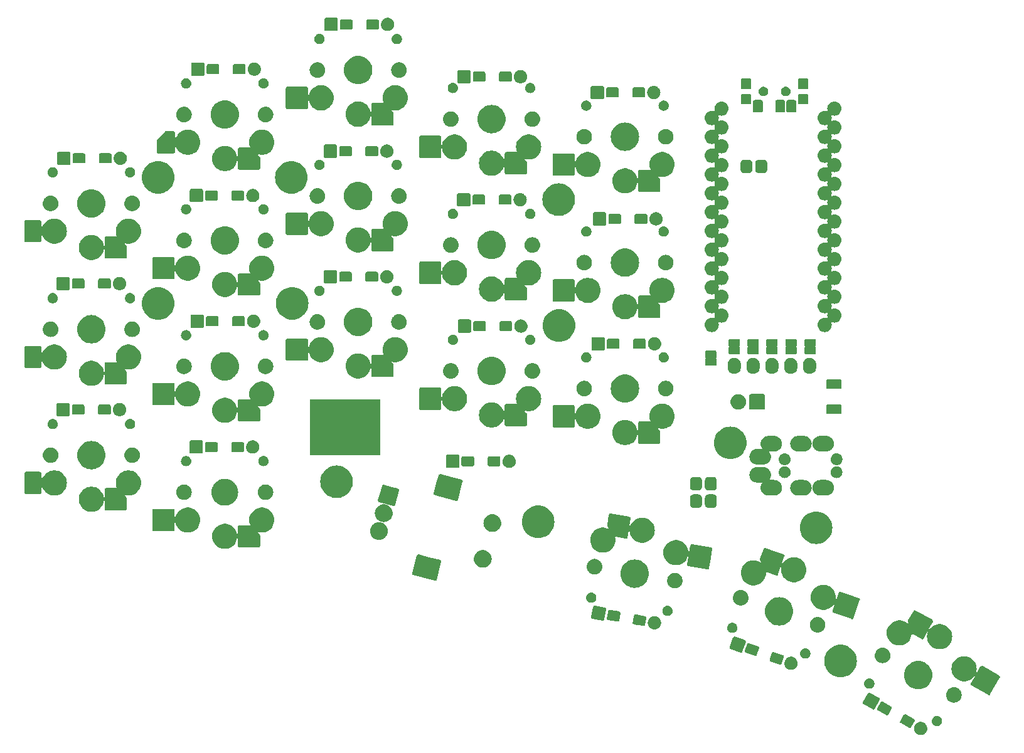
<source format=gbs>
G04 #@! TF.GenerationSoftware,KiCad,Pcbnew,8.0.4*
G04 #@! TF.CreationDate,2024-08-06T21:25:20+02:00*
G04 #@! TF.ProjectId,chocofi,63686f63-6f66-4692-9e6b-696361645f70,0.2*
G04 #@! TF.SameCoordinates,Original*
G04 #@! TF.FileFunction,Soldermask,Bot*
G04 #@! TF.FilePolarity,Negative*
%FSLAX46Y46*%
G04 Gerber Fmt 4.6, Leading zero omitted, Abs format (unit mm)*
G04 Created by KiCad (PCBNEW 8.0.4) date 2024-08-06 21:25:20*
%MOMM*%
%LPD*%
G01*
G04 APERTURE LIST*
G04 APERTURE END LIST*
G36*
X197851717Y-140411239D02*
G01*
X197898110Y-140411239D01*
X197938169Y-140419754D01*
X197979431Y-140423818D01*
X198031274Y-140439544D01*
X198081843Y-140450293D01*
X198114198Y-140464698D01*
X198147941Y-140474934D01*
X198201558Y-140503593D01*
X198253441Y-140526693D01*
X198277566Y-140544221D01*
X198303234Y-140557941D01*
X198355591Y-140600909D01*
X198405405Y-140637101D01*
X198421577Y-140655062D01*
X198439355Y-140669652D01*
X198487127Y-140727862D01*
X198531093Y-140776692D01*
X198540330Y-140792691D01*
X198551066Y-140805773D01*
X198590787Y-140880084D01*
X198625012Y-140939364D01*
X198628948Y-140951478D01*
X198634073Y-140961066D01*
X198662322Y-141054193D01*
X198683057Y-141118008D01*
X198683787Y-141124954D01*
X198685189Y-141129576D01*
X198698842Y-141268200D01*
X198702691Y-141304817D01*
X198698842Y-141341436D01*
X198685189Y-141480057D01*
X198683787Y-141484678D01*
X198683057Y-141491626D01*
X198662317Y-141555454D01*
X198634073Y-141648567D01*
X198628948Y-141658153D01*
X198625012Y-141670270D01*
X198590779Y-141729561D01*
X198551066Y-141803860D01*
X198540332Y-141816939D01*
X198531093Y-141832942D01*
X198487117Y-141881781D01*
X198439355Y-141939981D01*
X198421581Y-141954567D01*
X198405405Y-141972533D01*
X198355581Y-142008732D01*
X198303234Y-142051692D01*
X198277572Y-142065408D01*
X198253441Y-142082941D01*
X198201547Y-142106045D01*
X198147941Y-142134699D01*
X198114205Y-142144932D01*
X198081843Y-142159341D01*
X198031263Y-142170092D01*
X197979431Y-142185815D01*
X197938178Y-142189878D01*
X197898110Y-142198395D01*
X197851707Y-142198395D01*
X197804191Y-142203075D01*
X197756675Y-142198395D01*
X197710272Y-142198395D01*
X197670204Y-142189878D01*
X197628950Y-142185815D01*
X197577115Y-142170091D01*
X197526539Y-142159341D01*
X197494178Y-142144933D01*
X197460440Y-142134699D01*
X197406828Y-142106042D01*
X197354941Y-142082941D01*
X197330812Y-142065410D01*
X197305147Y-142051692D01*
X197252792Y-142008725D01*
X197202977Y-141972533D01*
X197186803Y-141954570D01*
X197169026Y-141939981D01*
X197121252Y-141881768D01*
X197077289Y-141832942D01*
X197068052Y-141816943D01*
X197057315Y-141803860D01*
X197017588Y-141729538D01*
X196983370Y-141670270D01*
X196979434Y-141658158D01*
X196974308Y-141648567D01*
X196946049Y-141555408D01*
X196925325Y-141491626D01*
X196924595Y-141484683D01*
X196923192Y-141480057D01*
X196909523Y-141341285D01*
X196905691Y-141304817D01*
X196909523Y-141268351D01*
X196923192Y-141129576D01*
X196924595Y-141124949D01*
X196925325Y-141118008D01*
X196946044Y-141054239D01*
X196974308Y-140961066D01*
X196979435Y-140951473D01*
X196983370Y-140939364D01*
X197017581Y-140880108D01*
X197057315Y-140805773D01*
X197068054Y-140792687D01*
X197077289Y-140776692D01*
X197121243Y-140727875D01*
X197169026Y-140669652D01*
X197186807Y-140655059D01*
X197202977Y-140637101D01*
X197252781Y-140600915D01*
X197305147Y-140557941D01*
X197330817Y-140544219D01*
X197354941Y-140526693D01*
X197406817Y-140503596D01*
X197460440Y-140474934D01*
X197494185Y-140464697D01*
X197526539Y-140450293D01*
X197577104Y-140439544D01*
X197628950Y-140423818D01*
X197670212Y-140419753D01*
X197710272Y-140411239D01*
X197756665Y-140411239D01*
X197804191Y-140406558D01*
X197851717Y-140411239D01*
G37*
G36*
X195783084Y-139412734D02*
G01*
X196920089Y-140042987D01*
X196979649Y-140093408D01*
X197015379Y-140162784D01*
X197021842Y-140240551D01*
X196998051Y-140314873D01*
X196537482Y-141145762D01*
X196487061Y-141205322D01*
X196417686Y-141241051D01*
X196339918Y-141247514D01*
X196265596Y-141223724D01*
X195128591Y-140593471D01*
X195069031Y-140543050D01*
X195033301Y-140473674D01*
X195026838Y-140395907D01*
X195050629Y-140321585D01*
X195442151Y-139615260D01*
X195508809Y-139495005D01*
X195508810Y-139495003D01*
X195511198Y-139490696D01*
X195561619Y-139431136D01*
X195630994Y-139395407D01*
X195708762Y-139388944D01*
X195783084Y-139412734D01*
G37*
G36*
X200055894Y-139620014D02*
G01*
X200097510Y-139620014D01*
X200132555Y-139628651D01*
X200168351Y-139632685D01*
X200214651Y-139648886D01*
X200260258Y-139660127D01*
X200287226Y-139674281D01*
X200315244Y-139684085D01*
X200362594Y-139713837D01*
X200408676Y-139738023D01*
X200427193Y-139754428D01*
X200447012Y-139766881D01*
X200491758Y-139811627D01*
X200534141Y-139849175D01*
X200544915Y-139864784D01*
X200557063Y-139876932D01*
X200595255Y-139937715D01*
X200629359Y-139987122D01*
X200634015Y-139999400D01*
X200639859Y-140008700D01*
X200667493Y-140087674D01*
X200688797Y-140143848D01*
X200689672Y-140151059D01*
X200691259Y-140155593D01*
X200704601Y-140274007D01*
X200709001Y-140310244D01*
X200704600Y-140346483D01*
X200691259Y-140464894D01*
X200689672Y-140469427D01*
X200688797Y-140476640D01*
X200667488Y-140532825D01*
X200639859Y-140611787D01*
X200634016Y-140621085D01*
X200629359Y-140633366D01*
X200595248Y-140682782D01*
X200557063Y-140743555D01*
X200544917Y-140755700D01*
X200534141Y-140771313D01*
X200491749Y-140808868D01*
X200447012Y-140853606D01*
X200427197Y-140866056D01*
X200408676Y-140882465D01*
X200362584Y-140906655D01*
X200315244Y-140936402D01*
X200287232Y-140946203D01*
X200260258Y-140960361D01*
X200214641Y-140971604D01*
X200168351Y-140987802D01*
X200132563Y-140991834D01*
X200097510Y-141000474D01*
X200055885Y-141000474D01*
X200013701Y-141005227D01*
X199971517Y-141000474D01*
X199929892Y-141000474D01*
X199894839Y-140991834D01*
X199859050Y-140987802D01*
X199812756Y-140971603D01*
X199767144Y-140960361D01*
X199740171Y-140946204D01*
X199712157Y-140936402D01*
X199664811Y-140906652D01*
X199618726Y-140882465D01*
X199600206Y-140866058D01*
X199580389Y-140853606D01*
X199535643Y-140808860D01*
X199493261Y-140771313D01*
X199482486Y-140755703D01*
X199470338Y-140743555D01*
X199432141Y-140682766D01*
X199398043Y-140633366D01*
X199393387Y-140621089D01*
X199387542Y-140611787D01*
X199359900Y-140532791D01*
X199338605Y-140476640D01*
X199337729Y-140469431D01*
X199336142Y-140464894D01*
X199322787Y-140346368D01*
X199318401Y-140310244D01*
X199322786Y-140274122D01*
X199336142Y-140155593D01*
X199337729Y-140151054D01*
X199338605Y-140143848D01*
X199359895Y-140087708D01*
X199387542Y-140008700D01*
X199393388Y-139999396D01*
X199398043Y-139987122D01*
X199432134Y-139937731D01*
X199470338Y-139876932D01*
X199482488Y-139864781D01*
X199493261Y-139849175D01*
X199535634Y-139811635D01*
X199580389Y-139766881D01*
X199600210Y-139754426D01*
X199618726Y-139738023D01*
X199664801Y-139713840D01*
X199712157Y-139684085D01*
X199740177Y-139674280D01*
X199767144Y-139660127D01*
X199812747Y-139648887D01*
X199859050Y-139632685D01*
X199894847Y-139628651D01*
X199929892Y-139620014D01*
X199971508Y-139620014D01*
X200013701Y-139615260D01*
X200055894Y-139620014D01*
G37*
G36*
X192678184Y-137691660D02*
G01*
X193815189Y-138321913D01*
X193874749Y-138372334D01*
X193910479Y-138441710D01*
X193916942Y-138519477D01*
X193893151Y-138593799D01*
X193432582Y-139424688D01*
X193382161Y-139484248D01*
X193312786Y-139519977D01*
X193235018Y-139526440D01*
X193160696Y-139502650D01*
X192023691Y-138872397D01*
X191964131Y-138821976D01*
X191928401Y-138752600D01*
X191921938Y-138674833D01*
X191945729Y-138600511D01*
X192356023Y-137860320D01*
X192403909Y-137773931D01*
X192403910Y-137773929D01*
X192406298Y-137769622D01*
X192456719Y-137710062D01*
X192526094Y-137674333D01*
X192603862Y-137667870D01*
X192678184Y-137691660D01*
G37*
G36*
X190964269Y-136486082D02*
G01*
X192186112Y-137163361D01*
X192245672Y-137213782D01*
X192281402Y-137283157D01*
X192287865Y-137360925D01*
X192264074Y-137435247D01*
X191586795Y-138657090D01*
X191536374Y-138716650D01*
X191466999Y-138752380D01*
X191389231Y-138758843D01*
X191314909Y-138735052D01*
X190093066Y-138057773D01*
X190033506Y-138007352D01*
X189997776Y-137937977D01*
X189991313Y-137860209D01*
X190015104Y-137785887D01*
X190692383Y-136564044D01*
X190742804Y-136504484D01*
X190812179Y-136468754D01*
X190889947Y-136462291D01*
X190964269Y-136486082D01*
G37*
G36*
X202342474Y-135726384D02*
G01*
X202391738Y-135726384D01*
X202446603Y-135736640D01*
X202499815Y-135741881D01*
X202540239Y-135754143D01*
X202582327Y-135762011D01*
X202640614Y-135784591D01*
X202696957Y-135801683D01*
X202729151Y-135818891D01*
X202763128Y-135832054D01*
X202822164Y-135868608D01*
X202878644Y-135898797D01*
X202902374Y-135918272D01*
X202927973Y-135934122D01*
X202984690Y-135985826D01*
X203037894Y-136029489D01*
X203053659Y-136048698D01*
X203071262Y-136064746D01*
X203122368Y-136132422D01*
X203168586Y-136188739D01*
X203177523Y-136205459D01*
X203188105Y-136219472D01*
X203230207Y-136304025D01*
X203265700Y-136370426D01*
X203269484Y-136382903D01*
X203274531Y-136393037D01*
X203304342Y-136497813D01*
X203325502Y-136567568D01*
X203326197Y-136574625D01*
X203327590Y-136579521D01*
X203342063Y-136735714D01*
X203345695Y-136772588D01*
X203342062Y-136809464D01*
X203327590Y-136965654D01*
X203326197Y-136970548D01*
X203325502Y-136977608D01*
X203304337Y-137047377D01*
X203274531Y-137152138D01*
X203269485Y-137162270D01*
X203265700Y-137174750D01*
X203230200Y-137241164D01*
X203188105Y-137325703D01*
X203177525Y-137339713D01*
X203168586Y-137356437D01*
X203122359Y-137412764D01*
X203071262Y-137480429D01*
X203053662Y-137496473D01*
X203037894Y-137515687D01*
X202984679Y-137559358D01*
X202927973Y-137611053D01*
X202902379Y-137626899D01*
X202878644Y-137646379D01*
X202822153Y-137676574D01*
X202763128Y-137713121D01*
X202729158Y-137726280D01*
X202696957Y-137743493D01*
X202640602Y-137760587D01*
X202582327Y-137783164D01*
X202540246Y-137791030D01*
X202499815Y-137803295D01*
X202446600Y-137808536D01*
X202391738Y-137818792D01*
X202342474Y-137818792D01*
X202294795Y-137823488D01*
X202247116Y-137818792D01*
X202197852Y-137818792D01*
X202142989Y-137808536D01*
X202089775Y-137803295D01*
X202049345Y-137791030D01*
X202007262Y-137783164D01*
X201948982Y-137760586D01*
X201892633Y-137743493D01*
X201860434Y-137726282D01*
X201826461Y-137713121D01*
X201767429Y-137676570D01*
X201710946Y-137646379D01*
X201687213Y-137626902D01*
X201661616Y-137611053D01*
X201604900Y-137559350D01*
X201551696Y-137515687D01*
X201535930Y-137496476D01*
X201518327Y-137480429D01*
X201467218Y-137412749D01*
X201421004Y-137356437D01*
X201412067Y-137339717D01*
X201401484Y-137325703D01*
X201359374Y-137241137D01*
X201323890Y-137174750D01*
X201320105Y-137162275D01*
X201315058Y-137152138D01*
X201285236Y-137047324D01*
X201264088Y-136977608D01*
X201263393Y-136970554D01*
X201261999Y-136965654D01*
X201247510Y-136809293D01*
X201243895Y-136772588D01*
X201247509Y-136735885D01*
X201261999Y-136579521D01*
X201263393Y-136574620D01*
X201264088Y-136567568D01*
X201285231Y-136497866D01*
X201315058Y-136393037D01*
X201320106Y-136382897D01*
X201323890Y-136370426D01*
X201359367Y-136304052D01*
X201401484Y-136219472D01*
X201412069Y-136205455D01*
X201421004Y-136188739D01*
X201467208Y-136132437D01*
X201518327Y-136064746D01*
X201535933Y-136048695D01*
X201551696Y-136029489D01*
X201604889Y-135985834D01*
X201661616Y-135934122D01*
X201687218Y-135918269D01*
X201710946Y-135898797D01*
X201767417Y-135868612D01*
X201826461Y-135832054D01*
X201860441Y-135818889D01*
X201892633Y-135801683D01*
X201948970Y-135784593D01*
X202007262Y-135762011D01*
X202049351Y-135754143D01*
X202089775Y-135741881D01*
X202142986Y-135736640D01*
X202197852Y-135726384D01*
X202247116Y-135726384D01*
X202294795Y-135721688D01*
X202342474Y-135726384D01*
G37*
G36*
X204053808Y-131592982D02*
G01*
X204296602Y-131667874D01*
X204525522Y-131778116D01*
X204735455Y-131921245D01*
X204921710Y-132094065D01*
X205080128Y-132292715D01*
X205207169Y-132512757D01*
X205299996Y-132749275D01*
X205356534Y-132996987D01*
X205375522Y-133250359D01*
X205356534Y-133503731D01*
X205299996Y-133751443D01*
X205250037Y-133878733D01*
X205334592Y-133918547D01*
X205855835Y-132978200D01*
X205855836Y-132978198D01*
X205858224Y-132973891D01*
X205908645Y-132914331D01*
X205978021Y-132878601D01*
X206055788Y-132872138D01*
X206130110Y-132895929D01*
X208404121Y-134156434D01*
X208463681Y-134206855D01*
X208499411Y-134276231D01*
X208505874Y-134353998D01*
X208482083Y-134428320D01*
X207221578Y-136702331D01*
X207171157Y-136761891D01*
X207101781Y-136797621D01*
X207024014Y-136804084D01*
X206949692Y-136780293D01*
X204675681Y-135519788D01*
X204616121Y-135469367D01*
X204580391Y-135399991D01*
X204573928Y-135322224D01*
X204597719Y-135247902D01*
X205121633Y-134302735D01*
X205045306Y-134251667D01*
X204921710Y-134406653D01*
X204735455Y-134579473D01*
X204525522Y-134722602D01*
X204296602Y-134832844D01*
X204053808Y-134907736D01*
X203802563Y-134945605D01*
X203548481Y-134945605D01*
X203297236Y-134907736D01*
X203054442Y-134832844D01*
X202825522Y-134722602D01*
X202615589Y-134579473D01*
X202429334Y-134406653D01*
X202270916Y-134208003D01*
X202143875Y-133987961D01*
X202051048Y-133751443D01*
X201994510Y-133503731D01*
X201975522Y-133250359D01*
X201994510Y-132996987D01*
X202051048Y-132749275D01*
X202143875Y-132512757D01*
X202270916Y-132292715D01*
X202429334Y-132094065D01*
X202615589Y-131921245D01*
X202825522Y-131778116D01*
X203054442Y-131667874D01*
X203297236Y-131592982D01*
X203548481Y-131555113D01*
X203802563Y-131555113D01*
X204053808Y-131592982D01*
G37*
G36*
X197756849Y-132211122D02*
G01*
X198023764Y-132269186D01*
X198279699Y-132364645D01*
X198519444Y-132495555D01*
X198738118Y-132659252D01*
X198931270Y-132852404D01*
X199094967Y-133071078D01*
X199225877Y-133310823D01*
X199321336Y-133566758D01*
X199379400Y-133833673D01*
X199398887Y-134106135D01*
X199379400Y-134378597D01*
X199321336Y-134645512D01*
X199225877Y-134901447D01*
X199094967Y-135141192D01*
X198931270Y-135359866D01*
X198738118Y-135553018D01*
X198519444Y-135716715D01*
X198279699Y-135847625D01*
X198023764Y-135943084D01*
X197756849Y-136001148D01*
X197484387Y-136020635D01*
X197211925Y-136001148D01*
X196945010Y-135943084D01*
X196689075Y-135847625D01*
X196449330Y-135716715D01*
X196230656Y-135553018D01*
X196037504Y-135359866D01*
X195873807Y-135141192D01*
X195742897Y-134901447D01*
X195647438Y-134645512D01*
X195589374Y-134378597D01*
X195569887Y-134106135D01*
X195589374Y-133833673D01*
X195647438Y-133566758D01*
X195742897Y-133310823D01*
X195873807Y-133071078D01*
X196037504Y-132852404D01*
X196230656Y-132659252D01*
X196449330Y-132495555D01*
X196689075Y-132364645D01*
X196945010Y-132269186D01*
X197211925Y-132211122D01*
X197484387Y-132191635D01*
X197756849Y-132211122D01*
G37*
G36*
X190924865Y-134558602D02*
G01*
X190966481Y-134558602D01*
X191001526Y-134567239D01*
X191037322Y-134571273D01*
X191083622Y-134587474D01*
X191129229Y-134598715D01*
X191156197Y-134612869D01*
X191184215Y-134622673D01*
X191231565Y-134652425D01*
X191277647Y-134676611D01*
X191296164Y-134693016D01*
X191315983Y-134705469D01*
X191360729Y-134750215D01*
X191403112Y-134787763D01*
X191413886Y-134803372D01*
X191426034Y-134815520D01*
X191464226Y-134876303D01*
X191498330Y-134925710D01*
X191502986Y-134937988D01*
X191508830Y-134947288D01*
X191536464Y-135026262D01*
X191557768Y-135082436D01*
X191558643Y-135089647D01*
X191560230Y-135094181D01*
X191573572Y-135212595D01*
X191577972Y-135248832D01*
X191573571Y-135285071D01*
X191560230Y-135403482D01*
X191558643Y-135408015D01*
X191557768Y-135415228D01*
X191536459Y-135471413D01*
X191508830Y-135550375D01*
X191502987Y-135559673D01*
X191498330Y-135571954D01*
X191464219Y-135621370D01*
X191426034Y-135682143D01*
X191413888Y-135694288D01*
X191403112Y-135709901D01*
X191360720Y-135747456D01*
X191315983Y-135792194D01*
X191296168Y-135804644D01*
X191277647Y-135821053D01*
X191231555Y-135845243D01*
X191184215Y-135874990D01*
X191156203Y-135884791D01*
X191129229Y-135898949D01*
X191083612Y-135910192D01*
X191037322Y-135926390D01*
X191001534Y-135930422D01*
X190966481Y-135939062D01*
X190924856Y-135939062D01*
X190882672Y-135943815D01*
X190840488Y-135939062D01*
X190798863Y-135939062D01*
X190763810Y-135930422D01*
X190728021Y-135926390D01*
X190681727Y-135910191D01*
X190636115Y-135898949D01*
X190609142Y-135884792D01*
X190581128Y-135874990D01*
X190533782Y-135845240D01*
X190487697Y-135821053D01*
X190469177Y-135804646D01*
X190449360Y-135792194D01*
X190404614Y-135747448D01*
X190362232Y-135709901D01*
X190351457Y-135694291D01*
X190339309Y-135682143D01*
X190301112Y-135621354D01*
X190267014Y-135571954D01*
X190262358Y-135559677D01*
X190256513Y-135550375D01*
X190228871Y-135471379D01*
X190207576Y-135415228D01*
X190206700Y-135408019D01*
X190205113Y-135403482D01*
X190191758Y-135284956D01*
X190187372Y-135248832D01*
X190191757Y-135212710D01*
X190205113Y-135094181D01*
X190206700Y-135089642D01*
X190207576Y-135082436D01*
X190228866Y-135026296D01*
X190256513Y-134947288D01*
X190262359Y-134937984D01*
X190267014Y-134925710D01*
X190301105Y-134876319D01*
X190339309Y-134815520D01*
X190351459Y-134803369D01*
X190362232Y-134787763D01*
X190404605Y-134750223D01*
X190449360Y-134705469D01*
X190469181Y-134693014D01*
X190487697Y-134676611D01*
X190533772Y-134652428D01*
X190581128Y-134622673D01*
X190609148Y-134612868D01*
X190636115Y-134598715D01*
X190681718Y-134587475D01*
X190728021Y-134571273D01*
X190763818Y-134567239D01*
X190798863Y-134558602D01*
X190840479Y-134558602D01*
X190882672Y-134553848D01*
X190924865Y-134558602D01*
G37*
G36*
X187287158Y-130018821D02*
G01*
X187569402Y-130074963D01*
X187841904Y-130167465D01*
X188100000Y-130294744D01*
X188339275Y-130454623D01*
X188555635Y-130644365D01*
X188745377Y-130860725D01*
X188905256Y-131100000D01*
X189032535Y-131358096D01*
X189125037Y-131630598D01*
X189181179Y-131912842D01*
X189200000Y-132200000D01*
X189181179Y-132487158D01*
X189125037Y-132769402D01*
X189032535Y-133041904D01*
X188905256Y-133300000D01*
X188745377Y-133539275D01*
X188555635Y-133755635D01*
X188339275Y-133945377D01*
X188100000Y-134105256D01*
X187841904Y-134232535D01*
X187569402Y-134325037D01*
X187287158Y-134381179D01*
X187000000Y-134400000D01*
X186712842Y-134381179D01*
X186430598Y-134325037D01*
X186158096Y-134232535D01*
X185900000Y-134105256D01*
X185660725Y-133945377D01*
X185444365Y-133755635D01*
X185254623Y-133539275D01*
X185094744Y-133300000D01*
X184967465Y-133041904D01*
X184874963Y-132769402D01*
X184818821Y-132487158D01*
X184800000Y-132200000D01*
X184818821Y-131912842D01*
X184874963Y-131630598D01*
X184967465Y-131358096D01*
X185094744Y-131100000D01*
X185254623Y-130860725D01*
X185444365Y-130644365D01*
X185660725Y-130454623D01*
X185900000Y-130294744D01*
X186158096Y-130167465D01*
X186430598Y-130074963D01*
X186712842Y-130018821D01*
X187000000Y-130000000D01*
X187287158Y-130018821D01*
G37*
G36*
X180363203Y-131603187D02*
G01*
X180409596Y-131603187D01*
X180449655Y-131611702D01*
X180490917Y-131615766D01*
X180542760Y-131631492D01*
X180593329Y-131642241D01*
X180625684Y-131656646D01*
X180659427Y-131666882D01*
X180713044Y-131695541D01*
X180764927Y-131718641D01*
X180789052Y-131736169D01*
X180814720Y-131749889D01*
X180867077Y-131792857D01*
X180916891Y-131829049D01*
X180933063Y-131847010D01*
X180950841Y-131861600D01*
X180998613Y-131919810D01*
X181042579Y-131968640D01*
X181051816Y-131984639D01*
X181062552Y-131997721D01*
X181102273Y-132072032D01*
X181136498Y-132131312D01*
X181140434Y-132143426D01*
X181145559Y-132153014D01*
X181173808Y-132246141D01*
X181194543Y-132309956D01*
X181195273Y-132316902D01*
X181196675Y-132321524D01*
X181210328Y-132460148D01*
X181214177Y-132496765D01*
X181210328Y-132533384D01*
X181196675Y-132672005D01*
X181195273Y-132676626D01*
X181194543Y-132683574D01*
X181173803Y-132747402D01*
X181145559Y-132840515D01*
X181140434Y-132850101D01*
X181136498Y-132862218D01*
X181102265Y-132921509D01*
X181062552Y-132995808D01*
X181051818Y-133008887D01*
X181042579Y-133024890D01*
X180998603Y-133073729D01*
X180950841Y-133131929D01*
X180933067Y-133146515D01*
X180916891Y-133164481D01*
X180867067Y-133200680D01*
X180814720Y-133243640D01*
X180789058Y-133257356D01*
X180764927Y-133274889D01*
X180713033Y-133297993D01*
X180659427Y-133326647D01*
X180625691Y-133336880D01*
X180593329Y-133351289D01*
X180542749Y-133362040D01*
X180490917Y-133377763D01*
X180449664Y-133381826D01*
X180409596Y-133390343D01*
X180363193Y-133390343D01*
X180315677Y-133395023D01*
X180268161Y-133390343D01*
X180221758Y-133390343D01*
X180181690Y-133381826D01*
X180140436Y-133377763D01*
X180088601Y-133362039D01*
X180038025Y-133351289D01*
X180005664Y-133336881D01*
X179971926Y-133326647D01*
X179918314Y-133297990D01*
X179866427Y-133274889D01*
X179842298Y-133257358D01*
X179816633Y-133243640D01*
X179764278Y-133200673D01*
X179714463Y-133164481D01*
X179698289Y-133146518D01*
X179680512Y-133131929D01*
X179632738Y-133073716D01*
X179588775Y-133024890D01*
X179579538Y-133008891D01*
X179568801Y-132995808D01*
X179529074Y-132921486D01*
X179494856Y-132862218D01*
X179490920Y-132850106D01*
X179485794Y-132840515D01*
X179457535Y-132747356D01*
X179436811Y-132683574D01*
X179436081Y-132676631D01*
X179434678Y-132672005D01*
X179421009Y-132533233D01*
X179417177Y-132496765D01*
X179421009Y-132460299D01*
X179434678Y-132321524D01*
X179436081Y-132316897D01*
X179436811Y-132309956D01*
X179457530Y-132246187D01*
X179485794Y-132153014D01*
X179490921Y-132143421D01*
X179494856Y-132131312D01*
X179529067Y-132072056D01*
X179568801Y-131997721D01*
X179579540Y-131984635D01*
X179588775Y-131968640D01*
X179632729Y-131919823D01*
X179680512Y-131861600D01*
X179698293Y-131847007D01*
X179714463Y-131829049D01*
X179764267Y-131792863D01*
X179816633Y-131749889D01*
X179842303Y-131736167D01*
X179866427Y-131718641D01*
X179918303Y-131695544D01*
X179971926Y-131666882D01*
X180005671Y-131656645D01*
X180038025Y-131642241D01*
X180088590Y-131631492D01*
X180140436Y-131615766D01*
X180181698Y-131611701D01*
X180221758Y-131603187D01*
X180268151Y-131603187D01*
X180315677Y-131598506D01*
X180363203Y-131603187D01*
G37*
G36*
X178007333Y-130968236D02*
G01*
X179032398Y-131329218D01*
X179228877Y-131398409D01*
X179233522Y-131400045D01*
X179300657Y-131439828D01*
X179347456Y-131502273D01*
X179366798Y-131577874D01*
X179355735Y-131655122D01*
X179040182Y-132551184D01*
X179000399Y-132618318D01*
X178937954Y-132665118D01*
X178862353Y-132684459D01*
X178785105Y-132673396D01*
X177558916Y-132241587D01*
X177491781Y-132201804D01*
X177444982Y-132139359D01*
X177425640Y-132063758D01*
X177436703Y-131986510D01*
X177459648Y-131921355D01*
X177750620Y-131095093D01*
X177750620Y-131095092D01*
X177752256Y-131090448D01*
X177792039Y-131023314D01*
X177854484Y-130976514D01*
X177930085Y-130957173D01*
X178007333Y-130968236D01*
G37*
G36*
X192721658Y-130393478D02*
G01*
X192770922Y-130393478D01*
X192825787Y-130403734D01*
X192878999Y-130408975D01*
X192919423Y-130421237D01*
X192961511Y-130429105D01*
X193019798Y-130451685D01*
X193076141Y-130468777D01*
X193108335Y-130485985D01*
X193142312Y-130499148D01*
X193201348Y-130535702D01*
X193257828Y-130565891D01*
X193281558Y-130585366D01*
X193307157Y-130601216D01*
X193363874Y-130652920D01*
X193417078Y-130696583D01*
X193432843Y-130715792D01*
X193450446Y-130731840D01*
X193501552Y-130799516D01*
X193547770Y-130855833D01*
X193556707Y-130872553D01*
X193567289Y-130886566D01*
X193609391Y-130971119D01*
X193644884Y-131037520D01*
X193648668Y-131049997D01*
X193653715Y-131060131D01*
X193683526Y-131164907D01*
X193704686Y-131234662D01*
X193705381Y-131241719D01*
X193706774Y-131246615D01*
X193721247Y-131402808D01*
X193724879Y-131439682D01*
X193721246Y-131476558D01*
X193706774Y-131632748D01*
X193705381Y-131637642D01*
X193704686Y-131644702D01*
X193683521Y-131714471D01*
X193653715Y-131819232D01*
X193648669Y-131829364D01*
X193644884Y-131841844D01*
X193609384Y-131908258D01*
X193567289Y-131992797D01*
X193556709Y-132006807D01*
X193547770Y-132023531D01*
X193501543Y-132079858D01*
X193450446Y-132147523D01*
X193432846Y-132163567D01*
X193417078Y-132182781D01*
X193363863Y-132226452D01*
X193307157Y-132278147D01*
X193281563Y-132293993D01*
X193257828Y-132313473D01*
X193201337Y-132343668D01*
X193142312Y-132380215D01*
X193108342Y-132393374D01*
X193076141Y-132410587D01*
X193019786Y-132427681D01*
X192961511Y-132450258D01*
X192919430Y-132458124D01*
X192878999Y-132470389D01*
X192825784Y-132475630D01*
X192770922Y-132485886D01*
X192721658Y-132485886D01*
X192673979Y-132490582D01*
X192626300Y-132485886D01*
X192577036Y-132485886D01*
X192522173Y-132475630D01*
X192468959Y-132470389D01*
X192428529Y-132458124D01*
X192386446Y-132450258D01*
X192328166Y-132427680D01*
X192271817Y-132410587D01*
X192239618Y-132393376D01*
X192205645Y-132380215D01*
X192146613Y-132343664D01*
X192090130Y-132313473D01*
X192066397Y-132293996D01*
X192040800Y-132278147D01*
X191984084Y-132226444D01*
X191930880Y-132182781D01*
X191915114Y-132163570D01*
X191897511Y-132147523D01*
X191846402Y-132079843D01*
X191800188Y-132023531D01*
X191791251Y-132006811D01*
X191780668Y-131992797D01*
X191738558Y-131908231D01*
X191703074Y-131841844D01*
X191699289Y-131829369D01*
X191694242Y-131819232D01*
X191664420Y-131714418D01*
X191643272Y-131644702D01*
X191642577Y-131637648D01*
X191641183Y-131632748D01*
X191626694Y-131476387D01*
X191623079Y-131439682D01*
X191626693Y-131402979D01*
X191641183Y-131246615D01*
X191642577Y-131241714D01*
X191643272Y-131234662D01*
X191664415Y-131164960D01*
X191694242Y-131060131D01*
X191699290Y-131049991D01*
X191703074Y-131037520D01*
X191738551Y-130971146D01*
X191780668Y-130886566D01*
X191791253Y-130872549D01*
X191800188Y-130855833D01*
X191846392Y-130799531D01*
X191897511Y-130731840D01*
X191915117Y-130715789D01*
X191930880Y-130696583D01*
X191984073Y-130652928D01*
X192040800Y-130601216D01*
X192066402Y-130585363D01*
X192090130Y-130565891D01*
X192146601Y-130535706D01*
X192205645Y-130499148D01*
X192239625Y-130485983D01*
X192271817Y-130468777D01*
X192328154Y-130451687D01*
X192386446Y-130429105D01*
X192428535Y-130421237D01*
X192468959Y-130408975D01*
X192522170Y-130403734D01*
X192577036Y-130393478D01*
X192626300Y-130393478D01*
X192673979Y-130388782D01*
X192721658Y-130393478D01*
G37*
G36*
X182285055Y-130491737D02*
G01*
X182326671Y-130491737D01*
X182361716Y-130500374D01*
X182397512Y-130504408D01*
X182443812Y-130520609D01*
X182489419Y-130531850D01*
X182516387Y-130546004D01*
X182544405Y-130555808D01*
X182591755Y-130585560D01*
X182637837Y-130609746D01*
X182656354Y-130626151D01*
X182676173Y-130638604D01*
X182720919Y-130683350D01*
X182763302Y-130720898D01*
X182774076Y-130736507D01*
X182786224Y-130748655D01*
X182824416Y-130809438D01*
X182858520Y-130858845D01*
X182863176Y-130871123D01*
X182869020Y-130880423D01*
X182896654Y-130959397D01*
X182917958Y-131015571D01*
X182918833Y-131022782D01*
X182920420Y-131027316D01*
X182933762Y-131145730D01*
X182938162Y-131181967D01*
X182933761Y-131218206D01*
X182920420Y-131336617D01*
X182918833Y-131341150D01*
X182917958Y-131348363D01*
X182896649Y-131404548D01*
X182869020Y-131483510D01*
X182863177Y-131492808D01*
X182858520Y-131505089D01*
X182824409Y-131554505D01*
X182786224Y-131615278D01*
X182774078Y-131627423D01*
X182763302Y-131643036D01*
X182720910Y-131680591D01*
X182676173Y-131725329D01*
X182656358Y-131737779D01*
X182637837Y-131754188D01*
X182591745Y-131778378D01*
X182544405Y-131808125D01*
X182516393Y-131817926D01*
X182489419Y-131832084D01*
X182443802Y-131843327D01*
X182397512Y-131859525D01*
X182361724Y-131863557D01*
X182326671Y-131872197D01*
X182285046Y-131872197D01*
X182242862Y-131876950D01*
X182200678Y-131872197D01*
X182159053Y-131872197D01*
X182124000Y-131863557D01*
X182088211Y-131859525D01*
X182041917Y-131843326D01*
X181996305Y-131832084D01*
X181969332Y-131817927D01*
X181941318Y-131808125D01*
X181893972Y-131778375D01*
X181847887Y-131754188D01*
X181829367Y-131737781D01*
X181809550Y-131725329D01*
X181764804Y-131680583D01*
X181722422Y-131643036D01*
X181711647Y-131627426D01*
X181699499Y-131615278D01*
X181661302Y-131554489D01*
X181627204Y-131505089D01*
X181622548Y-131492812D01*
X181616703Y-131483510D01*
X181589061Y-131404514D01*
X181567766Y-131348363D01*
X181566890Y-131341154D01*
X181565303Y-131336617D01*
X181551948Y-131218091D01*
X181547562Y-131181967D01*
X181551947Y-131145845D01*
X181565303Y-131027316D01*
X181566890Y-131022777D01*
X181567766Y-131015571D01*
X181589056Y-130959431D01*
X181616703Y-130880423D01*
X181622549Y-130871119D01*
X181627204Y-130858845D01*
X181661295Y-130809454D01*
X181699499Y-130748655D01*
X181711649Y-130736504D01*
X181722422Y-130720898D01*
X181764795Y-130683358D01*
X181809550Y-130638604D01*
X181829371Y-130626149D01*
X181847887Y-130609746D01*
X181893962Y-130585563D01*
X181941318Y-130555808D01*
X181969338Y-130546003D01*
X181996305Y-130531850D01*
X182041908Y-130520610D01*
X182088211Y-130504408D01*
X182124008Y-130500374D01*
X182159053Y-130491737D01*
X182200669Y-130491737D01*
X182242862Y-130486983D01*
X182285055Y-130491737D01*
G37*
G36*
X174658893Y-129789064D02*
G01*
X175683958Y-130150046D01*
X175880437Y-130219237D01*
X175885082Y-130220873D01*
X175952217Y-130260656D01*
X175999016Y-130323101D01*
X176018358Y-130398702D01*
X176007295Y-130475950D01*
X175691742Y-131372012D01*
X175651959Y-131439146D01*
X175589514Y-131485946D01*
X175513913Y-131505287D01*
X175436665Y-131494224D01*
X174210476Y-131062415D01*
X174143341Y-131022632D01*
X174096542Y-130960187D01*
X174077200Y-130884586D01*
X174088263Y-130807338D01*
X174108929Y-130748655D01*
X174402180Y-129915921D01*
X174402180Y-129915920D01*
X174403816Y-129911276D01*
X174443599Y-129844142D01*
X174506044Y-129797342D01*
X174581645Y-129778001D01*
X174658893Y-129789064D01*
G37*
G36*
X172767927Y-128886195D02*
G01*
X173767431Y-129238176D01*
X174080964Y-129348588D01*
X174085609Y-129350224D01*
X174152743Y-129390006D01*
X174199543Y-129452452D01*
X174218884Y-129528052D01*
X174207821Y-129605301D01*
X173743792Y-130922983D01*
X173704010Y-130990117D01*
X173641564Y-131036917D01*
X173565964Y-131056258D01*
X173488715Y-131045195D01*
X172171033Y-130581166D01*
X172103899Y-130541384D01*
X172057099Y-130478938D01*
X172037758Y-130403338D01*
X172048821Y-130326089D01*
X172426297Y-129254188D01*
X172511214Y-129013051D01*
X172511215Y-129013048D01*
X172512850Y-129008407D01*
X172552632Y-128941273D01*
X172615078Y-128894473D01*
X172690678Y-128875132D01*
X172767927Y-128886195D01*
G37*
G36*
X197094834Y-125372214D02*
G01*
X199368845Y-126632719D01*
X199428405Y-126683140D01*
X199464135Y-126752516D01*
X199470598Y-126830283D01*
X199446807Y-126904605D01*
X198922893Y-127849770D01*
X198999218Y-127900839D01*
X199122816Y-127745854D01*
X199309071Y-127573034D01*
X199519004Y-127429905D01*
X199747924Y-127319663D01*
X199990718Y-127244771D01*
X200241963Y-127206902D01*
X200496045Y-127206902D01*
X200747290Y-127244771D01*
X200990084Y-127319663D01*
X201219004Y-127429905D01*
X201428937Y-127573034D01*
X201615192Y-127745854D01*
X201773610Y-127944504D01*
X201900651Y-128164546D01*
X201993478Y-128401064D01*
X202050016Y-128648776D01*
X202069004Y-128902148D01*
X202050016Y-129155520D01*
X201993478Y-129403232D01*
X201900651Y-129639750D01*
X201773610Y-129859792D01*
X201615192Y-130058442D01*
X201428937Y-130231262D01*
X201219004Y-130374391D01*
X200990084Y-130484633D01*
X200747290Y-130559525D01*
X200496045Y-130597394D01*
X200241963Y-130597394D01*
X199990718Y-130559525D01*
X199747924Y-130484633D01*
X199519004Y-130374391D01*
X199309071Y-130231262D01*
X199122816Y-130058442D01*
X198964398Y-129859792D01*
X198837357Y-129639750D01*
X198744530Y-129403232D01*
X198687992Y-129155520D01*
X198669004Y-128902148D01*
X198687992Y-128648776D01*
X198744530Y-128401064D01*
X198794488Y-128273772D01*
X198709933Y-128233959D01*
X198186302Y-129178616D01*
X198135881Y-129238176D01*
X198066505Y-129273906D01*
X197988738Y-129280369D01*
X197914416Y-129256578D01*
X196663710Y-128563300D01*
X196663708Y-128563298D01*
X196663321Y-128563084D01*
X196615331Y-128588984D01*
X196610337Y-128655635D01*
X196553799Y-128903347D01*
X196460972Y-129139865D01*
X196333931Y-129359907D01*
X196175513Y-129558557D01*
X195989258Y-129731377D01*
X195779325Y-129874506D01*
X195550405Y-129984748D01*
X195307611Y-130059640D01*
X195056366Y-130097509D01*
X194802284Y-130097509D01*
X194551039Y-130059640D01*
X194308245Y-129984748D01*
X194079325Y-129874506D01*
X193869392Y-129731377D01*
X193683137Y-129558557D01*
X193524719Y-129359907D01*
X193397678Y-129139865D01*
X193304851Y-128903347D01*
X193248313Y-128655635D01*
X193229325Y-128402263D01*
X193248313Y-128148891D01*
X193304851Y-127901179D01*
X193397678Y-127664661D01*
X193524719Y-127444619D01*
X193683137Y-127245969D01*
X193869392Y-127073149D01*
X194079325Y-126930020D01*
X194308245Y-126819778D01*
X194551039Y-126744886D01*
X194802284Y-126707017D01*
X195056366Y-126707017D01*
X195307611Y-126744886D01*
X195550405Y-126819778D01*
X195779325Y-126930020D01*
X195989258Y-127073149D01*
X196139490Y-127212545D01*
X196204068Y-127172860D01*
X196113699Y-126857703D01*
X196112342Y-126852971D01*
X196105880Y-126775204D01*
X196129671Y-126700883D01*
X196132049Y-126696591D01*
X196132055Y-126696575D01*
X196820559Y-125454485D01*
X196820560Y-125454483D01*
X196822948Y-125450176D01*
X196873369Y-125390616D01*
X196942745Y-125354886D01*
X197020512Y-125348423D01*
X197094834Y-125372214D01*
G37*
G36*
X172437810Y-127023975D02*
G01*
X172479426Y-127023975D01*
X172514471Y-127032612D01*
X172550267Y-127036646D01*
X172596567Y-127052847D01*
X172642174Y-127064088D01*
X172669142Y-127078242D01*
X172697160Y-127088046D01*
X172744510Y-127117798D01*
X172790592Y-127141984D01*
X172809109Y-127158389D01*
X172828928Y-127170842D01*
X172873674Y-127215588D01*
X172916057Y-127253136D01*
X172926831Y-127268745D01*
X172938979Y-127280893D01*
X172977171Y-127341676D01*
X173011275Y-127391083D01*
X173015931Y-127403361D01*
X173021775Y-127412661D01*
X173049409Y-127491635D01*
X173070713Y-127547809D01*
X173071588Y-127555020D01*
X173073175Y-127559554D01*
X173086517Y-127677968D01*
X173090917Y-127714205D01*
X173086516Y-127750444D01*
X173073175Y-127868855D01*
X173071588Y-127873388D01*
X173070713Y-127880601D01*
X173049404Y-127936786D01*
X173021775Y-128015748D01*
X173015932Y-128025046D01*
X173011275Y-128037327D01*
X172977164Y-128086743D01*
X172938979Y-128147516D01*
X172926833Y-128159661D01*
X172916057Y-128175274D01*
X172873665Y-128212829D01*
X172828928Y-128257567D01*
X172809113Y-128270017D01*
X172790592Y-128286426D01*
X172744500Y-128310616D01*
X172697160Y-128340363D01*
X172669148Y-128350164D01*
X172642174Y-128364322D01*
X172596557Y-128375565D01*
X172550267Y-128391763D01*
X172514479Y-128395795D01*
X172479426Y-128404435D01*
X172437801Y-128404435D01*
X172395617Y-128409188D01*
X172353433Y-128404435D01*
X172311808Y-128404435D01*
X172276755Y-128395795D01*
X172240966Y-128391763D01*
X172194672Y-128375564D01*
X172149060Y-128364322D01*
X172122087Y-128350165D01*
X172094073Y-128340363D01*
X172046727Y-128310613D01*
X172000642Y-128286426D01*
X171982122Y-128270019D01*
X171962305Y-128257567D01*
X171917559Y-128212821D01*
X171875177Y-128175274D01*
X171864402Y-128159664D01*
X171852254Y-128147516D01*
X171814057Y-128086727D01*
X171779959Y-128037327D01*
X171775303Y-128025050D01*
X171769458Y-128015748D01*
X171741816Y-127936752D01*
X171720521Y-127880601D01*
X171719645Y-127873392D01*
X171718058Y-127868855D01*
X171704703Y-127750329D01*
X171700317Y-127714205D01*
X171704702Y-127678083D01*
X171718058Y-127559554D01*
X171719645Y-127555015D01*
X171720521Y-127547809D01*
X171741811Y-127491669D01*
X171769458Y-127412661D01*
X171775304Y-127403357D01*
X171779959Y-127391083D01*
X171814050Y-127341692D01*
X171852254Y-127280893D01*
X171864404Y-127268742D01*
X171875177Y-127253136D01*
X171917550Y-127215596D01*
X171962305Y-127170842D01*
X171982126Y-127158387D01*
X172000642Y-127141984D01*
X172046717Y-127117801D01*
X172094073Y-127088046D01*
X172122093Y-127078241D01*
X172149060Y-127064088D01*
X172194663Y-127052848D01*
X172240966Y-127036646D01*
X172276763Y-127032612D01*
X172311808Y-127023975D01*
X172353424Y-127023975D01*
X172395617Y-127019221D01*
X172437810Y-127023975D01*
G37*
G36*
X183949720Y-126267233D02*
G01*
X183998984Y-126267233D01*
X184053849Y-126277489D01*
X184107061Y-126282730D01*
X184147485Y-126294992D01*
X184189573Y-126302860D01*
X184247860Y-126325440D01*
X184304203Y-126342532D01*
X184336397Y-126359740D01*
X184370374Y-126372903D01*
X184429410Y-126409457D01*
X184485890Y-126439646D01*
X184509620Y-126459121D01*
X184535219Y-126474971D01*
X184591936Y-126526675D01*
X184645140Y-126570338D01*
X184660905Y-126589547D01*
X184678508Y-126605595D01*
X184729614Y-126673271D01*
X184775832Y-126729588D01*
X184784769Y-126746308D01*
X184795351Y-126760321D01*
X184837453Y-126844874D01*
X184872946Y-126911275D01*
X184876730Y-126923752D01*
X184881777Y-126933886D01*
X184911588Y-127038662D01*
X184932748Y-127108417D01*
X184933443Y-127115474D01*
X184934836Y-127120370D01*
X184949309Y-127276563D01*
X184952941Y-127313437D01*
X184949308Y-127350313D01*
X184934836Y-127506503D01*
X184933443Y-127511397D01*
X184932748Y-127518457D01*
X184911583Y-127588226D01*
X184881777Y-127692987D01*
X184876731Y-127703119D01*
X184872946Y-127715599D01*
X184837446Y-127782013D01*
X184795351Y-127866552D01*
X184784771Y-127880562D01*
X184775832Y-127897286D01*
X184729605Y-127953613D01*
X184678508Y-128021278D01*
X184660908Y-128037322D01*
X184645140Y-128056536D01*
X184591925Y-128100207D01*
X184535219Y-128151902D01*
X184509625Y-128167748D01*
X184485890Y-128187228D01*
X184429399Y-128217423D01*
X184370374Y-128253970D01*
X184336404Y-128267129D01*
X184304203Y-128284342D01*
X184247848Y-128301436D01*
X184189573Y-128324013D01*
X184147492Y-128331879D01*
X184107061Y-128344144D01*
X184053846Y-128349385D01*
X183998984Y-128359641D01*
X183949720Y-128359641D01*
X183902041Y-128364337D01*
X183854362Y-128359641D01*
X183805098Y-128359641D01*
X183750235Y-128349385D01*
X183697021Y-128344144D01*
X183656591Y-128331879D01*
X183614508Y-128324013D01*
X183556228Y-128301435D01*
X183499879Y-128284342D01*
X183467680Y-128267131D01*
X183433707Y-128253970D01*
X183374675Y-128217419D01*
X183318192Y-128187228D01*
X183294459Y-128167751D01*
X183268862Y-128151902D01*
X183212146Y-128100199D01*
X183158942Y-128056536D01*
X183143176Y-128037325D01*
X183125573Y-128021278D01*
X183074464Y-127953598D01*
X183028250Y-127897286D01*
X183019313Y-127880566D01*
X183008730Y-127866552D01*
X182966620Y-127781986D01*
X182931136Y-127715599D01*
X182927351Y-127703124D01*
X182922304Y-127692987D01*
X182892482Y-127588173D01*
X182871334Y-127518457D01*
X182870639Y-127511403D01*
X182869245Y-127506503D01*
X182854756Y-127350142D01*
X182851141Y-127313437D01*
X182854755Y-127276734D01*
X182869245Y-127120370D01*
X182870639Y-127115469D01*
X182871334Y-127108417D01*
X182892477Y-127038715D01*
X182922304Y-126933886D01*
X182927352Y-126923746D01*
X182931136Y-126911275D01*
X182966613Y-126844901D01*
X183008730Y-126760321D01*
X183019315Y-126746304D01*
X183028250Y-126729588D01*
X183074454Y-126673286D01*
X183125573Y-126605595D01*
X183143179Y-126589544D01*
X183158942Y-126570338D01*
X183212135Y-126526683D01*
X183268862Y-126474971D01*
X183294464Y-126459118D01*
X183318192Y-126439646D01*
X183374663Y-126409461D01*
X183433707Y-126372903D01*
X183467687Y-126359738D01*
X183499879Y-126342532D01*
X183556216Y-126325442D01*
X183614508Y-126302860D01*
X183656597Y-126294992D01*
X183697021Y-126282730D01*
X183750232Y-126277489D01*
X183805098Y-126267233D01*
X183854362Y-126267233D01*
X183902041Y-126262537D01*
X183949720Y-126267233D01*
G37*
G36*
X161936232Y-126144149D02*
G01*
X161982625Y-126144149D01*
X162022684Y-126152664D01*
X162063946Y-126156728D01*
X162115789Y-126172454D01*
X162166358Y-126183203D01*
X162198713Y-126197608D01*
X162232456Y-126207844D01*
X162286073Y-126236503D01*
X162337956Y-126259603D01*
X162362081Y-126277131D01*
X162387749Y-126290851D01*
X162440106Y-126333819D01*
X162489920Y-126370011D01*
X162506092Y-126387972D01*
X162523870Y-126402562D01*
X162571642Y-126460772D01*
X162615608Y-126509602D01*
X162624845Y-126525601D01*
X162635581Y-126538683D01*
X162675302Y-126612994D01*
X162709527Y-126672274D01*
X162713463Y-126684388D01*
X162718588Y-126693976D01*
X162746837Y-126787103D01*
X162767572Y-126850918D01*
X162768302Y-126857864D01*
X162769704Y-126862486D01*
X162783357Y-127001110D01*
X162787206Y-127037727D01*
X162783357Y-127074346D01*
X162769704Y-127212967D01*
X162768302Y-127217588D01*
X162767572Y-127224536D01*
X162746832Y-127288364D01*
X162718588Y-127381477D01*
X162713463Y-127391063D01*
X162709527Y-127403180D01*
X162675294Y-127462471D01*
X162635581Y-127536770D01*
X162624847Y-127549849D01*
X162615608Y-127565852D01*
X162571632Y-127614691D01*
X162523870Y-127672891D01*
X162506096Y-127687477D01*
X162489920Y-127705443D01*
X162440096Y-127741642D01*
X162387749Y-127784602D01*
X162362087Y-127798318D01*
X162337956Y-127815851D01*
X162286062Y-127838955D01*
X162232456Y-127867609D01*
X162198720Y-127877842D01*
X162166358Y-127892251D01*
X162115778Y-127903002D01*
X162063946Y-127918725D01*
X162022693Y-127922788D01*
X161982625Y-127931305D01*
X161936222Y-127931305D01*
X161888706Y-127935985D01*
X161841190Y-127931305D01*
X161794787Y-127931305D01*
X161754719Y-127922788D01*
X161713465Y-127918725D01*
X161661630Y-127903001D01*
X161611054Y-127892251D01*
X161578693Y-127877843D01*
X161544955Y-127867609D01*
X161491343Y-127838952D01*
X161439456Y-127815851D01*
X161415327Y-127798320D01*
X161389662Y-127784602D01*
X161337307Y-127741635D01*
X161287492Y-127705443D01*
X161271318Y-127687480D01*
X161253541Y-127672891D01*
X161205767Y-127614678D01*
X161161804Y-127565852D01*
X161152567Y-127549853D01*
X161141830Y-127536770D01*
X161102103Y-127462448D01*
X161067885Y-127403180D01*
X161063949Y-127391068D01*
X161058823Y-127381477D01*
X161030564Y-127288318D01*
X161009840Y-127224536D01*
X161009110Y-127217593D01*
X161007707Y-127212967D01*
X160994038Y-127074195D01*
X160990206Y-127037727D01*
X160994038Y-127001261D01*
X161007707Y-126862486D01*
X161009110Y-126857859D01*
X161009840Y-126850918D01*
X161030559Y-126787149D01*
X161058823Y-126693976D01*
X161063950Y-126684383D01*
X161067885Y-126672274D01*
X161102096Y-126613018D01*
X161141830Y-126538683D01*
X161152569Y-126525597D01*
X161161804Y-126509602D01*
X161205758Y-126460785D01*
X161253541Y-126402562D01*
X161271322Y-126387969D01*
X161287492Y-126370011D01*
X161337296Y-126333825D01*
X161389662Y-126290851D01*
X161415332Y-126277129D01*
X161439456Y-126259603D01*
X161491332Y-126236506D01*
X161544955Y-126207844D01*
X161578700Y-126197607D01*
X161611054Y-126183203D01*
X161661619Y-126172454D01*
X161713465Y-126156728D01*
X161754727Y-126152663D01*
X161794787Y-126144149D01*
X161841180Y-126144149D01*
X161888706Y-126139468D01*
X161936232Y-126144149D01*
G37*
G36*
X159552612Y-125949218D02*
G01*
X160633954Y-126135997D01*
X160633961Y-126135999D01*
X160638808Y-126136837D01*
X160711636Y-126164866D01*
X160768194Y-126218632D01*
X160799873Y-126289949D01*
X160801847Y-126367960D01*
X160690967Y-127009886D01*
X160640987Y-127299244D01*
X160640985Y-127299246D01*
X160640148Y-127304098D01*
X160612119Y-127376927D01*
X160558353Y-127433484D01*
X160487036Y-127465163D01*
X160409025Y-127467138D01*
X159612291Y-127329517D01*
X159132847Y-127246704D01*
X159132843Y-127246702D01*
X159127994Y-127245865D01*
X159055166Y-127217836D01*
X158998608Y-127164070D01*
X158966929Y-127092753D01*
X158964955Y-127014742D01*
X158993252Y-126850918D01*
X159125814Y-126083457D01*
X159125817Y-126083448D01*
X159126654Y-126078604D01*
X159154683Y-126005775D01*
X159208449Y-125949218D01*
X159279766Y-125917539D01*
X159357777Y-125915564D01*
X159552612Y-125949218D01*
G37*
G36*
X178986778Y-123591538D02*
G01*
X179253693Y-123649602D01*
X179509628Y-123745061D01*
X179749373Y-123875971D01*
X179968047Y-124039668D01*
X180161199Y-124232820D01*
X180324896Y-124451494D01*
X180455806Y-124691239D01*
X180551265Y-124947174D01*
X180609329Y-125214089D01*
X180628816Y-125486551D01*
X180609329Y-125759013D01*
X180551265Y-126025928D01*
X180455806Y-126281863D01*
X180324896Y-126521608D01*
X180161199Y-126740282D01*
X179968047Y-126933434D01*
X179749373Y-127097131D01*
X179509628Y-127228041D01*
X179253693Y-127323500D01*
X178986778Y-127381564D01*
X178714316Y-127401051D01*
X178441854Y-127381564D01*
X178174939Y-127323500D01*
X177919004Y-127228041D01*
X177679259Y-127097131D01*
X177460585Y-126933434D01*
X177267433Y-126740282D01*
X177103736Y-126521608D01*
X176972826Y-126281863D01*
X176877367Y-126025928D01*
X176819303Y-125759013D01*
X176799816Y-125486551D01*
X176819303Y-125214089D01*
X176877367Y-124947174D01*
X176972826Y-124691239D01*
X177103736Y-124451494D01*
X177267433Y-124232820D01*
X177460585Y-124039668D01*
X177679259Y-123875971D01*
X177919004Y-123745061D01*
X178174939Y-123649602D01*
X178441854Y-123591538D01*
X178714316Y-123572051D01*
X178986778Y-123591538D01*
G37*
G36*
X156054414Y-125344974D02*
G01*
X157135756Y-125531753D01*
X157135763Y-125531755D01*
X157140610Y-125532593D01*
X157213438Y-125560622D01*
X157269996Y-125614388D01*
X157301675Y-125685705D01*
X157303649Y-125763716D01*
X157203670Y-126342532D01*
X157142789Y-126695000D01*
X157142787Y-126695002D01*
X157141950Y-126699854D01*
X157113921Y-126772683D01*
X157060155Y-126829240D01*
X156988838Y-126860919D01*
X156910827Y-126862894D01*
X156114093Y-126725273D01*
X155634649Y-126642460D01*
X155634645Y-126642458D01*
X155629796Y-126641621D01*
X155556968Y-126613592D01*
X155500410Y-126559826D01*
X155468731Y-126488509D01*
X155466757Y-126410498D01*
X155501761Y-126207844D01*
X155627616Y-125479213D01*
X155627619Y-125479204D01*
X155628456Y-125474360D01*
X155656485Y-125401531D01*
X155710251Y-125344974D01*
X155781568Y-125313295D01*
X155859579Y-125311320D01*
X156054414Y-125344974D01*
G37*
G36*
X153849375Y-124737289D02*
G01*
X153849379Y-124737289D01*
X155216285Y-124973394D01*
X155216287Y-124973395D01*
X155221139Y-124974233D01*
X155293968Y-125002263D01*
X155350525Y-125056029D01*
X155382204Y-125127345D01*
X155384178Y-125205357D01*
X155146396Y-126581972D01*
X155118366Y-126654801D01*
X155064600Y-126711358D01*
X154993284Y-126743037D01*
X154915272Y-126745011D01*
X153538657Y-126507229D01*
X153465828Y-126479199D01*
X153409271Y-126425433D01*
X153377592Y-126354117D01*
X153375618Y-126276105D01*
X153376456Y-126271252D01*
X153376456Y-126271249D01*
X153612561Y-124904343D01*
X153612562Y-124904339D01*
X153613400Y-124899490D01*
X153641430Y-124826661D01*
X153695196Y-124770104D01*
X153766512Y-124738425D01*
X153844524Y-124736451D01*
X153849375Y-124737289D01*
G37*
G36*
X185054320Y-121952895D02*
G01*
X185297114Y-122027787D01*
X185526034Y-122138029D01*
X185735967Y-122281158D01*
X185922222Y-122453978D01*
X186080640Y-122652628D01*
X186207681Y-122872670D01*
X186300508Y-123109188D01*
X186357046Y-123356900D01*
X186376034Y-123610272D01*
X186357046Y-123863644D01*
X186335332Y-123958776D01*
X186425925Y-123984975D01*
X186780427Y-122978312D01*
X186780428Y-122978309D01*
X186782063Y-122973668D01*
X186821846Y-122906533D01*
X186884291Y-122859734D01*
X186959892Y-122840393D01*
X187037140Y-122851456D01*
X188749990Y-123454645D01*
X189484874Y-123713438D01*
X189489519Y-123715074D01*
X189556654Y-123754857D01*
X189603453Y-123817302D01*
X189622794Y-123892903D01*
X189611731Y-123970151D01*
X188748113Y-126422530D01*
X188708330Y-126489665D01*
X188645885Y-126536464D01*
X188570284Y-126555805D01*
X188493036Y-126544742D01*
X186040657Y-125681124D01*
X185973522Y-125641341D01*
X185926723Y-125578896D01*
X185907382Y-125503295D01*
X185918445Y-125426047D01*
X186275935Y-124410895D01*
X186193251Y-124372865D01*
X186080640Y-124567916D01*
X185922222Y-124766566D01*
X185735967Y-124939386D01*
X185526034Y-125082515D01*
X185297114Y-125192757D01*
X185054320Y-125267649D01*
X184803075Y-125305518D01*
X184548993Y-125305518D01*
X184297748Y-125267649D01*
X184054954Y-125192757D01*
X183826034Y-125082515D01*
X183616101Y-124939386D01*
X183429846Y-124766566D01*
X183271428Y-124567916D01*
X183144387Y-124347874D01*
X183051560Y-124111356D01*
X182995022Y-123863644D01*
X182976034Y-123610272D01*
X182995022Y-123356900D01*
X183051560Y-123109188D01*
X183144387Y-122872670D01*
X183271428Y-122652628D01*
X183429846Y-122453978D01*
X183616101Y-122281158D01*
X183826034Y-122138029D01*
X184054954Y-122027787D01*
X184297748Y-121952895D01*
X184548993Y-121915026D01*
X184803075Y-121915026D01*
X185054320Y-121952895D01*
G37*
G36*
X163690867Y-124738380D02*
G01*
X163732483Y-124738380D01*
X163767528Y-124747017D01*
X163803324Y-124751051D01*
X163849624Y-124767252D01*
X163895231Y-124778493D01*
X163922199Y-124792647D01*
X163950217Y-124802451D01*
X163997567Y-124832203D01*
X164043649Y-124856389D01*
X164062166Y-124872794D01*
X164081985Y-124885247D01*
X164126731Y-124929993D01*
X164169114Y-124967541D01*
X164179888Y-124983150D01*
X164192036Y-124995298D01*
X164230228Y-125056081D01*
X164264332Y-125105488D01*
X164268988Y-125117766D01*
X164274832Y-125127066D01*
X164302466Y-125206040D01*
X164323770Y-125262214D01*
X164324645Y-125269425D01*
X164326232Y-125273959D01*
X164339574Y-125392373D01*
X164343974Y-125428610D01*
X164339573Y-125464849D01*
X164326232Y-125583260D01*
X164324645Y-125587793D01*
X164323770Y-125595006D01*
X164302461Y-125651191D01*
X164274832Y-125730153D01*
X164268989Y-125739451D01*
X164264332Y-125751732D01*
X164230221Y-125801148D01*
X164192036Y-125861921D01*
X164179890Y-125874066D01*
X164169114Y-125889679D01*
X164126722Y-125927234D01*
X164081985Y-125971972D01*
X164062170Y-125984422D01*
X164043649Y-126000831D01*
X163997557Y-126025021D01*
X163950217Y-126054768D01*
X163922205Y-126064569D01*
X163895231Y-126078727D01*
X163849614Y-126089970D01*
X163803324Y-126106168D01*
X163767536Y-126110200D01*
X163732483Y-126118840D01*
X163690858Y-126118840D01*
X163648674Y-126123593D01*
X163606490Y-126118840D01*
X163564865Y-126118840D01*
X163529812Y-126110200D01*
X163494023Y-126106168D01*
X163447729Y-126089969D01*
X163402117Y-126078727D01*
X163375144Y-126064570D01*
X163347130Y-126054768D01*
X163299784Y-126025018D01*
X163253699Y-126000831D01*
X163235179Y-125984424D01*
X163215362Y-125971972D01*
X163170616Y-125927226D01*
X163128234Y-125889679D01*
X163117459Y-125874069D01*
X163105311Y-125861921D01*
X163067114Y-125801132D01*
X163033016Y-125751732D01*
X163028360Y-125739455D01*
X163022515Y-125730153D01*
X162994873Y-125651157D01*
X162973578Y-125595006D01*
X162972702Y-125587797D01*
X162971115Y-125583260D01*
X162957760Y-125464734D01*
X162953374Y-125428610D01*
X162957759Y-125392488D01*
X162971115Y-125273959D01*
X162972702Y-125269420D01*
X162973578Y-125262214D01*
X162994868Y-125206074D01*
X163022515Y-125127066D01*
X163028361Y-125117762D01*
X163033016Y-125105488D01*
X163067107Y-125056097D01*
X163105311Y-124995298D01*
X163117461Y-124983147D01*
X163128234Y-124967541D01*
X163170607Y-124930001D01*
X163215362Y-124885247D01*
X163235183Y-124872792D01*
X163253699Y-124856389D01*
X163299774Y-124832206D01*
X163347130Y-124802451D01*
X163375150Y-124792646D01*
X163402117Y-124778493D01*
X163447720Y-124767253D01*
X163494023Y-124751051D01*
X163529820Y-124747017D01*
X163564865Y-124738380D01*
X163606481Y-124738380D01*
X163648674Y-124733626D01*
X163690867Y-124738380D01*
G37*
G36*
X173574270Y-122613461D02*
G01*
X173623534Y-122613461D01*
X173678399Y-122623717D01*
X173731611Y-122628958D01*
X173772035Y-122641220D01*
X173814123Y-122649088D01*
X173872410Y-122671668D01*
X173928753Y-122688760D01*
X173960947Y-122705968D01*
X173994924Y-122719131D01*
X174053960Y-122755685D01*
X174110440Y-122785874D01*
X174134170Y-122805349D01*
X174159769Y-122821199D01*
X174216486Y-122872903D01*
X174269690Y-122916566D01*
X174285455Y-122935775D01*
X174303058Y-122951823D01*
X174354164Y-123019499D01*
X174400382Y-123075816D01*
X174409319Y-123092536D01*
X174419901Y-123106549D01*
X174462003Y-123191102D01*
X174497496Y-123257503D01*
X174501280Y-123269980D01*
X174506327Y-123280114D01*
X174536138Y-123384890D01*
X174557298Y-123454645D01*
X174557993Y-123461702D01*
X174559386Y-123466598D01*
X174573859Y-123622791D01*
X174577491Y-123659665D01*
X174573858Y-123696541D01*
X174559386Y-123852731D01*
X174557993Y-123857625D01*
X174557298Y-123864685D01*
X174536133Y-123934454D01*
X174506327Y-124039215D01*
X174501281Y-124049347D01*
X174497496Y-124061827D01*
X174461996Y-124128241D01*
X174419901Y-124212780D01*
X174409321Y-124226790D01*
X174400382Y-124243514D01*
X174354155Y-124299841D01*
X174303058Y-124367506D01*
X174285458Y-124383550D01*
X174269690Y-124402764D01*
X174216475Y-124446435D01*
X174159769Y-124498130D01*
X174134175Y-124513976D01*
X174110440Y-124533456D01*
X174053949Y-124563651D01*
X173994924Y-124600198D01*
X173960954Y-124613357D01*
X173928753Y-124630570D01*
X173872398Y-124647664D01*
X173814123Y-124670241D01*
X173772042Y-124678107D01*
X173731611Y-124690372D01*
X173678396Y-124695613D01*
X173623534Y-124705869D01*
X173574270Y-124705869D01*
X173526591Y-124710565D01*
X173478912Y-124705869D01*
X173429648Y-124705869D01*
X173374785Y-124695613D01*
X173321571Y-124690372D01*
X173281141Y-124678107D01*
X173239058Y-124670241D01*
X173180778Y-124647663D01*
X173124429Y-124630570D01*
X173092230Y-124613359D01*
X173058257Y-124600198D01*
X172999225Y-124563647D01*
X172942742Y-124533456D01*
X172919009Y-124513979D01*
X172893412Y-124498130D01*
X172836696Y-124446427D01*
X172783492Y-124402764D01*
X172767726Y-124383553D01*
X172750123Y-124367506D01*
X172699014Y-124299826D01*
X172652800Y-124243514D01*
X172643863Y-124226794D01*
X172633280Y-124212780D01*
X172591170Y-124128214D01*
X172555686Y-124061827D01*
X172551901Y-124049352D01*
X172546854Y-124039215D01*
X172517032Y-123934401D01*
X172495884Y-123864685D01*
X172495189Y-123857631D01*
X172493795Y-123852731D01*
X172479306Y-123696370D01*
X172475691Y-123659665D01*
X172479305Y-123622962D01*
X172493795Y-123466598D01*
X172495189Y-123461697D01*
X172495884Y-123454645D01*
X172517027Y-123384943D01*
X172546854Y-123280114D01*
X172551902Y-123269974D01*
X172555686Y-123257503D01*
X172591163Y-123191129D01*
X172633280Y-123106549D01*
X172643865Y-123092532D01*
X172652800Y-123075816D01*
X172699004Y-123019514D01*
X172750123Y-122951823D01*
X172767729Y-122935772D01*
X172783492Y-122916566D01*
X172836685Y-122872911D01*
X172893412Y-122821199D01*
X172919014Y-122805346D01*
X172942742Y-122785874D01*
X172999213Y-122755689D01*
X173058257Y-122719131D01*
X173092237Y-122705966D01*
X173124429Y-122688760D01*
X173180766Y-122671670D01*
X173239058Y-122649088D01*
X173281147Y-122641220D01*
X173321571Y-122628958D01*
X173374782Y-122623717D01*
X173429648Y-122613461D01*
X173478912Y-122613461D01*
X173526591Y-122608765D01*
X173574270Y-122613461D01*
G37*
G36*
X153403209Y-122961393D02*
G01*
X153444825Y-122961393D01*
X153479870Y-122970030D01*
X153515666Y-122974064D01*
X153561966Y-122990265D01*
X153607573Y-123001506D01*
X153634541Y-123015660D01*
X153662559Y-123025464D01*
X153709909Y-123055216D01*
X153755991Y-123079402D01*
X153774508Y-123095807D01*
X153794327Y-123108260D01*
X153839073Y-123153006D01*
X153881456Y-123190554D01*
X153892230Y-123206163D01*
X153904378Y-123218311D01*
X153942570Y-123279094D01*
X153976674Y-123328501D01*
X153981330Y-123340779D01*
X153987174Y-123350079D01*
X154014808Y-123429053D01*
X154036112Y-123485227D01*
X154036987Y-123492438D01*
X154038574Y-123496972D01*
X154051916Y-123615386D01*
X154056316Y-123651623D01*
X154051915Y-123687862D01*
X154038574Y-123806273D01*
X154036987Y-123810806D01*
X154036112Y-123818019D01*
X154014803Y-123874204D01*
X153987174Y-123953166D01*
X153981331Y-123962464D01*
X153976674Y-123974745D01*
X153942563Y-124024161D01*
X153904378Y-124084934D01*
X153892232Y-124097079D01*
X153881456Y-124112692D01*
X153839064Y-124150247D01*
X153794327Y-124194985D01*
X153774512Y-124207435D01*
X153755991Y-124223844D01*
X153709899Y-124248034D01*
X153662559Y-124277781D01*
X153634547Y-124287582D01*
X153607573Y-124301740D01*
X153561956Y-124312983D01*
X153515666Y-124329181D01*
X153479878Y-124333213D01*
X153444825Y-124341853D01*
X153403200Y-124341853D01*
X153361016Y-124346606D01*
X153318832Y-124341853D01*
X153277207Y-124341853D01*
X153242154Y-124333213D01*
X153206365Y-124329181D01*
X153160071Y-124312982D01*
X153114459Y-124301740D01*
X153087486Y-124287583D01*
X153059472Y-124277781D01*
X153012126Y-124248031D01*
X152966041Y-124223844D01*
X152947521Y-124207437D01*
X152927704Y-124194985D01*
X152882958Y-124150239D01*
X152840576Y-124112692D01*
X152829801Y-124097082D01*
X152817653Y-124084934D01*
X152779456Y-124024145D01*
X152745358Y-123974745D01*
X152740702Y-123962468D01*
X152734857Y-123953166D01*
X152707215Y-123874170D01*
X152685920Y-123818019D01*
X152685044Y-123810810D01*
X152683457Y-123806273D01*
X152670102Y-123687747D01*
X152665716Y-123651623D01*
X152670101Y-123615501D01*
X152683457Y-123496972D01*
X152685044Y-123492433D01*
X152685920Y-123485227D01*
X152707210Y-123429087D01*
X152734857Y-123350079D01*
X152740703Y-123340775D01*
X152745358Y-123328501D01*
X152779449Y-123279110D01*
X152817653Y-123218311D01*
X152829803Y-123206160D01*
X152840576Y-123190554D01*
X152882949Y-123153014D01*
X152927704Y-123108260D01*
X152947525Y-123095805D01*
X152966041Y-123079402D01*
X153012116Y-123055219D01*
X153059472Y-123025464D01*
X153087492Y-123015659D01*
X153114459Y-123001506D01*
X153160062Y-122990266D01*
X153206365Y-122974064D01*
X153242162Y-122970030D01*
X153277207Y-122961393D01*
X153318823Y-122961393D01*
X153361016Y-122956639D01*
X153403209Y-122961393D01*
G37*
G36*
X164687147Y-120291351D02*
G01*
X164736411Y-120291351D01*
X164791276Y-120301607D01*
X164844488Y-120306848D01*
X164884912Y-120319110D01*
X164927000Y-120326978D01*
X164985287Y-120349558D01*
X165041630Y-120366650D01*
X165073824Y-120383858D01*
X165107801Y-120397021D01*
X165166837Y-120433575D01*
X165223317Y-120463764D01*
X165247047Y-120483239D01*
X165272646Y-120499089D01*
X165329363Y-120550793D01*
X165382567Y-120594456D01*
X165398332Y-120613665D01*
X165415935Y-120629713D01*
X165467041Y-120697389D01*
X165513259Y-120753706D01*
X165522196Y-120770426D01*
X165532778Y-120784439D01*
X165574880Y-120868992D01*
X165610373Y-120935393D01*
X165614157Y-120947870D01*
X165619204Y-120958004D01*
X165649015Y-121062780D01*
X165670175Y-121132535D01*
X165670870Y-121139592D01*
X165672263Y-121144488D01*
X165686736Y-121300681D01*
X165690368Y-121337555D01*
X165686735Y-121374431D01*
X165672263Y-121530621D01*
X165670870Y-121535515D01*
X165670175Y-121542575D01*
X165649010Y-121612344D01*
X165619204Y-121717105D01*
X165614158Y-121727237D01*
X165610373Y-121739717D01*
X165574873Y-121806131D01*
X165532778Y-121890670D01*
X165522198Y-121904680D01*
X165513259Y-121921404D01*
X165467032Y-121977731D01*
X165415935Y-122045396D01*
X165398335Y-122061440D01*
X165382567Y-122080654D01*
X165329352Y-122124325D01*
X165272646Y-122176020D01*
X165247052Y-122191866D01*
X165223317Y-122211346D01*
X165166826Y-122241541D01*
X165107801Y-122278088D01*
X165073831Y-122291247D01*
X165041630Y-122308460D01*
X164985275Y-122325554D01*
X164927000Y-122348131D01*
X164884919Y-122355997D01*
X164844488Y-122368262D01*
X164791273Y-122373503D01*
X164736411Y-122383759D01*
X164687147Y-122383759D01*
X164639468Y-122388455D01*
X164591789Y-122383759D01*
X164542525Y-122383759D01*
X164487662Y-122373503D01*
X164434448Y-122368262D01*
X164394018Y-122355997D01*
X164351935Y-122348131D01*
X164293655Y-122325553D01*
X164237306Y-122308460D01*
X164205107Y-122291249D01*
X164171134Y-122278088D01*
X164112102Y-122241537D01*
X164055619Y-122211346D01*
X164031886Y-122191869D01*
X164006289Y-122176020D01*
X163949573Y-122124317D01*
X163896369Y-122080654D01*
X163880603Y-122061443D01*
X163863000Y-122045396D01*
X163811891Y-121977716D01*
X163765677Y-121921404D01*
X163756740Y-121904684D01*
X163746157Y-121890670D01*
X163704047Y-121806104D01*
X163668563Y-121739717D01*
X163664778Y-121727242D01*
X163659731Y-121717105D01*
X163629909Y-121612291D01*
X163608761Y-121542575D01*
X163608066Y-121535521D01*
X163606672Y-121530621D01*
X163592183Y-121374260D01*
X163588568Y-121337555D01*
X163592182Y-121300852D01*
X163606672Y-121144488D01*
X163608066Y-121139587D01*
X163608761Y-121132535D01*
X163629904Y-121062833D01*
X163659731Y-120958004D01*
X163664779Y-120947864D01*
X163668563Y-120935393D01*
X163704040Y-120869019D01*
X163746157Y-120784439D01*
X163756742Y-120770422D01*
X163765677Y-120753706D01*
X163811881Y-120697404D01*
X163863000Y-120629713D01*
X163880606Y-120613662D01*
X163896369Y-120594456D01*
X163949562Y-120550801D01*
X164006289Y-120499089D01*
X164031891Y-120483236D01*
X164055619Y-120463764D01*
X164112090Y-120433579D01*
X164171134Y-120397021D01*
X164205114Y-120383856D01*
X164237306Y-120366650D01*
X164293643Y-120349560D01*
X164351935Y-120326978D01*
X164394024Y-120319110D01*
X164434448Y-120306848D01*
X164487659Y-120301607D01*
X164542525Y-120291351D01*
X164591789Y-120291351D01*
X164639468Y-120286655D01*
X164687147Y-120291351D01*
G37*
G36*
X159492187Y-118506390D02*
G01*
X159759102Y-118564454D01*
X160015037Y-118659913D01*
X160254782Y-118790823D01*
X160473456Y-118954520D01*
X160666608Y-119147672D01*
X160830305Y-119366346D01*
X160961215Y-119606091D01*
X161056674Y-119862026D01*
X161114738Y-120128941D01*
X161134225Y-120401403D01*
X161114738Y-120673865D01*
X161056674Y-120940780D01*
X160961215Y-121196715D01*
X160830305Y-121436460D01*
X160666608Y-121655134D01*
X160473456Y-121848286D01*
X160254782Y-122011983D01*
X160015037Y-122142893D01*
X159759102Y-122238352D01*
X159492187Y-122296416D01*
X159219725Y-122315903D01*
X158947263Y-122296416D01*
X158680348Y-122238352D01*
X158424413Y-122142893D01*
X158184668Y-122011983D01*
X157965994Y-121848286D01*
X157772842Y-121655134D01*
X157609145Y-121436460D01*
X157478235Y-121196715D01*
X157382776Y-120940780D01*
X157324712Y-120673865D01*
X157305225Y-120401403D01*
X157324712Y-120128941D01*
X157382776Y-119862026D01*
X157478235Y-119606091D01*
X157609145Y-119366346D01*
X157772842Y-119147672D01*
X157965994Y-118954520D01*
X158184668Y-118790823D01*
X158424413Y-118659913D01*
X158680348Y-118564454D01*
X158947263Y-118506390D01*
X159219725Y-118486903D01*
X159492187Y-118506390D01*
G37*
G36*
X176873673Y-116939905D02*
G01*
X178499124Y-117512316D01*
X179321407Y-117801887D01*
X179326052Y-117803523D01*
X179393187Y-117843306D01*
X179439986Y-117905751D01*
X179459327Y-117981352D01*
X179448264Y-118058600D01*
X179090772Y-119073753D01*
X179173456Y-119111783D01*
X179286069Y-118916732D01*
X179444487Y-118718082D01*
X179630742Y-118545262D01*
X179840675Y-118402133D01*
X180069595Y-118291891D01*
X180312389Y-118216999D01*
X180563634Y-118179130D01*
X180817716Y-118179130D01*
X181068961Y-118216999D01*
X181311755Y-118291891D01*
X181540675Y-118402133D01*
X181750608Y-118545262D01*
X181936863Y-118718082D01*
X182095281Y-118916732D01*
X182222322Y-119136774D01*
X182315149Y-119373292D01*
X182371687Y-119621004D01*
X182390675Y-119874376D01*
X182371687Y-120127748D01*
X182315149Y-120375460D01*
X182222322Y-120611978D01*
X182095281Y-120832020D01*
X181936863Y-121030670D01*
X181750608Y-121203490D01*
X181540675Y-121346619D01*
X181311755Y-121456861D01*
X181068961Y-121531753D01*
X180817716Y-121569622D01*
X180563634Y-121569622D01*
X180312389Y-121531753D01*
X180069595Y-121456861D01*
X179840675Y-121346619D01*
X179630742Y-121203490D01*
X179444487Y-121030670D01*
X179286069Y-120832020D01*
X179159028Y-120611978D01*
X179066201Y-120375460D01*
X179009663Y-120127748D01*
X178990675Y-119874376D01*
X179009663Y-119621004D01*
X179031377Y-119525867D01*
X178940783Y-119499670D01*
X178584646Y-120510979D01*
X178544863Y-120578114D01*
X178482418Y-120624913D01*
X178406817Y-120644254D01*
X178329569Y-120633191D01*
X176980760Y-120158201D01*
X176980756Y-120158198D01*
X176979283Y-120157680D01*
X176936449Y-120190480D01*
X176943807Y-120288660D01*
X176924819Y-120542032D01*
X176868281Y-120789744D01*
X176775454Y-121026262D01*
X176648413Y-121246304D01*
X176489995Y-121444954D01*
X176303740Y-121617774D01*
X176093807Y-121760903D01*
X175864887Y-121871145D01*
X175622093Y-121946037D01*
X175370848Y-121983906D01*
X175116766Y-121983906D01*
X174865521Y-121946037D01*
X174622727Y-121871145D01*
X174393807Y-121760903D01*
X174183874Y-121617774D01*
X173997619Y-121444954D01*
X173839201Y-121246304D01*
X173712160Y-121026262D01*
X173619333Y-120789744D01*
X173562795Y-120542032D01*
X173543807Y-120288660D01*
X173562795Y-120035288D01*
X173619333Y-119787576D01*
X173712160Y-119551058D01*
X173839201Y-119331016D01*
X173997619Y-119132366D01*
X174183874Y-118959546D01*
X174393807Y-118816417D01*
X174622727Y-118706175D01*
X174865521Y-118631283D01*
X175116766Y-118593414D01*
X175370848Y-118593414D01*
X175622093Y-118631283D01*
X175864887Y-118706175D01*
X176093807Y-118816417D01*
X176238161Y-118914835D01*
X176296202Y-118864989D01*
X176154011Y-118568213D01*
X176154010Y-118568209D01*
X176151885Y-118563774D01*
X176132544Y-118488174D01*
X176143607Y-118410927D01*
X176145236Y-118406300D01*
X176145239Y-118406281D01*
X176616960Y-117066761D01*
X176616961Y-117066758D01*
X176618596Y-117062117D01*
X176658379Y-116994982D01*
X176720824Y-116948183D01*
X176796425Y-116928842D01*
X176873673Y-116939905D01*
G37*
G36*
X130084089Y-117795575D02*
G01*
X131523485Y-118181260D01*
X132977107Y-118570756D01*
X132977110Y-118570757D01*
X132981866Y-118572032D01*
X133051855Y-118606547D01*
X133103307Y-118665218D01*
X133128392Y-118739112D01*
X133123288Y-118816981D01*
X132476240Y-121231796D01*
X132441726Y-121301784D01*
X132383055Y-121353236D01*
X132309160Y-121378321D01*
X132231291Y-121373217D01*
X129333514Y-120596760D01*
X129263525Y-120562245D01*
X129212073Y-120503574D01*
X129186988Y-120429680D01*
X129192092Y-120351811D01*
X129553864Y-119001660D01*
X129837864Y-117941755D01*
X129837865Y-117941751D01*
X129839140Y-117936996D01*
X129873654Y-117867008D01*
X129932325Y-117815556D01*
X130006220Y-117790471D01*
X130084089Y-117795575D01*
G37*
G36*
X153847661Y-118419047D02*
G01*
X153896925Y-118419047D01*
X153951790Y-118429303D01*
X154005002Y-118434544D01*
X154045426Y-118446806D01*
X154087514Y-118454674D01*
X154145801Y-118477254D01*
X154202144Y-118494346D01*
X154234338Y-118511554D01*
X154268315Y-118524717D01*
X154327351Y-118561271D01*
X154383831Y-118591460D01*
X154407561Y-118610935D01*
X154433160Y-118626785D01*
X154489877Y-118678489D01*
X154543081Y-118722152D01*
X154558846Y-118741361D01*
X154576449Y-118757409D01*
X154627555Y-118825085D01*
X154673773Y-118881402D01*
X154682710Y-118898122D01*
X154693292Y-118912135D01*
X154735394Y-118996688D01*
X154770887Y-119063089D01*
X154774671Y-119075566D01*
X154779718Y-119085700D01*
X154809529Y-119190476D01*
X154830689Y-119260231D01*
X154831384Y-119267288D01*
X154832777Y-119272184D01*
X154847250Y-119428377D01*
X154850882Y-119465251D01*
X154847249Y-119502127D01*
X154832777Y-119658317D01*
X154831384Y-119663211D01*
X154830689Y-119670271D01*
X154809524Y-119740040D01*
X154779718Y-119844801D01*
X154774672Y-119854933D01*
X154770887Y-119867413D01*
X154735387Y-119933827D01*
X154693292Y-120018366D01*
X154682712Y-120032376D01*
X154673773Y-120049100D01*
X154627546Y-120105427D01*
X154576449Y-120173092D01*
X154558849Y-120189136D01*
X154543081Y-120208350D01*
X154489866Y-120252021D01*
X154433160Y-120303716D01*
X154407566Y-120319562D01*
X154383831Y-120339042D01*
X154327340Y-120369237D01*
X154268315Y-120405784D01*
X154234345Y-120418943D01*
X154202144Y-120436156D01*
X154145789Y-120453250D01*
X154087514Y-120475827D01*
X154045433Y-120483693D01*
X154005002Y-120495958D01*
X153951787Y-120501199D01*
X153896925Y-120511455D01*
X153847661Y-120511455D01*
X153799982Y-120516151D01*
X153752303Y-120511455D01*
X153703039Y-120511455D01*
X153648176Y-120501199D01*
X153594962Y-120495958D01*
X153554532Y-120483693D01*
X153512449Y-120475827D01*
X153454169Y-120453249D01*
X153397820Y-120436156D01*
X153365621Y-120418945D01*
X153331648Y-120405784D01*
X153272616Y-120369233D01*
X153216133Y-120339042D01*
X153192400Y-120319565D01*
X153166803Y-120303716D01*
X153110087Y-120252013D01*
X153056883Y-120208350D01*
X153041117Y-120189139D01*
X153023514Y-120173092D01*
X152972405Y-120105412D01*
X152926191Y-120049100D01*
X152917254Y-120032380D01*
X152906671Y-120018366D01*
X152864561Y-119933800D01*
X152829077Y-119867413D01*
X152825292Y-119854938D01*
X152820245Y-119844801D01*
X152790423Y-119739987D01*
X152769275Y-119670271D01*
X152768580Y-119663217D01*
X152767186Y-119658317D01*
X152752697Y-119501956D01*
X152749082Y-119465251D01*
X152752696Y-119428548D01*
X152767186Y-119272184D01*
X152768580Y-119267283D01*
X152769275Y-119260231D01*
X152790418Y-119190529D01*
X152820245Y-119085700D01*
X152825293Y-119075560D01*
X152829077Y-119063089D01*
X152864554Y-118996715D01*
X152906671Y-118912135D01*
X152917256Y-118898118D01*
X152926191Y-118881402D01*
X152972395Y-118825100D01*
X153023514Y-118757409D01*
X153041120Y-118741358D01*
X153056883Y-118722152D01*
X153110076Y-118678497D01*
X153166803Y-118626785D01*
X153192405Y-118610932D01*
X153216133Y-118591460D01*
X153272604Y-118561275D01*
X153331648Y-118524717D01*
X153365628Y-118511552D01*
X153397820Y-118494346D01*
X153454157Y-118477256D01*
X153512449Y-118454674D01*
X153554538Y-118446806D01*
X153594962Y-118434544D01*
X153648173Y-118429303D01*
X153703039Y-118419047D01*
X153752303Y-118419047D01*
X153799982Y-118414351D01*
X153847661Y-118419047D01*
G37*
G36*
X165163336Y-115899794D02*
G01*
X165406130Y-115974686D01*
X165635050Y-116084928D01*
X165844983Y-116228057D01*
X166031238Y-116400877D01*
X166189656Y-116599527D01*
X166316697Y-116819569D01*
X166409524Y-117056087D01*
X166466062Y-117303799D01*
X166485050Y-117557171D01*
X166481348Y-117606557D01*
X166575789Y-117618225D01*
X166754582Y-116583115D01*
X166754585Y-116583106D01*
X166755422Y-116578262D01*
X166783451Y-116505434D01*
X166837217Y-116448876D01*
X166908534Y-116417197D01*
X166986545Y-116415223D01*
X167505422Y-116504848D01*
X169543752Y-116856928D01*
X169543759Y-116856930D01*
X169548606Y-116857768D01*
X169621434Y-116885797D01*
X169677992Y-116939563D01*
X169709671Y-117010880D01*
X169711645Y-117088891D01*
X169413249Y-118816417D01*
X169269939Y-119646098D01*
X169269937Y-119646100D01*
X169269100Y-119650952D01*
X169241071Y-119723780D01*
X169187305Y-119780338D01*
X169115988Y-119812017D01*
X169037977Y-119813991D01*
X167443818Y-119538631D01*
X166480769Y-119372285D01*
X166480765Y-119372283D01*
X166475916Y-119371446D01*
X166403088Y-119343417D01*
X166346530Y-119289651D01*
X166314851Y-119218334D01*
X166312877Y-119140323D01*
X166400780Y-118631419D01*
X166494963Y-118086156D01*
X166408101Y-118061880D01*
X166316697Y-118294773D01*
X166189656Y-118514815D01*
X166031238Y-118713465D01*
X165844983Y-118886285D01*
X165635050Y-119029414D01*
X165406130Y-119139656D01*
X165163336Y-119214548D01*
X164912091Y-119252417D01*
X164658009Y-119252417D01*
X164406764Y-119214548D01*
X164163970Y-119139656D01*
X163935050Y-119029414D01*
X163725117Y-118886285D01*
X163538862Y-118713465D01*
X163380444Y-118514815D01*
X163253403Y-118294773D01*
X163160576Y-118058255D01*
X163104038Y-117810543D01*
X163085050Y-117557171D01*
X163104038Y-117303799D01*
X163160576Y-117056087D01*
X163253403Y-116819569D01*
X163380444Y-116599527D01*
X163538862Y-116400877D01*
X163725117Y-116228057D01*
X163935050Y-116084928D01*
X164163970Y-115974686D01*
X164406764Y-115899794D01*
X164658009Y-115861925D01*
X164912091Y-115861925D01*
X165163336Y-115899794D01*
G37*
G36*
X138777837Y-117206878D02*
G01*
X138832232Y-117206878D01*
X138880088Y-117215823D01*
X138929857Y-117220178D01*
X138990945Y-117236546D01*
X139049906Y-117247568D01*
X139089893Y-117263059D01*
X139131871Y-117274307D01*
X139195423Y-117303941D01*
X139256396Y-117327563D01*
X139287868Y-117347049D01*
X139321411Y-117362691D01*
X139384682Y-117406994D01*
X139444672Y-117444138D01*
X139467666Y-117465100D01*
X139492730Y-117482650D01*
X139552685Y-117542605D01*
X139608321Y-117593324D01*
X139623487Y-117613407D01*
X139640618Y-117630538D01*
X139694053Y-117706852D01*
X139741771Y-117770040D01*
X139750320Y-117787209D01*
X139760576Y-117801856D01*
X139804251Y-117895517D01*
X139840477Y-117968269D01*
X139844078Y-117980927D01*
X139848962Y-117991400D01*
X139879730Y-118106232D01*
X139901078Y-118181260D01*
X139901735Y-118188355D01*
X139903090Y-118193411D01*
X139918071Y-118364652D01*
X139921510Y-118401759D01*
X139918071Y-118438868D01*
X139903090Y-118610106D01*
X139901735Y-118615160D01*
X139901078Y-118622258D01*
X139879724Y-118697307D01*
X139848961Y-118812120D01*
X139844078Y-118822589D01*
X139840477Y-118835249D01*
X139804251Y-118908000D01*
X139760577Y-119001660D01*
X139750321Y-119016306D01*
X139741771Y-119033478D01*
X139694046Y-119096675D01*
X139640618Y-119172979D01*
X139623490Y-119190106D01*
X139608321Y-119210194D01*
X139552673Y-119260923D01*
X139492730Y-119320867D01*
X139467671Y-119338413D01*
X139444672Y-119359380D01*
X139384670Y-119396531D01*
X139321411Y-119440826D01*
X139287875Y-119456464D01*
X139256396Y-119475955D01*
X139195410Y-119499580D01*
X139131871Y-119529210D01*
X139089901Y-119540455D01*
X139049906Y-119555950D01*
X138990933Y-119566973D01*
X138929857Y-119583339D01*
X138880098Y-119587692D01*
X138832232Y-119596640D01*
X138777826Y-119596640D01*
X138721510Y-119601567D01*
X138665194Y-119596640D01*
X138610788Y-119596640D01*
X138562922Y-119587692D01*
X138513162Y-119583339D01*
X138452083Y-119566973D01*
X138393114Y-119555950D01*
X138353120Y-119540456D01*
X138311148Y-119529210D01*
X138247603Y-119499578D01*
X138186624Y-119475955D01*
X138155147Y-119456465D01*
X138121608Y-119440826D01*
X138058340Y-119396525D01*
X137998348Y-119359380D01*
X137975351Y-119338416D01*
X137950289Y-119320867D01*
X137890334Y-119260912D01*
X137834699Y-119210194D01*
X137819532Y-119190110D01*
X137802401Y-119172979D01*
X137748960Y-119096657D01*
X137701249Y-119033478D01*
X137692701Y-119016311D01*
X137682442Y-119001660D01*
X137638753Y-118907969D01*
X137602543Y-118835249D01*
X137598942Y-118822595D01*
X137594058Y-118812120D01*
X137563278Y-118697246D01*
X137541942Y-118622258D01*
X137541284Y-118615166D01*
X137539929Y-118610106D01*
X137524930Y-118438675D01*
X137521510Y-118401759D01*
X137524930Y-118364845D01*
X137539929Y-118193411D01*
X137541284Y-118188350D01*
X137541942Y-118181260D01*
X137563272Y-118106292D01*
X137594057Y-117991400D01*
X137598942Y-117980922D01*
X137602543Y-117968269D01*
X137638753Y-117895548D01*
X137682443Y-117801856D01*
X137692702Y-117787204D01*
X137701249Y-117770040D01*
X137748952Y-117706870D01*
X137802401Y-117630538D01*
X137819536Y-117613402D01*
X137834699Y-117593324D01*
X137890323Y-117542615D01*
X137950289Y-117482650D01*
X137975356Y-117465097D01*
X137998348Y-117444138D01*
X138058330Y-117406998D01*
X138121607Y-117362692D01*
X138155151Y-117347050D01*
X138186624Y-117327563D01*
X138247596Y-117303942D01*
X138311151Y-117274306D01*
X138353130Y-117263057D01*
X138393114Y-117247568D01*
X138452070Y-117236547D01*
X138513162Y-117220178D01*
X138562932Y-117215823D01*
X138610788Y-117206878D01*
X138665182Y-117206878D01*
X138721510Y-117201950D01*
X138777837Y-117206878D01*
G37*
G36*
X156498422Y-112371031D02*
G01*
X158536752Y-112723111D01*
X158536759Y-112723113D01*
X158541606Y-112723951D01*
X158614434Y-112751980D01*
X158670992Y-112805746D01*
X158702671Y-112877063D01*
X158704645Y-112955074D01*
X158522558Y-114009240D01*
X158609421Y-114033516D01*
X158700825Y-113800624D01*
X158827866Y-113580582D01*
X158986284Y-113381932D01*
X159172539Y-113209112D01*
X159382472Y-113065983D01*
X159611392Y-112955741D01*
X159854186Y-112880849D01*
X160105431Y-112842980D01*
X160359513Y-112842980D01*
X160610758Y-112880849D01*
X160853552Y-112955741D01*
X161082472Y-113065983D01*
X161292405Y-113209112D01*
X161478660Y-113381932D01*
X161637078Y-113580582D01*
X161764119Y-113800624D01*
X161856946Y-114037142D01*
X161913484Y-114284854D01*
X161932472Y-114538226D01*
X161913484Y-114791598D01*
X161856946Y-115039310D01*
X161764119Y-115275828D01*
X161637078Y-115495870D01*
X161478660Y-115694520D01*
X161292405Y-115867340D01*
X161082472Y-116010469D01*
X160853552Y-116120711D01*
X160610758Y-116195603D01*
X160359513Y-116233472D01*
X160105431Y-116233472D01*
X159854186Y-116195603D01*
X159611392Y-116120711D01*
X159382472Y-116010469D01*
X159172539Y-115867340D01*
X158986284Y-115694520D01*
X158827866Y-115495870D01*
X158700825Y-115275828D01*
X158607998Y-115039310D01*
X158551460Y-114791598D01*
X158532472Y-114538226D01*
X158536173Y-114488834D01*
X158441732Y-114477175D01*
X158330701Y-115119978D01*
X158262939Y-115512281D01*
X158262937Y-115512283D01*
X158262100Y-115517135D01*
X158234071Y-115589963D01*
X158180305Y-115646521D01*
X158108988Y-115678200D01*
X158030977Y-115680174D01*
X156621844Y-115436775D01*
X156621839Y-115436773D01*
X156619818Y-115436424D01*
X156583099Y-115475156D01*
X156611983Y-115601704D01*
X156630971Y-115855076D01*
X156611983Y-116108448D01*
X156555445Y-116356160D01*
X156462618Y-116592678D01*
X156335577Y-116812720D01*
X156177159Y-117011370D01*
X155990904Y-117184190D01*
X155780971Y-117327319D01*
X155552051Y-117437561D01*
X155309257Y-117512453D01*
X155058012Y-117550322D01*
X154803930Y-117550322D01*
X154552685Y-117512453D01*
X154309891Y-117437561D01*
X154080971Y-117327319D01*
X153871038Y-117184190D01*
X153684783Y-117011370D01*
X153526365Y-116812720D01*
X153399324Y-116592678D01*
X153306497Y-116356160D01*
X153249959Y-116108448D01*
X153230971Y-115855076D01*
X153249959Y-115601704D01*
X153306497Y-115353992D01*
X153399324Y-115117474D01*
X153526365Y-114897432D01*
X153684783Y-114698782D01*
X153871038Y-114525962D01*
X154080971Y-114382833D01*
X154309891Y-114272591D01*
X154552685Y-114197699D01*
X154803930Y-114159830D01*
X155058012Y-114159830D01*
X155309257Y-114197699D01*
X155552051Y-114272591D01*
X155681372Y-114334868D01*
X155731275Y-114275936D01*
X155541514Y-114006933D01*
X155541512Y-114006929D01*
X155538675Y-114002907D01*
X155506997Y-113931590D01*
X155505023Y-113853580D01*
X155505858Y-113848743D01*
X155505858Y-113848724D01*
X155747582Y-112449298D01*
X155747585Y-112449289D01*
X155748422Y-112444445D01*
X155776451Y-112371617D01*
X155830217Y-112315059D01*
X155901534Y-112283380D01*
X155979545Y-112281406D01*
X156498422Y-112371031D01*
G37*
G36*
X109288286Y-111492623D02*
G01*
X109531080Y-111567515D01*
X109760000Y-111677757D01*
X109969933Y-111820886D01*
X110156188Y-111993706D01*
X110314606Y-112192356D01*
X110441647Y-112412398D01*
X110534474Y-112648916D01*
X110591012Y-112896628D01*
X110610000Y-113150000D01*
X110591012Y-113403372D01*
X110534474Y-113651084D01*
X110441647Y-113887602D01*
X110314606Y-114107644D01*
X110156188Y-114306294D01*
X109969933Y-114479114D01*
X109760000Y-114622243D01*
X109531080Y-114732485D01*
X109288286Y-114807377D01*
X109037041Y-114845246D01*
X108782959Y-114845246D01*
X108531714Y-114807377D01*
X108431480Y-114776459D01*
X108391182Y-114843340D01*
X108626421Y-115078579D01*
X108669775Y-115143463D01*
X108684999Y-115219999D01*
X108684999Y-115224916D01*
X108685000Y-115224922D01*
X108685000Y-115945290D01*
X108685000Y-116650000D01*
X108669776Y-116726537D01*
X108626421Y-116791421D01*
X108561537Y-116834776D01*
X108485000Y-116850000D01*
X105885000Y-116850000D01*
X105808463Y-116834776D01*
X105743579Y-116791421D01*
X105700224Y-116726537D01*
X105685000Y-116650000D01*
X105685000Y-115590025D01*
X105596198Y-115580020D01*
X105591082Y-115602432D01*
X105591012Y-115603372D01*
X105534474Y-115851084D01*
X105441647Y-116087602D01*
X105314606Y-116307644D01*
X105156188Y-116506294D01*
X104969933Y-116679114D01*
X104760000Y-116822243D01*
X104531080Y-116932485D01*
X104288286Y-117007377D01*
X104037041Y-117045246D01*
X103782959Y-117045246D01*
X103531714Y-117007377D01*
X103288920Y-116932485D01*
X103060000Y-116822243D01*
X102850067Y-116679114D01*
X102663812Y-116506294D01*
X102505394Y-116307644D01*
X102378353Y-116087602D01*
X102285526Y-115851084D01*
X102228988Y-115603372D01*
X102210000Y-115350000D01*
X102228988Y-115096628D01*
X102285526Y-114848916D01*
X102378353Y-114612398D01*
X102505394Y-114392356D01*
X102663812Y-114193706D01*
X102850067Y-114020886D01*
X103060000Y-113877757D01*
X103288920Y-113767515D01*
X103531714Y-113692623D01*
X103782959Y-113654754D01*
X104037041Y-113654754D01*
X104288286Y-113692623D01*
X104531080Y-113767515D01*
X104760000Y-113877757D01*
X104969933Y-114020886D01*
X105156188Y-114193706D01*
X105314606Y-114392356D01*
X105441647Y-114612398D01*
X105534474Y-114848916D01*
X105591012Y-115096628D01*
X105591082Y-115097564D01*
X105596198Y-115119978D01*
X105685000Y-115109973D01*
X105685000Y-114054922D01*
X105685000Y-114050000D01*
X105700224Y-113973463D01*
X105743579Y-113908579D01*
X105808463Y-113865224D01*
X105885000Y-113850000D01*
X107315000Y-113850000D01*
X107316835Y-113850000D01*
X107346511Y-113806472D01*
X107285526Y-113651084D01*
X107228988Y-113403372D01*
X107210000Y-113150000D01*
X107228988Y-112896628D01*
X107285526Y-112648916D01*
X107378353Y-112412398D01*
X107505394Y-112192356D01*
X107663812Y-111993706D01*
X107850067Y-111820886D01*
X108060000Y-111677757D01*
X108288920Y-111567515D01*
X108531714Y-111492623D01*
X108782959Y-111454754D01*
X109037041Y-111454754D01*
X109288286Y-111492623D01*
G37*
G36*
X183987158Y-112018821D02*
G01*
X184269402Y-112074963D01*
X184541904Y-112167465D01*
X184800000Y-112294744D01*
X185039275Y-112454623D01*
X185255635Y-112644365D01*
X185445377Y-112860725D01*
X185605256Y-113100000D01*
X185732535Y-113358096D01*
X185825037Y-113630598D01*
X185881179Y-113912842D01*
X185900000Y-114200000D01*
X185881179Y-114487158D01*
X185825037Y-114769402D01*
X185732535Y-115041904D01*
X185605256Y-115300000D01*
X185445377Y-115539275D01*
X185255635Y-115755635D01*
X185039275Y-115945377D01*
X184800000Y-116105256D01*
X184541904Y-116232535D01*
X184269402Y-116325037D01*
X183987158Y-116381179D01*
X183700000Y-116400000D01*
X183412842Y-116381179D01*
X183130598Y-116325037D01*
X182858096Y-116232535D01*
X182600000Y-116105256D01*
X182360725Y-115945377D01*
X182144365Y-115755635D01*
X181954623Y-115539275D01*
X181794744Y-115300000D01*
X181667465Y-115041904D01*
X181574963Y-114769402D01*
X181518821Y-114487158D01*
X181500000Y-114200000D01*
X181518821Y-113912842D01*
X181574963Y-113630598D01*
X181667465Y-113358096D01*
X181794744Y-113100000D01*
X181954623Y-112860725D01*
X182144365Y-112644365D01*
X182360725Y-112454623D01*
X182600000Y-112294744D01*
X182858096Y-112167465D01*
X183130598Y-112074963D01*
X183412842Y-112018821D01*
X183700000Y-112000000D01*
X183987158Y-112018821D01*
G37*
G36*
X124771913Y-113454002D02*
G01*
X124826308Y-113454002D01*
X124874164Y-113462947D01*
X124923933Y-113467302D01*
X124985021Y-113483670D01*
X125043982Y-113494692D01*
X125083969Y-113510183D01*
X125125947Y-113521431D01*
X125189499Y-113551065D01*
X125250472Y-113574687D01*
X125281944Y-113594173D01*
X125315487Y-113609815D01*
X125378758Y-113654118D01*
X125438748Y-113691262D01*
X125461742Y-113712224D01*
X125486806Y-113729774D01*
X125546761Y-113789729D01*
X125602397Y-113840448D01*
X125617563Y-113860531D01*
X125634694Y-113877662D01*
X125688129Y-113953976D01*
X125735847Y-114017164D01*
X125744396Y-114034333D01*
X125754652Y-114048980D01*
X125798327Y-114142641D01*
X125834553Y-114215393D01*
X125838154Y-114228051D01*
X125843038Y-114238524D01*
X125873806Y-114353356D01*
X125895154Y-114428384D01*
X125895811Y-114435479D01*
X125897166Y-114440535D01*
X125912147Y-114611776D01*
X125915586Y-114648883D01*
X125912147Y-114685992D01*
X125897166Y-114857230D01*
X125895811Y-114862284D01*
X125895154Y-114869382D01*
X125873800Y-114944431D01*
X125843037Y-115059244D01*
X125838154Y-115069713D01*
X125834553Y-115082373D01*
X125798327Y-115155124D01*
X125754653Y-115248784D01*
X125744397Y-115263430D01*
X125735847Y-115280602D01*
X125688122Y-115343799D01*
X125634694Y-115420103D01*
X125617566Y-115437230D01*
X125602397Y-115457318D01*
X125546749Y-115508047D01*
X125486806Y-115567991D01*
X125461747Y-115585537D01*
X125438748Y-115606504D01*
X125378746Y-115643655D01*
X125315487Y-115687950D01*
X125281951Y-115703588D01*
X125250472Y-115723079D01*
X125189486Y-115746704D01*
X125125947Y-115776334D01*
X125083977Y-115787579D01*
X125043982Y-115803074D01*
X124985009Y-115814097D01*
X124923933Y-115830463D01*
X124874174Y-115834816D01*
X124826308Y-115843764D01*
X124771902Y-115843764D01*
X124715586Y-115848691D01*
X124659270Y-115843764D01*
X124604864Y-115843764D01*
X124556998Y-115834816D01*
X124507238Y-115830463D01*
X124446159Y-115814097D01*
X124387190Y-115803074D01*
X124347196Y-115787580D01*
X124305224Y-115776334D01*
X124241679Y-115746702D01*
X124180700Y-115723079D01*
X124149223Y-115703589D01*
X124115684Y-115687950D01*
X124052416Y-115643649D01*
X123992424Y-115606504D01*
X123969427Y-115585540D01*
X123944365Y-115567991D01*
X123884410Y-115508036D01*
X123828775Y-115457318D01*
X123813608Y-115437234D01*
X123796477Y-115420103D01*
X123743036Y-115343781D01*
X123695325Y-115280602D01*
X123686777Y-115263435D01*
X123676518Y-115248784D01*
X123632829Y-115155093D01*
X123596619Y-115082373D01*
X123593018Y-115069719D01*
X123588134Y-115059244D01*
X123557354Y-114944370D01*
X123536018Y-114869382D01*
X123535360Y-114862290D01*
X123534005Y-114857230D01*
X123519006Y-114685799D01*
X123515586Y-114648883D01*
X123519006Y-114611969D01*
X123534005Y-114440535D01*
X123535360Y-114435474D01*
X123536018Y-114428384D01*
X123557348Y-114353416D01*
X123588133Y-114238524D01*
X123593018Y-114228046D01*
X123596619Y-114215393D01*
X123632829Y-114142672D01*
X123676519Y-114048980D01*
X123686778Y-114034328D01*
X123695325Y-114017164D01*
X123743028Y-113953994D01*
X123796477Y-113877662D01*
X123813612Y-113860526D01*
X123828775Y-113840448D01*
X123884399Y-113789739D01*
X123944365Y-113729774D01*
X123969432Y-113712221D01*
X123992424Y-113691262D01*
X124052406Y-113654122D01*
X124115683Y-113609816D01*
X124149227Y-113594174D01*
X124180700Y-113574687D01*
X124241672Y-113551066D01*
X124305227Y-113521430D01*
X124347206Y-113510181D01*
X124387190Y-113494692D01*
X124446146Y-113483671D01*
X124507238Y-113467302D01*
X124557008Y-113462947D01*
X124604864Y-113454002D01*
X124659258Y-113454002D01*
X124715586Y-113449074D01*
X124771913Y-113454002D01*
G37*
G36*
X146487158Y-111218821D02*
G01*
X146769402Y-111274963D01*
X147041904Y-111367465D01*
X147300000Y-111494744D01*
X147539275Y-111654623D01*
X147755635Y-111844365D01*
X147945377Y-112060725D01*
X148105256Y-112300000D01*
X148232535Y-112558096D01*
X148325037Y-112830598D01*
X148381179Y-113112842D01*
X148400000Y-113400000D01*
X148381179Y-113687158D01*
X148325037Y-113969402D01*
X148232535Y-114241904D01*
X148105256Y-114500000D01*
X147945377Y-114739275D01*
X147755635Y-114955635D01*
X147539275Y-115145377D01*
X147300000Y-115305256D01*
X147041904Y-115432535D01*
X146769402Y-115525037D01*
X146487158Y-115581179D01*
X146200000Y-115600000D01*
X145912842Y-115581179D01*
X145630598Y-115525037D01*
X145358096Y-115432535D01*
X145100000Y-115305256D01*
X144860725Y-115145377D01*
X144644365Y-114955635D01*
X144454623Y-114739275D01*
X144294744Y-114500000D01*
X144167465Y-114241904D01*
X144074963Y-113969402D01*
X144018821Y-113687158D01*
X144000000Y-113400000D01*
X144018821Y-113112842D01*
X144074963Y-112830598D01*
X144167465Y-112558096D01*
X144294744Y-112300000D01*
X144454623Y-112060725D01*
X144644365Y-111844365D01*
X144860725Y-111654623D01*
X145100000Y-111494744D01*
X145358096Y-111367465D01*
X145630598Y-111274963D01*
X145912842Y-111218821D01*
X146200000Y-111200000D01*
X146487158Y-111218821D01*
G37*
G36*
X99288286Y-111492623D02*
G01*
X99531080Y-111567515D01*
X99760000Y-111677757D01*
X99969933Y-111820886D01*
X100156188Y-111993706D01*
X100314606Y-112192356D01*
X100441647Y-112412398D01*
X100534474Y-112648916D01*
X100591012Y-112896628D01*
X100610000Y-113150000D01*
X100591012Y-113403372D01*
X100534474Y-113651084D01*
X100441647Y-113887602D01*
X100314606Y-114107644D01*
X100156188Y-114306294D01*
X99969933Y-114479114D01*
X99760000Y-114622243D01*
X99531080Y-114732485D01*
X99288286Y-114807377D01*
X99037041Y-114845246D01*
X98782959Y-114845246D01*
X98531714Y-114807377D01*
X98288920Y-114732485D01*
X98060000Y-114622243D01*
X97850067Y-114479114D01*
X97663812Y-114306294D01*
X97505394Y-114107644D01*
X97378353Y-113887602D01*
X97285526Y-113651084D01*
X97228988Y-113403372D01*
X97228918Y-113402440D01*
X97223801Y-113380021D01*
X97135000Y-113390025D01*
X97135000Y-114450000D01*
X97119776Y-114526537D01*
X97076421Y-114591421D01*
X97011537Y-114634776D01*
X96935000Y-114650000D01*
X94335000Y-114650000D01*
X94258463Y-114634776D01*
X94193579Y-114591421D01*
X94150224Y-114526537D01*
X94135000Y-114450000D01*
X94135000Y-111850000D01*
X94150224Y-111773463D01*
X94193579Y-111708579D01*
X94258463Y-111665224D01*
X94335000Y-111650000D01*
X96935000Y-111650000D01*
X97011537Y-111665224D01*
X97076421Y-111708579D01*
X97119776Y-111773463D01*
X97135000Y-111850000D01*
X97135000Y-112909974D01*
X97223801Y-112919979D01*
X97228918Y-112897559D01*
X97228988Y-112896628D01*
X97285526Y-112648916D01*
X97378353Y-112412398D01*
X97505394Y-112192356D01*
X97663812Y-111993706D01*
X97850067Y-111820886D01*
X98060000Y-111677757D01*
X98288920Y-111567515D01*
X98531714Y-111492623D01*
X98782959Y-111454754D01*
X99037041Y-111454754D01*
X99288286Y-111492623D01*
G37*
G36*
X140071932Y-112377249D02*
G01*
X140126327Y-112377249D01*
X140174183Y-112386194D01*
X140223952Y-112390549D01*
X140285040Y-112406917D01*
X140344001Y-112417939D01*
X140383988Y-112433430D01*
X140425966Y-112444678D01*
X140489518Y-112474312D01*
X140550491Y-112497934D01*
X140581963Y-112517420D01*
X140615506Y-112533062D01*
X140678777Y-112577365D01*
X140738767Y-112614509D01*
X140761761Y-112635471D01*
X140786825Y-112653021D01*
X140846780Y-112712976D01*
X140902416Y-112763695D01*
X140917582Y-112783778D01*
X140934713Y-112800909D01*
X140988148Y-112877223D01*
X141035866Y-112940411D01*
X141044415Y-112957580D01*
X141054671Y-112972227D01*
X141098346Y-113065888D01*
X141134572Y-113138640D01*
X141138173Y-113151298D01*
X141143057Y-113161771D01*
X141173825Y-113276603D01*
X141195173Y-113351631D01*
X141195830Y-113358726D01*
X141197185Y-113363782D01*
X141212166Y-113535023D01*
X141215605Y-113572130D01*
X141212166Y-113609239D01*
X141197185Y-113780477D01*
X141195830Y-113785531D01*
X141195173Y-113792629D01*
X141173819Y-113867678D01*
X141143056Y-113982491D01*
X141138173Y-113992960D01*
X141134572Y-114005620D01*
X141098346Y-114078371D01*
X141054672Y-114172031D01*
X141044416Y-114186677D01*
X141035866Y-114203849D01*
X140988141Y-114267046D01*
X140934713Y-114343350D01*
X140917585Y-114360477D01*
X140902416Y-114380565D01*
X140846768Y-114431294D01*
X140786825Y-114491238D01*
X140761766Y-114508784D01*
X140738767Y-114529751D01*
X140678765Y-114566902D01*
X140615506Y-114611197D01*
X140581970Y-114626835D01*
X140550491Y-114646326D01*
X140489505Y-114669951D01*
X140425966Y-114699581D01*
X140383996Y-114710826D01*
X140344001Y-114726321D01*
X140285028Y-114737344D01*
X140223952Y-114753710D01*
X140174193Y-114758063D01*
X140126327Y-114767011D01*
X140071921Y-114767011D01*
X140015605Y-114771938D01*
X139959289Y-114767011D01*
X139904883Y-114767011D01*
X139857017Y-114758063D01*
X139807257Y-114753710D01*
X139746178Y-114737344D01*
X139687209Y-114726321D01*
X139647215Y-114710827D01*
X139605243Y-114699581D01*
X139541698Y-114669949D01*
X139480719Y-114646326D01*
X139449242Y-114626836D01*
X139415703Y-114611197D01*
X139352435Y-114566896D01*
X139292443Y-114529751D01*
X139269446Y-114508787D01*
X139244384Y-114491238D01*
X139184429Y-114431283D01*
X139128794Y-114380565D01*
X139113627Y-114360481D01*
X139096496Y-114343350D01*
X139043055Y-114267028D01*
X138995344Y-114203849D01*
X138986796Y-114186682D01*
X138976537Y-114172031D01*
X138932848Y-114078340D01*
X138896638Y-114005620D01*
X138893037Y-113992966D01*
X138888153Y-113982491D01*
X138857373Y-113867617D01*
X138836037Y-113792629D01*
X138835379Y-113785537D01*
X138834024Y-113780477D01*
X138819025Y-113609046D01*
X138815605Y-113572130D01*
X138819025Y-113535216D01*
X138834024Y-113363782D01*
X138835379Y-113358721D01*
X138836037Y-113351631D01*
X138857367Y-113276663D01*
X138888152Y-113161771D01*
X138893037Y-113151293D01*
X138896638Y-113138640D01*
X138932848Y-113065919D01*
X138976538Y-112972227D01*
X138986797Y-112957575D01*
X138995344Y-112940411D01*
X139043047Y-112877241D01*
X139096496Y-112800909D01*
X139113631Y-112783773D01*
X139128794Y-112763695D01*
X139184418Y-112712986D01*
X139244384Y-112653021D01*
X139269451Y-112635468D01*
X139292443Y-112614509D01*
X139352425Y-112577369D01*
X139415702Y-112533063D01*
X139449246Y-112517421D01*
X139480719Y-112497934D01*
X139541691Y-112474313D01*
X139605246Y-112444677D01*
X139647225Y-112433428D01*
X139687209Y-112417939D01*
X139746165Y-112406918D01*
X139807257Y-112390549D01*
X139857027Y-112386194D01*
X139904883Y-112377249D01*
X139959277Y-112377249D01*
X140015605Y-112372321D01*
X140071932Y-112377249D01*
G37*
G36*
X125418961Y-111039188D02*
G01*
X125473356Y-111039188D01*
X125521212Y-111048133D01*
X125570981Y-111052488D01*
X125632069Y-111068856D01*
X125691030Y-111079878D01*
X125731017Y-111095369D01*
X125772995Y-111106617D01*
X125836547Y-111136251D01*
X125897520Y-111159873D01*
X125928992Y-111179359D01*
X125962535Y-111195001D01*
X126025806Y-111239304D01*
X126085796Y-111276448D01*
X126108790Y-111297410D01*
X126133854Y-111314960D01*
X126193809Y-111374915D01*
X126249445Y-111425634D01*
X126264611Y-111445717D01*
X126281742Y-111462848D01*
X126335177Y-111539162D01*
X126382895Y-111602350D01*
X126391444Y-111619519D01*
X126401700Y-111634166D01*
X126445375Y-111727827D01*
X126481601Y-111800579D01*
X126485202Y-111813237D01*
X126490086Y-111823710D01*
X126520854Y-111938542D01*
X126542202Y-112013570D01*
X126542859Y-112020665D01*
X126544214Y-112025721D01*
X126559195Y-112196962D01*
X126562634Y-112234069D01*
X126559195Y-112271178D01*
X126544214Y-112442416D01*
X126542859Y-112447470D01*
X126542202Y-112454568D01*
X126520848Y-112529617D01*
X126490085Y-112644430D01*
X126485202Y-112654899D01*
X126481601Y-112667559D01*
X126445375Y-112740310D01*
X126401701Y-112833970D01*
X126391445Y-112848616D01*
X126382895Y-112865788D01*
X126335170Y-112928985D01*
X126281742Y-113005289D01*
X126264614Y-113022416D01*
X126249445Y-113042504D01*
X126193797Y-113093233D01*
X126133854Y-113153177D01*
X126108795Y-113170723D01*
X126085796Y-113191690D01*
X126025794Y-113228841D01*
X125962535Y-113273136D01*
X125928999Y-113288774D01*
X125897520Y-113308265D01*
X125836534Y-113331890D01*
X125772995Y-113361520D01*
X125731025Y-113372765D01*
X125691030Y-113388260D01*
X125632057Y-113399283D01*
X125570981Y-113415649D01*
X125521222Y-113420002D01*
X125473356Y-113428950D01*
X125418950Y-113428950D01*
X125362634Y-113433877D01*
X125306318Y-113428950D01*
X125251912Y-113428950D01*
X125204046Y-113420002D01*
X125154286Y-113415649D01*
X125093207Y-113399283D01*
X125034238Y-113388260D01*
X124994244Y-113372766D01*
X124952272Y-113361520D01*
X124888727Y-113331888D01*
X124827748Y-113308265D01*
X124796271Y-113288775D01*
X124762732Y-113273136D01*
X124699464Y-113228835D01*
X124639472Y-113191690D01*
X124616475Y-113170726D01*
X124591413Y-113153177D01*
X124531458Y-113093222D01*
X124475823Y-113042504D01*
X124460656Y-113022420D01*
X124443525Y-113005289D01*
X124390084Y-112928967D01*
X124342373Y-112865788D01*
X124333825Y-112848621D01*
X124323566Y-112833970D01*
X124279877Y-112740279D01*
X124243667Y-112667559D01*
X124240066Y-112654905D01*
X124235182Y-112644430D01*
X124204402Y-112529556D01*
X124183066Y-112454568D01*
X124182408Y-112447476D01*
X124181053Y-112442416D01*
X124166054Y-112270985D01*
X124162634Y-112234069D01*
X124166054Y-112197155D01*
X124181053Y-112025721D01*
X124182408Y-112020660D01*
X124183066Y-112013570D01*
X124204396Y-111938602D01*
X124235181Y-111823710D01*
X124240066Y-111813232D01*
X124243667Y-111800579D01*
X124279877Y-111727858D01*
X124323567Y-111634166D01*
X124333826Y-111619514D01*
X124342373Y-111602350D01*
X124390076Y-111539180D01*
X124443525Y-111462848D01*
X124460660Y-111445712D01*
X124475823Y-111425634D01*
X124531447Y-111374925D01*
X124591413Y-111314960D01*
X124616480Y-111297407D01*
X124639472Y-111276448D01*
X124699454Y-111239308D01*
X124762731Y-111195002D01*
X124796275Y-111179360D01*
X124827748Y-111159873D01*
X124888720Y-111136252D01*
X124952275Y-111106616D01*
X124994254Y-111095367D01*
X125034238Y-111079878D01*
X125093194Y-111068857D01*
X125154286Y-111052488D01*
X125204056Y-111048133D01*
X125251912Y-111039188D01*
X125306306Y-111039188D01*
X125362634Y-111034260D01*
X125418961Y-111039188D01*
G37*
G36*
X91288286Y-106492623D02*
G01*
X91531080Y-106567515D01*
X91760000Y-106677757D01*
X91969933Y-106820886D01*
X92156188Y-106993706D01*
X92314606Y-107192356D01*
X92441647Y-107412398D01*
X92534474Y-107648916D01*
X92591012Y-107896628D01*
X92610000Y-108150000D01*
X92591012Y-108403372D01*
X92534474Y-108651084D01*
X92441647Y-108887602D01*
X92314606Y-109107644D01*
X92156188Y-109306294D01*
X91969933Y-109479114D01*
X91760000Y-109622243D01*
X91531080Y-109732485D01*
X91288286Y-109807377D01*
X91037041Y-109845246D01*
X90782959Y-109845246D01*
X90531714Y-109807377D01*
X90431480Y-109776459D01*
X90391182Y-109843340D01*
X90626421Y-110078579D01*
X90669775Y-110143463D01*
X90684999Y-110219999D01*
X90684999Y-110224916D01*
X90685000Y-110224922D01*
X90685000Y-110971403D01*
X90685000Y-111650000D01*
X90669776Y-111726537D01*
X90626421Y-111791421D01*
X90561537Y-111834776D01*
X90485000Y-111850000D01*
X87885000Y-111850000D01*
X87808463Y-111834776D01*
X87743579Y-111791421D01*
X87700224Y-111726537D01*
X87685000Y-111650000D01*
X87685000Y-110590025D01*
X87596198Y-110580020D01*
X87591082Y-110602432D01*
X87591012Y-110603372D01*
X87534474Y-110851084D01*
X87441647Y-111087602D01*
X87314606Y-111307644D01*
X87156188Y-111506294D01*
X86969933Y-111679114D01*
X86760000Y-111822243D01*
X86531080Y-111932485D01*
X86288286Y-112007377D01*
X86037041Y-112045246D01*
X85782959Y-112045246D01*
X85531714Y-112007377D01*
X85288920Y-111932485D01*
X85060000Y-111822243D01*
X84850067Y-111679114D01*
X84663812Y-111506294D01*
X84505394Y-111307644D01*
X84378353Y-111087602D01*
X84285526Y-110851084D01*
X84228988Y-110603372D01*
X84210000Y-110350000D01*
X84228988Y-110096628D01*
X84285526Y-109848916D01*
X84378353Y-109612398D01*
X84505394Y-109392356D01*
X84663812Y-109193706D01*
X84850067Y-109020886D01*
X85060000Y-108877757D01*
X85288920Y-108767515D01*
X85531714Y-108692623D01*
X85782959Y-108654754D01*
X86037041Y-108654754D01*
X86288286Y-108692623D01*
X86531080Y-108767515D01*
X86760000Y-108877757D01*
X86969933Y-109020886D01*
X87156188Y-109193706D01*
X87314606Y-109392356D01*
X87441647Y-109612398D01*
X87534474Y-109848916D01*
X87591012Y-110096628D01*
X87591082Y-110097564D01*
X87596198Y-110119978D01*
X87685000Y-110109973D01*
X87685000Y-109054922D01*
X87685000Y-109050000D01*
X87700224Y-108973463D01*
X87743579Y-108908579D01*
X87808463Y-108865224D01*
X87885000Y-108850000D01*
X89315000Y-108850000D01*
X89316835Y-108850000D01*
X89346511Y-108806472D01*
X89285526Y-108651084D01*
X89228988Y-108403372D01*
X89210000Y-108150000D01*
X89228988Y-107896628D01*
X89285526Y-107648916D01*
X89378353Y-107412398D01*
X89505394Y-107192356D01*
X89663812Y-106993706D01*
X89850067Y-106820886D01*
X90060000Y-106677757D01*
X90288920Y-106567515D01*
X90531714Y-106492623D01*
X90782959Y-106454754D01*
X91037041Y-106454754D01*
X91288286Y-106492623D01*
G37*
G36*
X167933660Y-109707845D02*
G01*
X167939589Y-109709919D01*
X167944689Y-109710468D01*
X167998312Y-109730467D01*
X168060271Y-109752148D01*
X168064183Y-109755035D01*
X168065418Y-109755496D01*
X168108132Y-109787471D01*
X168168198Y-109831802D01*
X168212546Y-109891891D01*
X168244503Y-109934581D01*
X168244963Y-109935814D01*
X168247852Y-109939729D01*
X168269537Y-110001702D01*
X168289530Y-110055306D01*
X168290078Y-110060404D01*
X168292155Y-110066340D01*
X168300000Y-110150000D01*
X168300000Y-111050000D01*
X168292155Y-111133660D01*
X168290078Y-111139593D01*
X168289531Y-111144689D01*
X168269547Y-111198269D01*
X168247852Y-111260271D01*
X168244962Y-111264186D01*
X168244503Y-111265418D01*
X168212598Y-111308037D01*
X168168198Y-111368198D01*
X168108037Y-111412598D01*
X168065418Y-111444503D01*
X168064186Y-111444962D01*
X168060271Y-111447852D01*
X167998281Y-111469543D01*
X167944693Y-111489530D01*
X167939595Y-111490078D01*
X167933660Y-111492155D01*
X167850000Y-111500000D01*
X167150000Y-111500000D01*
X167066340Y-111492155D01*
X167060407Y-111490079D01*
X167055310Y-111489531D01*
X167001714Y-111469541D01*
X166939729Y-111447852D01*
X166935814Y-111444963D01*
X166934581Y-111444503D01*
X166891891Y-111412546D01*
X166831802Y-111368198D01*
X166787471Y-111308132D01*
X166755496Y-111265418D01*
X166755035Y-111264183D01*
X166752148Y-111260271D01*
X166730472Y-111198324D01*
X166710469Y-111144693D01*
X166709920Y-111139591D01*
X166707845Y-111133660D01*
X166700000Y-111050000D01*
X166700000Y-110150000D01*
X166707845Y-110066340D01*
X166709919Y-110060411D01*
X166710468Y-110055310D01*
X166730473Y-110001670D01*
X166752148Y-109939729D01*
X166755034Y-109935817D01*
X166755496Y-109934581D01*
X166787523Y-109891796D01*
X166831802Y-109831802D01*
X166891796Y-109787523D01*
X166934581Y-109755496D01*
X166935817Y-109755034D01*
X166939729Y-109752148D01*
X167001659Y-109730477D01*
X167055306Y-109710469D01*
X167060408Y-109709920D01*
X167066340Y-109707845D01*
X167150000Y-109700000D01*
X167850000Y-109700000D01*
X167933660Y-109707845D01*
G37*
G36*
X169933660Y-109707845D02*
G01*
X169939589Y-109709919D01*
X169944689Y-109710468D01*
X169998312Y-109730467D01*
X170060271Y-109752148D01*
X170064183Y-109755035D01*
X170065418Y-109755496D01*
X170108132Y-109787471D01*
X170168198Y-109831802D01*
X170212546Y-109891891D01*
X170244503Y-109934581D01*
X170244963Y-109935814D01*
X170247852Y-109939729D01*
X170269537Y-110001702D01*
X170289530Y-110055306D01*
X170290078Y-110060404D01*
X170292155Y-110066340D01*
X170300000Y-110150000D01*
X170300000Y-111050000D01*
X170292155Y-111133660D01*
X170290078Y-111139593D01*
X170289531Y-111144689D01*
X170269547Y-111198269D01*
X170247852Y-111260271D01*
X170244962Y-111264186D01*
X170244503Y-111265418D01*
X170212598Y-111308037D01*
X170168198Y-111368198D01*
X170108037Y-111412598D01*
X170065418Y-111444503D01*
X170064186Y-111444962D01*
X170060271Y-111447852D01*
X169998281Y-111469543D01*
X169944693Y-111489530D01*
X169939595Y-111490078D01*
X169933660Y-111492155D01*
X169850000Y-111500000D01*
X169150000Y-111500000D01*
X169066340Y-111492155D01*
X169060407Y-111490079D01*
X169055310Y-111489531D01*
X169001714Y-111469541D01*
X168939729Y-111447852D01*
X168935814Y-111444963D01*
X168934581Y-111444503D01*
X168891891Y-111412546D01*
X168831802Y-111368198D01*
X168787471Y-111308132D01*
X168755496Y-111265418D01*
X168755035Y-111264183D01*
X168752148Y-111260271D01*
X168730472Y-111198324D01*
X168710469Y-111144693D01*
X168709920Y-111139591D01*
X168707845Y-111133660D01*
X168700000Y-111050000D01*
X168700000Y-110150000D01*
X168707845Y-110066340D01*
X168709919Y-110060411D01*
X168710468Y-110055310D01*
X168730473Y-110001670D01*
X168752148Y-109939729D01*
X168755034Y-109935817D01*
X168755496Y-109934581D01*
X168787523Y-109891796D01*
X168831802Y-109831802D01*
X168891796Y-109787523D01*
X168934581Y-109755496D01*
X168935817Y-109755034D01*
X168939729Y-109752148D01*
X169001659Y-109730477D01*
X169055306Y-109710469D01*
X169060408Y-109709920D01*
X169066340Y-109707845D01*
X169150000Y-109700000D01*
X169850000Y-109700000D01*
X169933660Y-109707845D01*
G37*
G36*
X125354338Y-108401324D02*
G01*
X126459025Y-108697324D01*
X127281430Y-108917686D01*
X127281432Y-108917687D01*
X127286190Y-108918962D01*
X127356178Y-108953477D01*
X127407631Y-109012147D01*
X127432715Y-109086042D01*
X127427611Y-109163911D01*
X126909973Y-111095763D01*
X126875458Y-111165751D01*
X126816788Y-111217204D01*
X126742893Y-111242288D01*
X126665024Y-111237184D01*
X124733172Y-110719546D01*
X124663184Y-110685031D01*
X124611731Y-110626361D01*
X124586647Y-110552466D01*
X124591751Y-110474597D01*
X124850570Y-109508671D01*
X125108113Y-108547504D01*
X125108114Y-108547500D01*
X125109389Y-108542745D01*
X125143904Y-108472757D01*
X125202574Y-108421304D01*
X125276469Y-108396220D01*
X125354338Y-108401324D01*
G37*
G36*
X103979154Y-107590574D02*
G01*
X104045598Y-107590574D01*
X104105597Y-107599617D01*
X104168217Y-107604096D01*
X104242451Y-107620244D01*
X104313764Y-107630993D01*
X104366160Y-107647155D01*
X104421162Y-107659120D01*
X104498674Y-107688030D01*
X104572911Y-107710930D01*
X104617020Y-107732171D01*
X104663720Y-107749590D01*
X104742376Y-107792540D01*
X104817250Y-107828597D01*
X104852810Y-107852841D01*
X104890925Y-107873654D01*
X104968378Y-107931634D01*
X105041322Y-107981367D01*
X105068502Y-108006586D01*
X105098156Y-108028785D01*
X105171850Y-108102479D01*
X105240123Y-108165827D01*
X105259515Y-108190144D01*
X105281214Y-108211843D01*
X105348514Y-108301745D01*
X105409210Y-108377856D01*
X105421753Y-108399582D01*
X105436345Y-108419074D01*
X105494559Y-108525684D01*
X105544808Y-108612718D01*
X105551771Y-108630460D01*
X105560409Y-108646279D01*
X105606902Y-108770931D01*
X105643887Y-108865167D01*
X105646783Y-108877855D01*
X105650879Y-108888837D01*
X105683158Y-109037226D01*
X105704234Y-109129563D01*
X105704753Y-109136498D01*
X105705903Y-109141782D01*
X105721670Y-109362247D01*
X105724500Y-109400000D01*
X105721670Y-109437755D01*
X105705903Y-109658217D01*
X105704753Y-109663499D01*
X105704234Y-109670437D01*
X105683154Y-109762793D01*
X105650879Y-109911162D01*
X105646783Y-109922141D01*
X105643887Y-109934833D01*
X105606894Y-110029088D01*
X105560409Y-110153720D01*
X105551772Y-110169535D01*
X105544808Y-110187282D01*
X105494549Y-110274332D01*
X105436345Y-110380925D01*
X105421756Y-110400413D01*
X105409210Y-110422144D01*
X105348502Y-110498269D01*
X105281214Y-110588156D01*
X105259519Y-110609850D01*
X105240123Y-110634173D01*
X105171836Y-110697533D01*
X105098156Y-110771214D01*
X105068507Y-110793408D01*
X105041322Y-110818633D01*
X104968363Y-110868375D01*
X104890925Y-110926345D01*
X104852817Y-110947153D01*
X104817250Y-110971403D01*
X104742361Y-111007467D01*
X104663720Y-111050409D01*
X104617029Y-111067823D01*
X104572911Y-111089070D01*
X104498659Y-111111973D01*
X104421162Y-111140879D01*
X104366171Y-111152841D01*
X104313764Y-111169007D01*
X104242436Y-111179757D01*
X104168217Y-111195903D01*
X104105610Y-111200380D01*
X104045598Y-111209426D01*
X103979140Y-111209426D01*
X103910000Y-111214371D01*
X103840859Y-111209426D01*
X103774402Y-111209426D01*
X103714390Y-111200380D01*
X103651782Y-111195903D01*
X103577559Y-111179757D01*
X103506236Y-111169007D01*
X103453830Y-111152842D01*
X103398837Y-111140879D01*
X103321334Y-111111972D01*
X103247089Y-111089070D01*
X103202974Y-111067825D01*
X103156279Y-111050409D01*
X103077630Y-111007463D01*
X103002750Y-110971403D01*
X102967186Y-110947155D01*
X102929074Y-110926345D01*
X102851625Y-110868367D01*
X102778678Y-110818633D01*
X102751496Y-110793412D01*
X102721843Y-110771214D01*
X102648149Y-110697520D01*
X102579877Y-110634173D01*
X102560484Y-110609855D01*
X102538785Y-110588156D01*
X102471481Y-110498249D01*
X102410790Y-110422144D01*
X102398247Y-110400419D01*
X102383654Y-110380925D01*
X102325432Y-110274300D01*
X102275192Y-110187282D01*
X102268229Y-110169542D01*
X102259590Y-110153720D01*
X102213085Y-110029036D01*
X102176113Y-109934833D01*
X102173217Y-109922148D01*
X102169120Y-109911162D01*
X102136824Y-109762700D01*
X102115766Y-109670437D01*
X102115246Y-109663506D01*
X102114096Y-109658217D01*
X102098307Y-109437462D01*
X102095500Y-109400000D01*
X102098307Y-109362540D01*
X102114096Y-109141782D01*
X102115246Y-109136491D01*
X102115766Y-109129563D01*
X102136819Y-109037320D01*
X102169120Y-108888837D01*
X102173218Y-108877848D01*
X102176113Y-108865167D01*
X102213077Y-108770982D01*
X102259590Y-108646279D01*
X102268231Y-108630454D01*
X102275192Y-108612718D01*
X102325422Y-108525716D01*
X102383654Y-108419074D01*
X102398249Y-108399576D01*
X102410790Y-108377856D01*
X102471469Y-108301766D01*
X102538785Y-108211843D01*
X102560488Y-108190139D01*
X102579877Y-108165827D01*
X102648135Y-108102492D01*
X102721843Y-108028785D01*
X102751502Y-108006582D01*
X102778678Y-107981367D01*
X102851610Y-107931642D01*
X102929074Y-107873654D01*
X102967193Y-107852839D01*
X103002750Y-107828597D01*
X103077614Y-107792544D01*
X103156279Y-107749590D01*
X103202983Y-107732170D01*
X103247089Y-107710930D01*
X103321319Y-107688032D01*
X103398837Y-107659120D01*
X103453841Y-107647154D01*
X103506236Y-107630993D01*
X103577544Y-107620245D01*
X103651782Y-107604096D01*
X103714402Y-107599617D01*
X103774402Y-107590574D01*
X103840845Y-107590574D01*
X103910000Y-107585628D01*
X103979154Y-107590574D01*
G37*
G36*
X132982862Y-106977206D02*
G01*
X134533070Y-107392583D01*
X135875880Y-107752387D01*
X135875883Y-107752388D01*
X135880639Y-107753663D01*
X135950628Y-107788178D01*
X136002080Y-107846849D01*
X136027165Y-107920743D01*
X136022061Y-107998612D01*
X135375013Y-110413427D01*
X135340499Y-110483415D01*
X135281828Y-110534867D01*
X135207933Y-110559952D01*
X135130064Y-110554848D01*
X132330798Y-109804787D01*
X132237045Y-109779666D01*
X132237044Y-109779665D01*
X132232287Y-109778391D01*
X132162298Y-109743876D01*
X132110846Y-109685205D01*
X132085761Y-109611311D01*
X132090865Y-109533442D01*
X132434372Y-108251456D01*
X132736637Y-107123386D01*
X132736638Y-107123382D01*
X132737913Y-107118627D01*
X132772427Y-107048639D01*
X132831098Y-106997187D01*
X132904993Y-106972102D01*
X132982862Y-106977206D01*
G37*
G36*
X98457679Y-108353796D02*
G01*
X98506943Y-108353796D01*
X98561808Y-108364052D01*
X98615020Y-108369293D01*
X98655444Y-108381555D01*
X98697532Y-108389423D01*
X98755819Y-108412003D01*
X98812162Y-108429095D01*
X98844356Y-108446303D01*
X98878333Y-108459466D01*
X98937369Y-108496020D01*
X98993849Y-108526209D01*
X99017579Y-108545684D01*
X99043178Y-108561534D01*
X99099895Y-108613238D01*
X99153099Y-108656901D01*
X99168864Y-108676110D01*
X99186467Y-108692158D01*
X99237573Y-108759834D01*
X99283791Y-108816151D01*
X99292728Y-108832871D01*
X99303310Y-108846884D01*
X99345412Y-108931437D01*
X99380905Y-108997838D01*
X99384689Y-109010315D01*
X99389736Y-109020449D01*
X99419547Y-109125225D01*
X99440707Y-109194980D01*
X99441402Y-109202037D01*
X99442795Y-109206933D01*
X99457268Y-109363126D01*
X99460900Y-109400000D01*
X99457267Y-109436876D01*
X99442795Y-109593066D01*
X99441402Y-109597960D01*
X99440707Y-109605020D01*
X99419542Y-109674789D01*
X99389736Y-109779550D01*
X99384690Y-109789682D01*
X99380905Y-109802162D01*
X99345405Y-109868576D01*
X99303310Y-109953115D01*
X99292730Y-109967125D01*
X99283791Y-109983849D01*
X99237564Y-110040176D01*
X99186467Y-110107841D01*
X99168867Y-110123885D01*
X99153099Y-110143099D01*
X99099884Y-110186770D01*
X99043178Y-110238465D01*
X99017584Y-110254311D01*
X98993849Y-110273791D01*
X98937358Y-110303986D01*
X98878333Y-110340533D01*
X98844363Y-110353692D01*
X98812162Y-110370905D01*
X98755807Y-110387999D01*
X98697532Y-110410576D01*
X98655451Y-110418442D01*
X98615020Y-110430707D01*
X98561805Y-110435948D01*
X98506943Y-110446204D01*
X98457679Y-110446204D01*
X98410000Y-110450900D01*
X98362321Y-110446204D01*
X98313057Y-110446204D01*
X98258194Y-110435948D01*
X98204980Y-110430707D01*
X98164550Y-110418442D01*
X98122467Y-110410576D01*
X98064187Y-110387998D01*
X98007838Y-110370905D01*
X97975639Y-110353694D01*
X97941666Y-110340533D01*
X97882634Y-110303982D01*
X97826151Y-110273791D01*
X97802418Y-110254314D01*
X97776821Y-110238465D01*
X97720105Y-110186762D01*
X97666901Y-110143099D01*
X97651135Y-110123888D01*
X97633532Y-110107841D01*
X97582423Y-110040161D01*
X97536209Y-109983849D01*
X97527272Y-109967129D01*
X97516689Y-109953115D01*
X97474579Y-109868549D01*
X97439095Y-109802162D01*
X97435310Y-109789687D01*
X97430263Y-109779550D01*
X97400441Y-109674736D01*
X97379293Y-109605020D01*
X97378598Y-109597966D01*
X97377204Y-109593066D01*
X97362715Y-109436705D01*
X97359100Y-109400000D01*
X97362714Y-109363297D01*
X97377204Y-109206933D01*
X97378598Y-109202032D01*
X97379293Y-109194980D01*
X97400436Y-109125278D01*
X97430263Y-109020449D01*
X97435311Y-109010309D01*
X97439095Y-108997838D01*
X97474572Y-108931464D01*
X97516689Y-108846884D01*
X97527274Y-108832867D01*
X97536209Y-108816151D01*
X97582413Y-108759849D01*
X97633532Y-108692158D01*
X97651138Y-108676107D01*
X97666901Y-108656901D01*
X97720094Y-108613246D01*
X97776821Y-108561534D01*
X97802423Y-108545681D01*
X97826151Y-108526209D01*
X97882622Y-108496024D01*
X97941666Y-108459466D01*
X97975646Y-108446301D01*
X98007838Y-108429095D01*
X98064175Y-108412005D01*
X98122467Y-108389423D01*
X98164556Y-108381555D01*
X98204980Y-108369293D01*
X98258191Y-108364052D01*
X98313057Y-108353796D01*
X98362321Y-108353796D01*
X98410000Y-108349100D01*
X98457679Y-108353796D01*
G37*
G36*
X109457679Y-108353796D02*
G01*
X109506943Y-108353796D01*
X109561808Y-108364052D01*
X109615020Y-108369293D01*
X109655444Y-108381555D01*
X109697532Y-108389423D01*
X109755819Y-108412003D01*
X109812162Y-108429095D01*
X109844356Y-108446303D01*
X109878333Y-108459466D01*
X109937369Y-108496020D01*
X109993849Y-108526209D01*
X110017579Y-108545684D01*
X110043178Y-108561534D01*
X110099895Y-108613238D01*
X110153099Y-108656901D01*
X110168864Y-108676110D01*
X110186467Y-108692158D01*
X110237573Y-108759834D01*
X110283791Y-108816151D01*
X110292728Y-108832871D01*
X110303310Y-108846884D01*
X110345412Y-108931437D01*
X110380905Y-108997838D01*
X110384689Y-109010315D01*
X110389736Y-109020449D01*
X110419547Y-109125225D01*
X110440707Y-109194980D01*
X110441402Y-109202037D01*
X110442795Y-109206933D01*
X110457268Y-109363126D01*
X110460900Y-109400000D01*
X110457267Y-109436876D01*
X110442795Y-109593066D01*
X110441402Y-109597960D01*
X110440707Y-109605020D01*
X110419542Y-109674789D01*
X110389736Y-109779550D01*
X110384690Y-109789682D01*
X110380905Y-109802162D01*
X110345405Y-109868576D01*
X110303310Y-109953115D01*
X110292730Y-109967125D01*
X110283791Y-109983849D01*
X110237564Y-110040176D01*
X110186467Y-110107841D01*
X110168867Y-110123885D01*
X110153099Y-110143099D01*
X110099884Y-110186770D01*
X110043178Y-110238465D01*
X110017584Y-110254311D01*
X109993849Y-110273791D01*
X109937358Y-110303986D01*
X109878333Y-110340533D01*
X109844363Y-110353692D01*
X109812162Y-110370905D01*
X109755807Y-110387999D01*
X109697532Y-110410576D01*
X109655451Y-110418442D01*
X109615020Y-110430707D01*
X109561805Y-110435948D01*
X109506943Y-110446204D01*
X109457679Y-110446204D01*
X109410000Y-110450900D01*
X109362321Y-110446204D01*
X109313057Y-110446204D01*
X109258194Y-110435948D01*
X109204980Y-110430707D01*
X109164550Y-110418442D01*
X109122467Y-110410576D01*
X109064187Y-110387998D01*
X109007838Y-110370905D01*
X108975639Y-110353694D01*
X108941666Y-110340533D01*
X108882634Y-110303982D01*
X108826151Y-110273791D01*
X108802418Y-110254314D01*
X108776821Y-110238465D01*
X108720105Y-110186762D01*
X108666901Y-110143099D01*
X108651135Y-110123888D01*
X108633532Y-110107841D01*
X108582423Y-110040161D01*
X108536209Y-109983849D01*
X108527272Y-109967129D01*
X108516689Y-109953115D01*
X108474579Y-109868549D01*
X108439095Y-109802162D01*
X108435310Y-109789687D01*
X108430263Y-109779550D01*
X108400441Y-109674736D01*
X108379293Y-109605020D01*
X108378598Y-109597966D01*
X108377204Y-109593066D01*
X108362715Y-109436705D01*
X108359100Y-109400000D01*
X108362714Y-109363297D01*
X108377204Y-109206933D01*
X108378598Y-109202032D01*
X108379293Y-109194980D01*
X108400436Y-109125278D01*
X108430263Y-109020449D01*
X108435311Y-109010309D01*
X108439095Y-108997838D01*
X108474572Y-108931464D01*
X108516689Y-108846884D01*
X108527274Y-108832867D01*
X108536209Y-108816151D01*
X108582413Y-108759849D01*
X108633532Y-108692158D01*
X108651138Y-108676107D01*
X108666901Y-108656901D01*
X108720094Y-108613246D01*
X108776821Y-108561534D01*
X108802423Y-108545681D01*
X108826151Y-108526209D01*
X108882622Y-108496024D01*
X108941666Y-108459466D01*
X108975646Y-108446301D01*
X109007838Y-108429095D01*
X109064175Y-108412005D01*
X109122467Y-108389423D01*
X109164556Y-108381555D01*
X109204980Y-108369293D01*
X109258191Y-108364052D01*
X109313057Y-108353796D01*
X109362321Y-108353796D01*
X109410000Y-108349100D01*
X109457679Y-108353796D01*
G37*
G36*
X119287158Y-105818821D02*
G01*
X119569402Y-105874963D01*
X119841904Y-105967465D01*
X120100000Y-106094744D01*
X120339275Y-106254623D01*
X120555635Y-106444365D01*
X120745377Y-106660725D01*
X120905256Y-106900000D01*
X121032535Y-107158096D01*
X121125037Y-107430598D01*
X121181179Y-107712842D01*
X121200000Y-108000000D01*
X121181179Y-108287158D01*
X121125037Y-108569402D01*
X121032535Y-108841904D01*
X120905256Y-109100000D01*
X120745377Y-109339275D01*
X120555635Y-109555635D01*
X120339275Y-109745377D01*
X120100000Y-109905256D01*
X119841904Y-110032535D01*
X119569402Y-110125037D01*
X119287158Y-110181179D01*
X119000000Y-110200000D01*
X118712842Y-110181179D01*
X118430598Y-110125037D01*
X118158096Y-110032535D01*
X117900000Y-109905256D01*
X117660725Y-109745377D01*
X117444365Y-109555635D01*
X117254623Y-109339275D01*
X117094744Y-109100000D01*
X116967465Y-108841904D01*
X116874963Y-108569402D01*
X116818821Y-108287158D01*
X116800000Y-108000000D01*
X116818821Y-107712842D01*
X116874963Y-107430598D01*
X116967465Y-107158096D01*
X117094744Y-106900000D01*
X117254623Y-106660725D01*
X117444365Y-106444365D01*
X117660725Y-106254623D01*
X117900000Y-106094744D01*
X118158096Y-105967465D01*
X118430598Y-105874963D01*
X118712842Y-105818821D01*
X119000000Y-105800000D01*
X119287158Y-105818821D01*
G37*
G36*
X176563873Y-106000190D02*
G01*
X176641394Y-106003236D01*
X176648374Y-106004341D01*
X176662918Y-106005056D01*
X176702116Y-106012853D01*
X176805078Y-106029160D01*
X176838200Y-106039922D01*
X176864799Y-106045213D01*
X176902335Y-106060760D01*
X176961762Y-106080070D01*
X177017433Y-106108435D01*
X177054967Y-106123983D01*
X177077517Y-106139050D01*
X177108539Y-106154857D01*
X177192866Y-106216124D01*
X177226113Y-106238339D01*
X177233208Y-106245434D01*
X177241817Y-106251689D01*
X177358310Y-106368182D01*
X177364564Y-106376790D01*
X177371661Y-106383887D01*
X177393878Y-106417138D01*
X177455142Y-106501460D01*
X177470947Y-106532479D01*
X177486017Y-106555033D01*
X177501566Y-106592572D01*
X177529929Y-106648237D01*
X177549235Y-106707657D01*
X177564787Y-106745201D01*
X177570078Y-106771805D01*
X177580839Y-106804921D01*
X177597145Y-106907876D01*
X177604944Y-106947082D01*
X177604944Y-106957114D01*
X177606609Y-106967627D01*
X177606609Y-107132372D01*
X177604944Y-107142884D01*
X177604944Y-107152918D01*
X177597144Y-107192126D01*
X177580839Y-107295078D01*
X177570079Y-107328192D01*
X177564787Y-107354799D01*
X177549234Y-107392346D01*
X177529929Y-107451762D01*
X177501568Y-107507422D01*
X177486017Y-107544967D01*
X177470945Y-107567523D01*
X177455140Y-107598543D01*
X177393870Y-107682874D01*
X177385086Y-107696020D01*
X177412590Y-107750000D01*
X178060000Y-107750000D01*
X178063873Y-107750190D01*
X178141394Y-107753236D01*
X178148374Y-107754341D01*
X178162918Y-107755056D01*
X178202116Y-107762853D01*
X178305078Y-107779160D01*
X178338200Y-107789922D01*
X178364799Y-107795213D01*
X178402335Y-107810760D01*
X178461762Y-107830070D01*
X178517433Y-107858435D01*
X178554967Y-107873983D01*
X178577517Y-107889050D01*
X178608539Y-107904857D01*
X178692866Y-107966124D01*
X178726113Y-107988339D01*
X178733208Y-107995434D01*
X178741817Y-108001689D01*
X178858310Y-108118182D01*
X178864564Y-108126790D01*
X178871661Y-108133887D01*
X178893878Y-108167138D01*
X178955142Y-108251460D01*
X178970947Y-108282479D01*
X178986017Y-108305033D01*
X179001566Y-108342572D01*
X179029929Y-108398237D01*
X179049235Y-108457657D01*
X179064787Y-108495201D01*
X179070078Y-108521805D01*
X179080839Y-108554921D01*
X179097145Y-108657876D01*
X179104944Y-108697082D01*
X179104944Y-108707114D01*
X179106609Y-108717627D01*
X179106609Y-108882372D01*
X179104944Y-108892884D01*
X179104944Y-108902918D01*
X179097144Y-108942126D01*
X179080839Y-109045078D01*
X179070079Y-109078192D01*
X179064787Y-109104799D01*
X179049234Y-109142346D01*
X179029929Y-109201762D01*
X179001568Y-109257422D01*
X178986017Y-109294967D01*
X178970945Y-109317523D01*
X178955142Y-109348539D01*
X178893887Y-109432849D01*
X178871661Y-109466113D01*
X178864561Y-109473212D01*
X178858310Y-109481817D01*
X178741817Y-109598310D01*
X178733212Y-109604561D01*
X178726113Y-109611661D01*
X178692849Y-109633887D01*
X178608539Y-109695142D01*
X178577523Y-109710945D01*
X178554967Y-109726017D01*
X178517422Y-109741568D01*
X178461762Y-109769929D01*
X178402346Y-109789234D01*
X178364799Y-109804787D01*
X178338192Y-109810079D01*
X178305078Y-109820839D01*
X178202140Y-109837142D01*
X178162918Y-109844944D01*
X178148365Y-109845658D01*
X178141394Y-109846763D01*
X178063879Y-109849809D01*
X178060000Y-109850000D01*
X178059030Y-109850000D01*
X177260970Y-109850000D01*
X177260000Y-109850000D01*
X177256120Y-109849809D01*
X177178605Y-109846763D01*
X177171633Y-109845658D01*
X177157082Y-109844944D01*
X177117862Y-109837142D01*
X177014921Y-109820839D01*
X176981805Y-109810078D01*
X176955201Y-109804787D01*
X176917657Y-109789235D01*
X176858237Y-109769929D01*
X176802572Y-109741566D01*
X176765033Y-109726017D01*
X176742479Y-109710947D01*
X176711460Y-109695142D01*
X176627138Y-109633878D01*
X176593887Y-109611661D01*
X176586790Y-109604564D01*
X176578182Y-109598310D01*
X176461689Y-109481817D01*
X176455434Y-109473208D01*
X176448339Y-109466113D01*
X176426124Y-109432866D01*
X176364857Y-109348539D01*
X176349050Y-109317517D01*
X176333983Y-109294967D01*
X176318435Y-109257433D01*
X176290070Y-109201762D01*
X176270760Y-109142335D01*
X176255213Y-109104799D01*
X176249922Y-109078200D01*
X176239160Y-109045078D01*
X176222853Y-108942117D01*
X176215056Y-108902918D01*
X176215056Y-108892884D01*
X176213391Y-108882372D01*
X176213391Y-108717627D01*
X176215056Y-108707114D01*
X176215056Y-108697082D01*
X176222852Y-108657886D01*
X176239160Y-108554921D01*
X176249922Y-108521797D01*
X176255213Y-108495201D01*
X176270759Y-108457668D01*
X176290070Y-108398237D01*
X176318438Y-108342561D01*
X176333983Y-108305033D01*
X176349048Y-108282486D01*
X176364859Y-108251456D01*
X176426132Y-108167122D01*
X176434913Y-108153979D01*
X176407410Y-108100000D01*
X175760970Y-108100000D01*
X175760000Y-108100000D01*
X175756120Y-108099809D01*
X175678605Y-108096763D01*
X175671633Y-108095658D01*
X175657082Y-108094944D01*
X175617862Y-108087142D01*
X175514921Y-108070839D01*
X175481805Y-108060078D01*
X175455201Y-108054787D01*
X175417657Y-108039235D01*
X175358237Y-108019929D01*
X175302572Y-107991566D01*
X175265033Y-107976017D01*
X175242479Y-107960947D01*
X175211460Y-107945142D01*
X175127138Y-107883878D01*
X175093887Y-107861661D01*
X175086790Y-107854564D01*
X175078182Y-107848310D01*
X174961689Y-107731817D01*
X174955434Y-107723208D01*
X174948339Y-107716113D01*
X174926124Y-107682866D01*
X174864857Y-107598539D01*
X174849050Y-107567517D01*
X174833983Y-107544967D01*
X174818435Y-107507433D01*
X174790070Y-107451762D01*
X174770760Y-107392335D01*
X174755213Y-107354799D01*
X174749922Y-107328200D01*
X174739160Y-107295078D01*
X174722853Y-107192117D01*
X174715056Y-107152918D01*
X174715056Y-107142884D01*
X174713391Y-107132372D01*
X174713391Y-106967627D01*
X174715056Y-106957114D01*
X174715056Y-106947082D01*
X174722852Y-106907886D01*
X174739160Y-106804921D01*
X174749922Y-106771797D01*
X174755213Y-106745201D01*
X174770759Y-106707668D01*
X174790070Y-106648237D01*
X174818438Y-106592561D01*
X174833983Y-106555033D01*
X174849048Y-106532486D01*
X174864857Y-106501460D01*
X174926132Y-106417121D01*
X174948339Y-106383887D01*
X174955432Y-106376793D01*
X174961689Y-106368182D01*
X175078182Y-106251689D01*
X175086793Y-106245432D01*
X175093887Y-106238339D01*
X175127121Y-106216132D01*
X175211460Y-106154857D01*
X175242486Y-106139048D01*
X175265033Y-106123983D01*
X175302561Y-106108438D01*
X175358237Y-106080070D01*
X175417668Y-106060759D01*
X175455201Y-106045213D01*
X175481797Y-106039922D01*
X175514921Y-106029160D01*
X175617887Y-106012852D01*
X175657082Y-106005056D01*
X175671624Y-106004341D01*
X175678605Y-106003236D01*
X175756126Y-106000190D01*
X175760000Y-106000000D01*
X176560000Y-106000000D01*
X176563873Y-106000190D01*
G37*
G36*
X182063873Y-107750190D02*
G01*
X182141394Y-107753236D01*
X182148374Y-107754341D01*
X182162918Y-107755056D01*
X182202116Y-107762853D01*
X182305078Y-107779160D01*
X182338200Y-107789922D01*
X182364799Y-107795213D01*
X182402335Y-107810760D01*
X182461762Y-107830070D01*
X182517433Y-107858435D01*
X182554967Y-107873983D01*
X182577517Y-107889050D01*
X182608539Y-107904857D01*
X182692866Y-107966124D01*
X182726113Y-107988339D01*
X182733208Y-107995434D01*
X182741817Y-108001689D01*
X182858310Y-108118182D01*
X182864564Y-108126790D01*
X182871661Y-108133887D01*
X182893878Y-108167138D01*
X182955142Y-108251460D01*
X182970947Y-108282479D01*
X182986017Y-108305033D01*
X183001566Y-108342572D01*
X183029929Y-108398237D01*
X183049235Y-108457657D01*
X183064787Y-108495201D01*
X183070078Y-108521805D01*
X183080839Y-108554921D01*
X183097145Y-108657876D01*
X183104944Y-108697082D01*
X183104944Y-108707114D01*
X183106609Y-108717627D01*
X183106609Y-108882372D01*
X183104944Y-108892884D01*
X183104944Y-108902918D01*
X183097144Y-108942126D01*
X183080839Y-109045078D01*
X183070079Y-109078192D01*
X183064787Y-109104799D01*
X183049234Y-109142346D01*
X183029929Y-109201762D01*
X183001568Y-109257422D01*
X182986017Y-109294967D01*
X182970945Y-109317523D01*
X182955142Y-109348539D01*
X182893887Y-109432849D01*
X182871661Y-109466113D01*
X182864561Y-109473212D01*
X182858310Y-109481817D01*
X182741817Y-109598310D01*
X182733212Y-109604561D01*
X182726113Y-109611661D01*
X182692849Y-109633887D01*
X182608539Y-109695142D01*
X182577523Y-109710945D01*
X182554967Y-109726017D01*
X182517422Y-109741568D01*
X182461762Y-109769929D01*
X182402346Y-109789234D01*
X182364799Y-109804787D01*
X182338192Y-109810079D01*
X182305078Y-109820839D01*
X182202140Y-109837142D01*
X182162918Y-109844944D01*
X182148365Y-109845658D01*
X182141394Y-109846763D01*
X182063879Y-109849809D01*
X182060000Y-109850000D01*
X182059030Y-109850000D01*
X181260970Y-109850000D01*
X181260000Y-109850000D01*
X181256120Y-109849809D01*
X181178605Y-109846763D01*
X181171633Y-109845658D01*
X181157082Y-109844944D01*
X181117862Y-109837142D01*
X181014921Y-109820839D01*
X180981805Y-109810078D01*
X180955201Y-109804787D01*
X180917657Y-109789235D01*
X180858237Y-109769929D01*
X180802572Y-109741566D01*
X180765033Y-109726017D01*
X180742479Y-109710947D01*
X180711460Y-109695142D01*
X180627138Y-109633878D01*
X180593887Y-109611661D01*
X180586790Y-109604564D01*
X180578182Y-109598310D01*
X180461689Y-109481817D01*
X180455434Y-109473208D01*
X180448339Y-109466113D01*
X180426124Y-109432866D01*
X180364857Y-109348539D01*
X180349050Y-109317517D01*
X180333983Y-109294967D01*
X180318435Y-109257433D01*
X180290070Y-109201762D01*
X180270760Y-109142335D01*
X180255213Y-109104799D01*
X180249922Y-109078200D01*
X180239160Y-109045078D01*
X180222853Y-108942117D01*
X180215056Y-108902918D01*
X180215056Y-108892884D01*
X180213391Y-108882372D01*
X180213391Y-108717627D01*
X180215056Y-108707114D01*
X180215056Y-108697082D01*
X180222852Y-108657886D01*
X180239160Y-108554921D01*
X180249922Y-108521797D01*
X180255213Y-108495201D01*
X180270759Y-108457668D01*
X180290070Y-108398237D01*
X180318438Y-108342561D01*
X180333983Y-108305033D01*
X180349048Y-108282486D01*
X180364857Y-108251460D01*
X180426132Y-108167121D01*
X180448339Y-108133887D01*
X180455432Y-108126793D01*
X180461689Y-108118182D01*
X180578182Y-108001689D01*
X180586793Y-107995432D01*
X180593887Y-107988339D01*
X180627121Y-107966132D01*
X180711460Y-107904857D01*
X180742486Y-107889048D01*
X180765033Y-107873983D01*
X180802561Y-107858438D01*
X180858237Y-107830070D01*
X180917668Y-107810759D01*
X180955201Y-107795213D01*
X180981797Y-107789922D01*
X181014921Y-107779160D01*
X181117887Y-107762852D01*
X181157082Y-107755056D01*
X181171624Y-107754341D01*
X181178605Y-107753236D01*
X181256126Y-107750190D01*
X181260000Y-107750000D01*
X182060000Y-107750000D01*
X182063873Y-107750190D01*
G37*
G36*
X185063873Y-107750190D02*
G01*
X185141394Y-107753236D01*
X185148374Y-107754341D01*
X185162918Y-107755056D01*
X185202116Y-107762853D01*
X185305078Y-107779160D01*
X185338200Y-107789922D01*
X185364799Y-107795213D01*
X185402335Y-107810760D01*
X185461762Y-107830070D01*
X185517433Y-107858435D01*
X185554967Y-107873983D01*
X185577517Y-107889050D01*
X185608539Y-107904857D01*
X185692866Y-107966124D01*
X185726113Y-107988339D01*
X185733208Y-107995434D01*
X185741817Y-108001689D01*
X185858310Y-108118182D01*
X185864564Y-108126790D01*
X185871661Y-108133887D01*
X185893878Y-108167138D01*
X185955142Y-108251460D01*
X185970947Y-108282479D01*
X185986017Y-108305033D01*
X186001566Y-108342572D01*
X186029929Y-108398237D01*
X186049235Y-108457657D01*
X186064787Y-108495201D01*
X186070078Y-108521805D01*
X186080839Y-108554921D01*
X186097145Y-108657876D01*
X186104944Y-108697082D01*
X186104944Y-108707114D01*
X186106609Y-108717627D01*
X186106609Y-108882372D01*
X186104944Y-108892884D01*
X186104944Y-108902918D01*
X186097144Y-108942126D01*
X186080839Y-109045078D01*
X186070079Y-109078192D01*
X186064787Y-109104799D01*
X186049234Y-109142346D01*
X186029929Y-109201762D01*
X186001568Y-109257422D01*
X185986017Y-109294967D01*
X185970945Y-109317523D01*
X185955142Y-109348539D01*
X185893887Y-109432849D01*
X185871661Y-109466113D01*
X185864561Y-109473212D01*
X185858310Y-109481817D01*
X185741817Y-109598310D01*
X185733212Y-109604561D01*
X185726113Y-109611661D01*
X185692849Y-109633887D01*
X185608539Y-109695142D01*
X185577523Y-109710945D01*
X185554967Y-109726017D01*
X185517422Y-109741568D01*
X185461762Y-109769929D01*
X185402346Y-109789234D01*
X185364799Y-109804787D01*
X185338192Y-109810079D01*
X185305078Y-109820839D01*
X185202140Y-109837142D01*
X185162918Y-109844944D01*
X185148365Y-109845658D01*
X185141394Y-109846763D01*
X185063879Y-109849809D01*
X185060000Y-109850000D01*
X185059030Y-109850000D01*
X184260970Y-109850000D01*
X184260000Y-109850000D01*
X184256120Y-109849809D01*
X184178605Y-109846763D01*
X184171633Y-109845658D01*
X184157082Y-109844944D01*
X184117862Y-109837142D01*
X184014921Y-109820839D01*
X183981805Y-109810078D01*
X183955201Y-109804787D01*
X183917657Y-109789235D01*
X183858237Y-109769929D01*
X183802572Y-109741566D01*
X183765033Y-109726017D01*
X183742479Y-109710947D01*
X183711460Y-109695142D01*
X183627138Y-109633878D01*
X183593887Y-109611661D01*
X183586790Y-109604564D01*
X183578182Y-109598310D01*
X183461689Y-109481817D01*
X183455434Y-109473208D01*
X183448339Y-109466113D01*
X183426124Y-109432866D01*
X183364857Y-109348539D01*
X183349050Y-109317517D01*
X183333983Y-109294967D01*
X183318435Y-109257433D01*
X183290070Y-109201762D01*
X183270760Y-109142335D01*
X183255213Y-109104799D01*
X183249922Y-109078200D01*
X183239160Y-109045078D01*
X183222853Y-108942117D01*
X183215056Y-108902918D01*
X183215056Y-108892884D01*
X183213391Y-108882372D01*
X183213391Y-108717627D01*
X183215056Y-108707114D01*
X183215056Y-108697082D01*
X183222852Y-108657886D01*
X183239160Y-108554921D01*
X183249922Y-108521797D01*
X183255213Y-108495201D01*
X183270759Y-108457668D01*
X183290070Y-108398237D01*
X183318438Y-108342561D01*
X183333983Y-108305033D01*
X183349048Y-108282486D01*
X183364857Y-108251460D01*
X183426132Y-108167121D01*
X183448339Y-108133887D01*
X183455432Y-108126793D01*
X183461689Y-108118182D01*
X183578182Y-108001689D01*
X183586793Y-107995432D01*
X183593887Y-107988339D01*
X183627121Y-107966132D01*
X183711460Y-107904857D01*
X183742486Y-107889048D01*
X183765033Y-107873983D01*
X183802561Y-107858438D01*
X183858237Y-107830070D01*
X183917668Y-107810759D01*
X183955201Y-107795213D01*
X183981797Y-107789922D01*
X184014921Y-107779160D01*
X184117887Y-107762852D01*
X184157082Y-107755056D01*
X184171624Y-107754341D01*
X184178605Y-107753236D01*
X184256126Y-107750190D01*
X184260000Y-107750000D01*
X185060000Y-107750000D01*
X185063873Y-107750190D01*
G37*
G36*
X81288286Y-106492623D02*
G01*
X81531080Y-106567515D01*
X81760000Y-106677757D01*
X81969933Y-106820886D01*
X82156188Y-106993706D01*
X82314606Y-107192356D01*
X82441647Y-107412398D01*
X82534474Y-107648916D01*
X82591012Y-107896628D01*
X82610000Y-108150000D01*
X82591012Y-108403372D01*
X82534474Y-108651084D01*
X82441647Y-108887602D01*
X82314606Y-109107644D01*
X82156188Y-109306294D01*
X81969933Y-109479114D01*
X81760000Y-109622243D01*
X81531080Y-109732485D01*
X81288286Y-109807377D01*
X81037041Y-109845246D01*
X80782959Y-109845246D01*
X80531714Y-109807377D01*
X80288920Y-109732485D01*
X80060000Y-109622243D01*
X79850067Y-109479114D01*
X79663812Y-109306294D01*
X79505394Y-109107644D01*
X79378353Y-108887602D01*
X79285526Y-108651084D01*
X79236161Y-108434801D01*
X79147500Y-108444791D01*
X79147500Y-109450000D01*
X79132276Y-109526537D01*
X79088921Y-109591421D01*
X79024037Y-109634776D01*
X78947500Y-109650000D01*
X77072500Y-109650000D01*
X76995963Y-109634776D01*
X76931079Y-109591421D01*
X76887724Y-109526537D01*
X76872500Y-109450000D01*
X76872500Y-106850000D01*
X76887724Y-106773463D01*
X76931079Y-106708579D01*
X76995963Y-106665224D01*
X77072500Y-106650000D01*
X78947500Y-106650000D01*
X79024037Y-106665224D01*
X79088921Y-106708579D01*
X79132276Y-106773463D01*
X79147500Y-106850000D01*
X79147500Y-107855208D01*
X79236161Y-107865197D01*
X79285526Y-107648916D01*
X79378353Y-107412398D01*
X79505394Y-107192356D01*
X79663812Y-106993706D01*
X79850067Y-106820886D01*
X80060000Y-106677757D01*
X80288920Y-106567515D01*
X80531714Y-106492623D01*
X80782959Y-106454754D01*
X81037041Y-106454754D01*
X81288286Y-106492623D01*
G37*
G36*
X167933660Y-107357845D02*
G01*
X167939589Y-107359919D01*
X167944689Y-107360468D01*
X167998312Y-107380467D01*
X168060271Y-107402148D01*
X168064183Y-107405035D01*
X168065418Y-107405496D01*
X168108132Y-107437471D01*
X168168198Y-107481802D01*
X168212546Y-107541891D01*
X168244503Y-107584581D01*
X168244963Y-107585814D01*
X168247852Y-107589729D01*
X168269537Y-107651702D01*
X168289530Y-107705306D01*
X168290078Y-107710404D01*
X168292155Y-107716340D01*
X168300000Y-107800000D01*
X168300000Y-108700000D01*
X168292155Y-108783660D01*
X168290078Y-108789593D01*
X168289531Y-108794689D01*
X168269547Y-108848269D01*
X168247852Y-108910271D01*
X168244962Y-108914186D01*
X168244503Y-108915418D01*
X168212598Y-108958037D01*
X168168198Y-109018198D01*
X168108037Y-109062598D01*
X168065418Y-109094503D01*
X168064186Y-109094962D01*
X168060271Y-109097852D01*
X167998281Y-109119543D01*
X167944693Y-109139530D01*
X167939595Y-109140078D01*
X167933660Y-109142155D01*
X167850000Y-109150000D01*
X167150000Y-109150000D01*
X167066340Y-109142155D01*
X167060407Y-109140079D01*
X167055310Y-109139531D01*
X167001714Y-109119541D01*
X166939729Y-109097852D01*
X166935814Y-109094963D01*
X166934581Y-109094503D01*
X166891891Y-109062546D01*
X166831802Y-109018198D01*
X166787471Y-108958132D01*
X166755496Y-108915418D01*
X166755035Y-108914183D01*
X166752148Y-108910271D01*
X166730472Y-108848324D01*
X166710469Y-108794693D01*
X166709920Y-108789591D01*
X166707845Y-108783660D01*
X166700000Y-108700000D01*
X166700000Y-107800000D01*
X166707845Y-107716340D01*
X166709919Y-107710411D01*
X166710468Y-107705310D01*
X166730473Y-107651670D01*
X166752148Y-107589729D01*
X166755034Y-107585817D01*
X166755496Y-107584581D01*
X166787523Y-107541796D01*
X166831802Y-107481802D01*
X166891796Y-107437523D01*
X166934581Y-107405496D01*
X166935817Y-107405034D01*
X166939729Y-107402148D01*
X167001659Y-107380477D01*
X167055306Y-107360469D01*
X167060408Y-107359920D01*
X167066340Y-107357845D01*
X167150000Y-107350000D01*
X167850000Y-107350000D01*
X167933660Y-107357845D01*
G37*
G36*
X169933660Y-107357845D02*
G01*
X169939589Y-107359919D01*
X169944689Y-107360468D01*
X169998312Y-107380467D01*
X170060271Y-107402148D01*
X170064183Y-107405035D01*
X170065418Y-107405496D01*
X170108132Y-107437471D01*
X170168198Y-107481802D01*
X170212546Y-107541891D01*
X170244503Y-107584581D01*
X170244963Y-107585814D01*
X170247852Y-107589729D01*
X170269537Y-107651702D01*
X170289530Y-107705306D01*
X170290078Y-107710404D01*
X170292155Y-107716340D01*
X170300000Y-107800000D01*
X170300000Y-108700000D01*
X170292155Y-108783660D01*
X170290078Y-108789593D01*
X170289531Y-108794689D01*
X170269547Y-108848269D01*
X170247852Y-108910271D01*
X170244962Y-108914186D01*
X170244503Y-108915418D01*
X170212598Y-108958037D01*
X170168198Y-109018198D01*
X170108037Y-109062598D01*
X170065418Y-109094503D01*
X170064186Y-109094962D01*
X170060271Y-109097852D01*
X169998281Y-109119543D01*
X169944693Y-109139530D01*
X169939595Y-109140078D01*
X169933660Y-109142155D01*
X169850000Y-109150000D01*
X169150000Y-109150000D01*
X169066340Y-109142155D01*
X169060407Y-109140079D01*
X169055310Y-109139531D01*
X169001714Y-109119541D01*
X168939729Y-109097852D01*
X168935814Y-109094963D01*
X168934581Y-109094503D01*
X168891891Y-109062546D01*
X168831802Y-109018198D01*
X168787471Y-108958132D01*
X168755496Y-108915418D01*
X168755035Y-108914183D01*
X168752148Y-108910271D01*
X168730472Y-108848324D01*
X168710469Y-108794693D01*
X168709920Y-108789591D01*
X168707845Y-108783660D01*
X168700000Y-108700000D01*
X168700000Y-107800000D01*
X168707845Y-107716340D01*
X168709919Y-107710411D01*
X168710468Y-107705310D01*
X168730473Y-107651670D01*
X168752148Y-107589729D01*
X168755034Y-107585817D01*
X168755496Y-107584581D01*
X168787523Y-107541796D01*
X168831802Y-107481802D01*
X168891796Y-107437523D01*
X168934581Y-107405496D01*
X168935817Y-107405034D01*
X168939729Y-107402148D01*
X169001659Y-107380477D01*
X169055306Y-107360469D01*
X169060408Y-107359920D01*
X169066340Y-107357845D01*
X169150000Y-107350000D01*
X169850000Y-107350000D01*
X169933660Y-107357845D01*
G37*
G36*
X179501323Y-105904656D02*
G01*
X179543595Y-105904656D01*
X179591282Y-105914792D01*
X179638017Y-105920058D01*
X179672000Y-105931949D01*
X179707129Y-105939416D01*
X179757754Y-105961955D01*
X179807107Y-105979225D01*
X179832795Y-105995366D01*
X179859860Y-106007416D01*
X179910322Y-106044079D01*
X179958792Y-106074535D01*
X179976199Y-106091942D01*
X179995121Y-106105690D01*
X180041901Y-106157644D01*
X180085465Y-106201208D01*
X180095484Y-106217153D01*
X180106992Y-106229934D01*
X180146365Y-106298130D01*
X180180775Y-106352893D01*
X180185070Y-106365170D01*
X180190584Y-106374719D01*
X180218809Y-106461590D01*
X180239942Y-106521983D01*
X180240743Y-106529096D01*
X180242248Y-106533727D01*
X180255892Y-106663542D01*
X180260000Y-106700000D01*
X180255891Y-106736460D01*
X180242248Y-106866272D01*
X180240743Y-106870901D01*
X180239942Y-106878017D01*
X180218805Y-106938422D01*
X180190584Y-107025280D01*
X180185071Y-107034827D01*
X180180775Y-107047107D01*
X180146358Y-107101881D01*
X180106992Y-107170065D01*
X180095486Y-107182843D01*
X180085465Y-107198792D01*
X180041892Y-107242364D01*
X179995121Y-107294309D01*
X179976203Y-107308053D01*
X179958792Y-107325465D01*
X179910312Y-107355926D01*
X179859860Y-107392583D01*
X179832800Y-107404630D01*
X179807107Y-107420775D01*
X179757744Y-107438047D01*
X179707129Y-107460583D01*
X179672005Y-107468048D01*
X179638017Y-107479942D01*
X179591279Y-107485208D01*
X179543595Y-107495344D01*
X179501323Y-107495344D01*
X179460000Y-107500000D01*
X179418677Y-107495344D01*
X179376405Y-107495344D01*
X179328719Y-107485208D01*
X179281983Y-107479942D01*
X179247995Y-107468049D01*
X179212870Y-107460583D01*
X179162251Y-107438046D01*
X179112893Y-107420775D01*
X179087201Y-107404631D01*
X179060139Y-107392583D01*
X179009680Y-107355922D01*
X178961208Y-107325465D01*
X178943799Y-107308056D01*
X178924878Y-107294309D01*
X178878097Y-107242354D01*
X178834535Y-107198792D01*
X178824516Y-107182847D01*
X178813007Y-107170065D01*
X178773629Y-107101861D01*
X178739225Y-107047107D01*
X178734929Y-107034831D01*
X178729415Y-107025280D01*
X178701180Y-106938382D01*
X178680058Y-106878017D01*
X178679256Y-106870906D01*
X178677751Y-106866272D01*
X178664093Y-106736328D01*
X178660000Y-106700000D01*
X178664092Y-106663674D01*
X178677751Y-106533727D01*
X178679257Y-106529091D01*
X178680058Y-106521983D01*
X178701176Y-106461630D01*
X178729415Y-106374719D01*
X178734930Y-106365165D01*
X178739225Y-106352893D01*
X178773622Y-106298149D01*
X178813007Y-106229934D01*
X178824518Y-106217149D01*
X178834535Y-106201208D01*
X178878088Y-106157654D01*
X178924878Y-106105690D01*
X178943802Y-106091940D01*
X178961208Y-106074535D01*
X179009674Y-106044081D01*
X179060140Y-106007416D01*
X179087204Y-105995365D01*
X179112893Y-105979225D01*
X179162242Y-105961956D01*
X179212870Y-105939416D01*
X179248001Y-105931948D01*
X179281983Y-105920058D01*
X179328717Y-105914792D01*
X179376405Y-105904656D01*
X179418677Y-105904656D01*
X179460000Y-105900000D01*
X179501323Y-105904656D01*
G37*
G36*
X186501323Y-105904656D02*
G01*
X186543595Y-105904656D01*
X186591282Y-105914792D01*
X186638017Y-105920058D01*
X186672000Y-105931949D01*
X186707129Y-105939416D01*
X186757754Y-105961955D01*
X186807107Y-105979225D01*
X186832795Y-105995366D01*
X186859860Y-106007416D01*
X186910322Y-106044079D01*
X186958792Y-106074535D01*
X186976199Y-106091942D01*
X186995121Y-106105690D01*
X187041901Y-106157644D01*
X187085465Y-106201208D01*
X187095484Y-106217153D01*
X187106992Y-106229934D01*
X187146365Y-106298130D01*
X187180775Y-106352893D01*
X187185070Y-106365170D01*
X187190584Y-106374719D01*
X187218809Y-106461590D01*
X187239942Y-106521983D01*
X187240743Y-106529096D01*
X187242248Y-106533727D01*
X187255892Y-106663542D01*
X187260000Y-106700000D01*
X187255891Y-106736460D01*
X187242248Y-106866272D01*
X187240743Y-106870901D01*
X187239942Y-106878017D01*
X187218805Y-106938422D01*
X187190584Y-107025280D01*
X187185071Y-107034827D01*
X187180775Y-107047107D01*
X187146358Y-107101881D01*
X187106992Y-107170065D01*
X187095486Y-107182843D01*
X187085465Y-107198792D01*
X187041892Y-107242364D01*
X186995121Y-107294309D01*
X186976203Y-107308053D01*
X186958792Y-107325465D01*
X186910312Y-107355926D01*
X186859860Y-107392583D01*
X186832800Y-107404630D01*
X186807107Y-107420775D01*
X186757744Y-107438047D01*
X186707129Y-107460583D01*
X186672005Y-107468048D01*
X186638017Y-107479942D01*
X186591279Y-107485208D01*
X186543595Y-107495344D01*
X186501323Y-107495344D01*
X186460000Y-107500000D01*
X186418677Y-107495344D01*
X186376405Y-107495344D01*
X186328719Y-107485208D01*
X186281983Y-107479942D01*
X186247995Y-107468049D01*
X186212870Y-107460583D01*
X186162251Y-107438046D01*
X186112893Y-107420775D01*
X186087201Y-107404631D01*
X186060139Y-107392583D01*
X186009680Y-107355922D01*
X185961208Y-107325465D01*
X185943799Y-107308056D01*
X185924878Y-107294309D01*
X185878097Y-107242354D01*
X185834535Y-107198792D01*
X185824516Y-107182847D01*
X185813007Y-107170065D01*
X185773629Y-107101861D01*
X185739225Y-107047107D01*
X185734929Y-107034831D01*
X185729415Y-107025280D01*
X185701180Y-106938382D01*
X185680058Y-106878017D01*
X185679256Y-106870906D01*
X185677751Y-106866272D01*
X185664093Y-106736328D01*
X185660000Y-106700000D01*
X185664092Y-106663674D01*
X185677751Y-106533727D01*
X185679257Y-106529091D01*
X185680058Y-106521983D01*
X185701176Y-106461630D01*
X185729415Y-106374719D01*
X185734930Y-106365165D01*
X185739225Y-106352893D01*
X185773622Y-106298149D01*
X185813007Y-106229934D01*
X185824518Y-106217149D01*
X185834535Y-106201208D01*
X185878088Y-106157654D01*
X185924878Y-106105690D01*
X185943802Y-106091940D01*
X185961208Y-106074535D01*
X186009674Y-106044081D01*
X186060140Y-106007416D01*
X186087204Y-105995365D01*
X186112893Y-105979225D01*
X186162242Y-105961956D01*
X186212870Y-105939416D01*
X186248001Y-105931948D01*
X186281983Y-105920058D01*
X186328717Y-105914792D01*
X186376405Y-105904656D01*
X186418677Y-105904656D01*
X186460000Y-105900000D01*
X186501323Y-105904656D01*
G37*
G36*
X86182462Y-102504987D02*
G01*
X86449377Y-102563051D01*
X86705312Y-102658510D01*
X86945057Y-102789420D01*
X87163731Y-102953117D01*
X87356883Y-103146269D01*
X87520580Y-103364943D01*
X87651490Y-103604688D01*
X87746949Y-103860623D01*
X87805013Y-104127538D01*
X87824500Y-104400000D01*
X87805013Y-104672462D01*
X87746949Y-104939377D01*
X87651490Y-105195312D01*
X87520580Y-105435057D01*
X87356883Y-105653731D01*
X87163731Y-105846883D01*
X86945057Y-106010580D01*
X86705312Y-106141490D01*
X86449377Y-106236949D01*
X86182462Y-106295013D01*
X85910000Y-106314500D01*
X85637538Y-106295013D01*
X85370623Y-106236949D01*
X85114688Y-106141490D01*
X84874943Y-106010580D01*
X84656269Y-105846883D01*
X84463117Y-105653731D01*
X84299420Y-105435057D01*
X84168510Y-105195312D01*
X84073051Y-104939377D01*
X84014987Y-104672462D01*
X83995500Y-104400000D01*
X84014987Y-104127538D01*
X84073051Y-103860623D01*
X84168510Y-103604688D01*
X84299420Y-103364943D01*
X84463117Y-103146269D01*
X84656269Y-102953117D01*
X84874943Y-102789420D01*
X85114688Y-102658510D01*
X85370623Y-102563051D01*
X85637538Y-102504987D01*
X85910000Y-102485500D01*
X86182462Y-102504987D01*
G37*
G36*
X135440037Y-104341724D02*
G01*
X135504921Y-104385079D01*
X135548276Y-104449963D01*
X135563500Y-104526500D01*
X135563500Y-105923500D01*
X135548276Y-106000037D01*
X135504921Y-106064921D01*
X135440037Y-106108276D01*
X135363500Y-106123500D01*
X133966500Y-106123500D01*
X133889963Y-106108276D01*
X133825079Y-106064921D01*
X133781724Y-106000037D01*
X133766500Y-105923500D01*
X133766500Y-104526500D01*
X133781724Y-104449963D01*
X133825079Y-104385079D01*
X133889963Y-104341724D01*
X133966500Y-104326500D01*
X135363500Y-104326500D01*
X135440037Y-104341724D01*
G37*
G36*
X142332526Y-104331422D02*
G01*
X142378919Y-104331422D01*
X142418978Y-104339937D01*
X142460240Y-104344001D01*
X142512083Y-104359727D01*
X142562652Y-104370476D01*
X142595007Y-104384881D01*
X142628750Y-104395117D01*
X142682367Y-104423776D01*
X142734250Y-104446876D01*
X142758375Y-104464404D01*
X142784043Y-104478124D01*
X142836400Y-104521092D01*
X142886214Y-104557284D01*
X142902386Y-104575245D01*
X142920164Y-104589835D01*
X142967936Y-104648045D01*
X143011902Y-104696875D01*
X143021139Y-104712874D01*
X143031875Y-104725956D01*
X143071596Y-104800267D01*
X143105821Y-104859547D01*
X143109757Y-104871661D01*
X143114882Y-104881249D01*
X143143131Y-104974376D01*
X143163866Y-105038191D01*
X143164596Y-105045137D01*
X143165998Y-105049759D01*
X143179651Y-105188383D01*
X143183500Y-105225000D01*
X143179651Y-105261619D01*
X143165998Y-105400240D01*
X143164596Y-105404861D01*
X143163866Y-105411809D01*
X143143126Y-105475637D01*
X143114882Y-105568750D01*
X143109757Y-105578336D01*
X143105821Y-105590453D01*
X143071588Y-105649744D01*
X143031875Y-105724043D01*
X143021141Y-105737122D01*
X143011902Y-105753125D01*
X142967926Y-105801964D01*
X142920164Y-105860164D01*
X142902390Y-105874750D01*
X142886214Y-105892716D01*
X142836390Y-105928915D01*
X142784043Y-105971875D01*
X142758381Y-105985591D01*
X142734250Y-106003124D01*
X142682356Y-106026228D01*
X142628750Y-106054882D01*
X142595014Y-106065115D01*
X142562652Y-106079524D01*
X142512072Y-106090275D01*
X142460240Y-106105998D01*
X142418987Y-106110061D01*
X142378919Y-106118578D01*
X142332516Y-106118578D01*
X142285000Y-106123258D01*
X142237484Y-106118578D01*
X142191081Y-106118578D01*
X142151013Y-106110061D01*
X142109759Y-106105998D01*
X142057924Y-106090274D01*
X142007348Y-106079524D01*
X141974987Y-106065116D01*
X141941249Y-106054882D01*
X141887637Y-106026225D01*
X141835750Y-106003124D01*
X141811621Y-105985593D01*
X141785956Y-105971875D01*
X141733601Y-105928908D01*
X141683786Y-105892716D01*
X141667612Y-105874753D01*
X141649835Y-105860164D01*
X141602061Y-105801951D01*
X141558098Y-105753125D01*
X141548861Y-105737126D01*
X141538124Y-105724043D01*
X141498397Y-105649721D01*
X141464179Y-105590453D01*
X141460243Y-105578341D01*
X141455117Y-105568750D01*
X141426858Y-105475591D01*
X141406134Y-105411809D01*
X141405404Y-105404866D01*
X141404001Y-105400240D01*
X141390332Y-105261468D01*
X141386500Y-105225000D01*
X141390332Y-105188534D01*
X141404001Y-105049759D01*
X141405404Y-105045132D01*
X141406134Y-105038191D01*
X141426853Y-104974422D01*
X141455117Y-104881249D01*
X141460244Y-104871656D01*
X141464179Y-104859547D01*
X141498390Y-104800291D01*
X141538124Y-104725956D01*
X141548863Y-104712870D01*
X141558098Y-104696875D01*
X141602052Y-104648058D01*
X141649835Y-104589835D01*
X141667616Y-104575242D01*
X141683786Y-104557284D01*
X141733590Y-104521098D01*
X141785956Y-104478124D01*
X141811626Y-104464402D01*
X141835750Y-104446876D01*
X141887626Y-104423779D01*
X141941249Y-104395117D01*
X141974994Y-104384880D01*
X142007348Y-104370476D01*
X142057913Y-104359727D01*
X142109759Y-104344001D01*
X142151021Y-104339936D01*
X142191081Y-104331422D01*
X142237474Y-104331422D01*
X142285000Y-104326741D01*
X142332526Y-104331422D01*
G37*
G36*
X137426537Y-104565224D02*
G01*
X137491421Y-104608579D01*
X137534776Y-104673463D01*
X137550000Y-104750000D01*
X137550000Y-105700000D01*
X137534776Y-105776537D01*
X137491421Y-105841421D01*
X137426537Y-105884776D01*
X137350000Y-105900000D01*
X136050000Y-105900000D01*
X135973463Y-105884776D01*
X135908579Y-105841421D01*
X135865224Y-105776537D01*
X135850000Y-105700000D01*
X135850000Y-104750000D01*
X135865224Y-104673463D01*
X135908579Y-104608579D01*
X135973463Y-104565224D01*
X136050000Y-104550000D01*
X137350000Y-104550000D01*
X137426537Y-104565224D01*
G37*
G36*
X140976537Y-104565224D02*
G01*
X141041421Y-104608579D01*
X141084776Y-104673463D01*
X141100000Y-104750000D01*
X141100000Y-105700000D01*
X141084776Y-105776537D01*
X141041421Y-105841421D01*
X140976537Y-105884776D01*
X140900000Y-105900000D01*
X139600000Y-105900000D01*
X139523463Y-105884776D01*
X139458579Y-105841421D01*
X139415224Y-105776537D01*
X139400000Y-105700000D01*
X139400000Y-104750000D01*
X139415224Y-104673463D01*
X139458579Y-104608579D01*
X139523463Y-104565224D01*
X139600000Y-104550000D01*
X140900000Y-104550000D01*
X140976537Y-104565224D01*
G37*
G36*
X98732193Y-104509770D02*
G01*
X98773809Y-104509770D01*
X98808854Y-104518407D01*
X98844650Y-104522441D01*
X98890950Y-104538642D01*
X98936557Y-104549883D01*
X98963525Y-104564037D01*
X98991543Y-104573841D01*
X99038893Y-104603593D01*
X99084975Y-104627779D01*
X99103492Y-104644184D01*
X99123311Y-104656637D01*
X99168057Y-104701383D01*
X99210440Y-104738931D01*
X99221214Y-104754540D01*
X99233362Y-104766688D01*
X99271554Y-104827471D01*
X99305658Y-104876878D01*
X99310314Y-104889156D01*
X99316158Y-104898456D01*
X99343792Y-104977430D01*
X99365096Y-105033604D01*
X99365971Y-105040815D01*
X99367558Y-105045349D01*
X99380900Y-105163763D01*
X99385300Y-105200000D01*
X99380899Y-105236239D01*
X99367558Y-105354650D01*
X99365971Y-105359183D01*
X99365096Y-105366396D01*
X99343787Y-105422581D01*
X99316158Y-105501543D01*
X99310315Y-105510841D01*
X99305658Y-105523122D01*
X99271547Y-105572538D01*
X99233362Y-105633311D01*
X99221216Y-105645456D01*
X99210440Y-105661069D01*
X99168048Y-105698624D01*
X99123311Y-105743362D01*
X99103496Y-105755812D01*
X99084975Y-105772221D01*
X99038883Y-105796411D01*
X98991543Y-105826158D01*
X98963531Y-105835959D01*
X98936557Y-105850117D01*
X98890940Y-105861360D01*
X98844650Y-105877558D01*
X98808862Y-105881590D01*
X98773809Y-105890230D01*
X98732184Y-105890230D01*
X98690000Y-105894983D01*
X98647816Y-105890230D01*
X98606191Y-105890230D01*
X98571138Y-105881590D01*
X98535349Y-105877558D01*
X98489055Y-105861359D01*
X98443443Y-105850117D01*
X98416470Y-105835960D01*
X98388456Y-105826158D01*
X98341110Y-105796408D01*
X98295025Y-105772221D01*
X98276505Y-105755814D01*
X98256688Y-105743362D01*
X98211942Y-105698616D01*
X98169560Y-105661069D01*
X98158785Y-105645459D01*
X98146637Y-105633311D01*
X98108440Y-105572522D01*
X98074342Y-105523122D01*
X98069686Y-105510845D01*
X98063841Y-105501543D01*
X98036199Y-105422547D01*
X98014904Y-105366396D01*
X98014028Y-105359187D01*
X98012441Y-105354650D01*
X97999086Y-105236124D01*
X97994700Y-105200000D01*
X97999085Y-105163878D01*
X98012441Y-105045349D01*
X98014028Y-105040810D01*
X98014904Y-105033604D01*
X98036194Y-104977464D01*
X98063841Y-104898456D01*
X98069687Y-104889152D01*
X98074342Y-104876878D01*
X98108433Y-104827487D01*
X98146637Y-104766688D01*
X98158787Y-104754537D01*
X98169560Y-104738931D01*
X98211933Y-104701391D01*
X98256688Y-104656637D01*
X98276509Y-104644182D01*
X98295025Y-104627779D01*
X98341100Y-104603596D01*
X98388456Y-104573841D01*
X98416476Y-104564036D01*
X98443443Y-104549883D01*
X98489046Y-104538643D01*
X98535349Y-104522441D01*
X98571146Y-104518407D01*
X98606191Y-104509770D01*
X98647807Y-104509770D01*
X98690000Y-104505016D01*
X98732193Y-104509770D01*
G37*
G36*
X109172193Y-104509770D02*
G01*
X109213809Y-104509770D01*
X109248854Y-104518407D01*
X109284650Y-104522441D01*
X109330950Y-104538642D01*
X109376557Y-104549883D01*
X109403525Y-104564037D01*
X109431543Y-104573841D01*
X109478893Y-104603593D01*
X109524975Y-104627779D01*
X109543492Y-104644184D01*
X109563311Y-104656637D01*
X109608057Y-104701383D01*
X109650440Y-104738931D01*
X109661214Y-104754540D01*
X109673362Y-104766688D01*
X109711554Y-104827471D01*
X109745658Y-104876878D01*
X109750314Y-104889156D01*
X109756158Y-104898456D01*
X109783792Y-104977430D01*
X109805096Y-105033604D01*
X109805971Y-105040815D01*
X109807558Y-105045349D01*
X109820900Y-105163763D01*
X109825300Y-105200000D01*
X109820899Y-105236239D01*
X109807558Y-105354650D01*
X109805971Y-105359183D01*
X109805096Y-105366396D01*
X109783787Y-105422581D01*
X109756158Y-105501543D01*
X109750315Y-105510841D01*
X109745658Y-105523122D01*
X109711547Y-105572538D01*
X109673362Y-105633311D01*
X109661216Y-105645456D01*
X109650440Y-105661069D01*
X109608048Y-105698624D01*
X109563311Y-105743362D01*
X109543496Y-105755812D01*
X109524975Y-105772221D01*
X109478883Y-105796411D01*
X109431543Y-105826158D01*
X109403531Y-105835959D01*
X109376557Y-105850117D01*
X109330940Y-105861360D01*
X109284650Y-105877558D01*
X109248862Y-105881590D01*
X109213809Y-105890230D01*
X109172184Y-105890230D01*
X109130000Y-105894983D01*
X109087816Y-105890230D01*
X109046191Y-105890230D01*
X109011138Y-105881590D01*
X108975349Y-105877558D01*
X108929055Y-105861359D01*
X108883443Y-105850117D01*
X108856470Y-105835960D01*
X108828456Y-105826158D01*
X108781110Y-105796408D01*
X108735025Y-105772221D01*
X108716505Y-105755814D01*
X108696688Y-105743362D01*
X108651942Y-105698616D01*
X108609560Y-105661069D01*
X108598785Y-105645459D01*
X108586637Y-105633311D01*
X108548440Y-105572522D01*
X108514342Y-105523122D01*
X108509686Y-105510845D01*
X108503841Y-105501543D01*
X108476199Y-105422547D01*
X108454904Y-105366396D01*
X108454028Y-105359187D01*
X108452441Y-105354650D01*
X108439086Y-105236124D01*
X108434700Y-105200000D01*
X108439085Y-105163878D01*
X108452441Y-105045349D01*
X108454028Y-105040810D01*
X108454904Y-105033604D01*
X108476194Y-104977464D01*
X108503841Y-104898456D01*
X108509687Y-104889152D01*
X108514342Y-104876878D01*
X108548433Y-104827487D01*
X108586637Y-104766688D01*
X108598787Y-104754537D01*
X108609560Y-104738931D01*
X108651933Y-104701391D01*
X108696688Y-104656637D01*
X108716509Y-104644182D01*
X108735025Y-104627779D01*
X108781100Y-104603596D01*
X108828456Y-104573841D01*
X108856476Y-104564036D01*
X108883443Y-104549883D01*
X108929046Y-104538643D01*
X108975349Y-104522441D01*
X109011146Y-104518407D01*
X109046191Y-104509770D01*
X109087807Y-104509770D01*
X109130000Y-104505016D01*
X109172193Y-104509770D01*
G37*
G36*
X179501323Y-104154656D02*
G01*
X179543595Y-104154656D01*
X179591282Y-104164792D01*
X179638017Y-104170058D01*
X179672000Y-104181949D01*
X179707129Y-104189416D01*
X179757754Y-104211955D01*
X179807107Y-104229225D01*
X179832795Y-104245366D01*
X179859860Y-104257416D01*
X179910322Y-104294079D01*
X179958792Y-104324535D01*
X179976199Y-104341942D01*
X179995121Y-104355690D01*
X180041901Y-104407644D01*
X180085465Y-104451208D01*
X180095484Y-104467153D01*
X180106992Y-104479934D01*
X180146365Y-104548130D01*
X180180775Y-104602893D01*
X180185070Y-104615170D01*
X180190584Y-104624719D01*
X180218809Y-104711590D01*
X180239942Y-104771983D01*
X180240743Y-104779096D01*
X180242248Y-104783727D01*
X180255892Y-104913542D01*
X180260000Y-104950000D01*
X180255891Y-104986460D01*
X180242248Y-105116272D01*
X180240743Y-105120901D01*
X180239942Y-105128017D01*
X180218805Y-105188422D01*
X180190584Y-105275280D01*
X180185071Y-105284827D01*
X180180775Y-105297107D01*
X180146358Y-105351881D01*
X180106992Y-105420065D01*
X180095486Y-105432843D01*
X180085465Y-105448792D01*
X180041892Y-105492364D01*
X179995121Y-105544309D01*
X179976203Y-105558053D01*
X179958792Y-105575465D01*
X179910312Y-105605926D01*
X179859860Y-105642583D01*
X179832800Y-105654630D01*
X179807107Y-105670775D01*
X179757744Y-105688047D01*
X179707129Y-105710583D01*
X179672005Y-105718048D01*
X179638017Y-105729942D01*
X179591279Y-105735208D01*
X179543595Y-105745344D01*
X179501323Y-105745344D01*
X179460000Y-105750000D01*
X179418677Y-105745344D01*
X179376405Y-105745344D01*
X179328719Y-105735208D01*
X179281983Y-105729942D01*
X179247995Y-105718049D01*
X179212870Y-105710583D01*
X179162251Y-105688046D01*
X179112893Y-105670775D01*
X179087201Y-105654631D01*
X179060139Y-105642583D01*
X179009680Y-105605922D01*
X178961208Y-105575465D01*
X178943799Y-105558056D01*
X178924878Y-105544309D01*
X178878097Y-105492354D01*
X178834535Y-105448792D01*
X178824516Y-105432847D01*
X178813007Y-105420065D01*
X178773629Y-105351861D01*
X178739225Y-105297107D01*
X178734929Y-105284831D01*
X178729415Y-105275280D01*
X178701180Y-105188382D01*
X178680058Y-105128017D01*
X178679256Y-105120906D01*
X178677751Y-105116272D01*
X178664093Y-104986328D01*
X178660000Y-104950000D01*
X178664092Y-104913674D01*
X178677751Y-104783727D01*
X178679257Y-104779091D01*
X178680058Y-104771983D01*
X178701176Y-104711630D01*
X178729415Y-104624719D01*
X178734930Y-104615165D01*
X178739225Y-104602893D01*
X178773622Y-104548149D01*
X178813007Y-104479934D01*
X178824518Y-104467149D01*
X178834535Y-104451208D01*
X178878088Y-104407654D01*
X178924878Y-104355690D01*
X178943802Y-104341940D01*
X178961208Y-104324535D01*
X179009674Y-104294081D01*
X179060140Y-104257416D01*
X179087204Y-104245365D01*
X179112893Y-104229225D01*
X179162242Y-104211956D01*
X179212870Y-104189416D01*
X179248001Y-104181948D01*
X179281983Y-104170058D01*
X179328717Y-104164792D01*
X179376405Y-104154656D01*
X179418677Y-104154656D01*
X179460000Y-104150000D01*
X179501323Y-104154656D01*
G37*
G36*
X186501323Y-104154656D02*
G01*
X186543595Y-104154656D01*
X186591282Y-104164792D01*
X186638017Y-104170058D01*
X186672000Y-104181949D01*
X186707129Y-104189416D01*
X186757754Y-104211955D01*
X186807107Y-104229225D01*
X186832795Y-104245366D01*
X186859860Y-104257416D01*
X186910322Y-104294079D01*
X186958792Y-104324535D01*
X186976199Y-104341942D01*
X186995121Y-104355690D01*
X187041901Y-104407644D01*
X187085465Y-104451208D01*
X187095484Y-104467153D01*
X187106992Y-104479934D01*
X187146365Y-104548130D01*
X187180775Y-104602893D01*
X187185070Y-104615170D01*
X187190584Y-104624719D01*
X187218809Y-104711590D01*
X187239942Y-104771983D01*
X187240743Y-104779096D01*
X187242248Y-104783727D01*
X187255892Y-104913542D01*
X187260000Y-104950000D01*
X187255891Y-104986460D01*
X187242248Y-105116272D01*
X187240743Y-105120901D01*
X187239942Y-105128017D01*
X187218805Y-105188422D01*
X187190584Y-105275280D01*
X187185071Y-105284827D01*
X187180775Y-105297107D01*
X187146358Y-105351881D01*
X187106992Y-105420065D01*
X187095486Y-105432843D01*
X187085465Y-105448792D01*
X187041892Y-105492364D01*
X186995121Y-105544309D01*
X186976203Y-105558053D01*
X186958792Y-105575465D01*
X186910312Y-105605926D01*
X186859860Y-105642583D01*
X186832800Y-105654630D01*
X186807107Y-105670775D01*
X186757744Y-105688047D01*
X186707129Y-105710583D01*
X186672005Y-105718048D01*
X186638017Y-105729942D01*
X186591279Y-105735208D01*
X186543595Y-105745344D01*
X186501323Y-105745344D01*
X186460000Y-105750000D01*
X186418677Y-105745344D01*
X186376405Y-105745344D01*
X186328719Y-105735208D01*
X186281983Y-105729942D01*
X186247995Y-105718049D01*
X186212870Y-105710583D01*
X186162251Y-105688046D01*
X186112893Y-105670775D01*
X186087201Y-105654631D01*
X186060139Y-105642583D01*
X186009680Y-105605922D01*
X185961208Y-105575465D01*
X185943799Y-105558056D01*
X185924878Y-105544309D01*
X185878097Y-105492354D01*
X185834535Y-105448792D01*
X185824516Y-105432847D01*
X185813007Y-105420065D01*
X185773629Y-105351861D01*
X185739225Y-105297107D01*
X185734929Y-105284831D01*
X185729415Y-105275280D01*
X185701180Y-105188382D01*
X185680058Y-105128017D01*
X185679256Y-105120906D01*
X185677751Y-105116272D01*
X185664093Y-104986328D01*
X185660000Y-104950000D01*
X185664092Y-104913674D01*
X185677751Y-104783727D01*
X185679257Y-104779091D01*
X185680058Y-104771983D01*
X185701176Y-104711630D01*
X185729415Y-104624719D01*
X185734930Y-104615165D01*
X185739225Y-104602893D01*
X185773622Y-104548149D01*
X185813007Y-104479934D01*
X185824518Y-104467149D01*
X185834535Y-104451208D01*
X185878088Y-104407654D01*
X185924878Y-104355690D01*
X185943802Y-104341940D01*
X185961208Y-104324535D01*
X186009674Y-104294081D01*
X186060140Y-104257416D01*
X186087204Y-104245365D01*
X186112893Y-104229225D01*
X186162242Y-104211956D01*
X186212870Y-104189416D01*
X186248001Y-104181948D01*
X186281983Y-104170058D01*
X186328717Y-104164792D01*
X186376405Y-104154656D01*
X186418677Y-104154656D01*
X186460000Y-104150000D01*
X186501323Y-104154656D01*
G37*
G36*
X178063873Y-101800190D02*
G01*
X178141394Y-101803236D01*
X178148374Y-101804341D01*
X178162918Y-101805056D01*
X178202116Y-101812853D01*
X178305078Y-101829160D01*
X178338200Y-101839922D01*
X178364799Y-101845213D01*
X178402335Y-101860760D01*
X178461762Y-101880070D01*
X178517433Y-101908435D01*
X178554967Y-101923983D01*
X178577517Y-101939050D01*
X178608539Y-101954857D01*
X178692866Y-102016124D01*
X178726113Y-102038339D01*
X178733208Y-102045434D01*
X178741817Y-102051689D01*
X178858310Y-102168182D01*
X178864564Y-102176790D01*
X178871661Y-102183887D01*
X178893878Y-102217138D01*
X178955142Y-102301460D01*
X178970947Y-102332479D01*
X178986017Y-102355033D01*
X179001566Y-102392572D01*
X179029929Y-102448237D01*
X179049235Y-102507657D01*
X179064787Y-102545201D01*
X179070078Y-102571805D01*
X179080839Y-102604921D01*
X179097145Y-102707876D01*
X179104944Y-102747082D01*
X179104944Y-102757114D01*
X179106609Y-102767627D01*
X179106609Y-102932372D01*
X179104944Y-102942884D01*
X179104944Y-102952918D01*
X179097144Y-102992126D01*
X179080839Y-103095078D01*
X179070079Y-103128192D01*
X179064787Y-103154799D01*
X179049234Y-103192346D01*
X179029929Y-103251762D01*
X179001568Y-103307422D01*
X178986017Y-103344967D01*
X178970945Y-103367523D01*
X178955142Y-103398539D01*
X178893887Y-103482849D01*
X178871661Y-103516113D01*
X178864561Y-103523212D01*
X178858310Y-103531817D01*
X178741817Y-103648310D01*
X178733212Y-103654561D01*
X178726113Y-103661661D01*
X178692849Y-103683887D01*
X178608539Y-103745142D01*
X178577523Y-103760945D01*
X178554967Y-103776017D01*
X178517422Y-103791568D01*
X178461762Y-103819929D01*
X178402346Y-103839234D01*
X178364799Y-103854787D01*
X178338192Y-103860079D01*
X178305078Y-103870839D01*
X178202140Y-103887142D01*
X178162918Y-103894944D01*
X178148365Y-103895658D01*
X178141394Y-103896763D01*
X178063879Y-103899809D01*
X178060000Y-103900000D01*
X178059030Y-103900000D01*
X177412590Y-103900000D01*
X177385086Y-103953979D01*
X177393869Y-103967124D01*
X177455140Y-104051456D01*
X177470947Y-104082480D01*
X177486017Y-104105033D01*
X177501566Y-104142571D01*
X177529929Y-104198237D01*
X177549235Y-104257657D01*
X177564787Y-104295201D01*
X177570078Y-104321805D01*
X177580839Y-104354921D01*
X177597145Y-104457876D01*
X177604944Y-104497082D01*
X177604944Y-104507114D01*
X177606609Y-104517627D01*
X177606609Y-104682372D01*
X177604944Y-104692884D01*
X177604944Y-104702918D01*
X177597144Y-104742126D01*
X177580839Y-104845078D01*
X177570079Y-104878192D01*
X177564787Y-104904799D01*
X177549234Y-104942346D01*
X177529929Y-105001762D01*
X177501568Y-105057422D01*
X177486017Y-105094967D01*
X177470945Y-105117523D01*
X177455142Y-105148539D01*
X177393887Y-105232849D01*
X177371661Y-105266113D01*
X177364561Y-105273212D01*
X177358310Y-105281817D01*
X177241817Y-105398310D01*
X177233212Y-105404561D01*
X177226113Y-105411661D01*
X177192849Y-105433887D01*
X177108539Y-105495142D01*
X177077523Y-105510945D01*
X177054967Y-105526017D01*
X177017422Y-105541568D01*
X176961762Y-105569929D01*
X176902346Y-105589234D01*
X176864799Y-105604787D01*
X176838192Y-105610079D01*
X176805078Y-105620839D01*
X176702140Y-105637142D01*
X176662918Y-105644944D01*
X176648365Y-105645658D01*
X176641394Y-105646763D01*
X176563879Y-105649809D01*
X176560000Y-105650000D01*
X176559030Y-105650000D01*
X175760970Y-105650000D01*
X175760000Y-105650000D01*
X175756120Y-105649809D01*
X175678605Y-105646763D01*
X175671633Y-105645658D01*
X175657082Y-105644944D01*
X175617862Y-105637142D01*
X175514921Y-105620839D01*
X175481805Y-105610078D01*
X175455201Y-105604787D01*
X175417657Y-105589235D01*
X175358237Y-105569929D01*
X175302572Y-105541566D01*
X175265033Y-105526017D01*
X175242479Y-105510947D01*
X175211460Y-105495142D01*
X175127138Y-105433878D01*
X175093887Y-105411661D01*
X175086790Y-105404564D01*
X175078182Y-105398310D01*
X174961689Y-105281817D01*
X174955434Y-105273208D01*
X174948339Y-105266113D01*
X174926124Y-105232866D01*
X174864857Y-105148539D01*
X174849050Y-105117517D01*
X174833983Y-105094967D01*
X174818435Y-105057433D01*
X174790070Y-105001762D01*
X174770760Y-104942335D01*
X174755213Y-104904799D01*
X174749922Y-104878200D01*
X174739160Y-104845078D01*
X174722853Y-104742117D01*
X174715056Y-104702918D01*
X174715056Y-104692884D01*
X174713391Y-104682372D01*
X174713391Y-104517627D01*
X174715056Y-104507114D01*
X174715056Y-104497082D01*
X174722852Y-104457886D01*
X174739160Y-104354921D01*
X174749922Y-104321797D01*
X174755213Y-104295201D01*
X174770759Y-104257668D01*
X174790070Y-104198237D01*
X174818438Y-104142561D01*
X174833983Y-104105033D01*
X174849048Y-104082486D01*
X174864857Y-104051460D01*
X174926132Y-103967121D01*
X174948339Y-103933887D01*
X174955432Y-103926793D01*
X174961689Y-103918182D01*
X175078182Y-103801689D01*
X175086793Y-103795432D01*
X175093887Y-103788339D01*
X175127121Y-103766132D01*
X175211460Y-103704857D01*
X175242486Y-103689048D01*
X175265033Y-103673983D01*
X175302561Y-103658438D01*
X175358237Y-103630070D01*
X175417668Y-103610759D01*
X175455201Y-103595213D01*
X175481797Y-103589922D01*
X175514921Y-103579160D01*
X175617887Y-103562852D01*
X175657082Y-103555056D01*
X175671624Y-103554341D01*
X175678605Y-103553236D01*
X175756126Y-103550190D01*
X175760000Y-103550000D01*
X176407410Y-103550000D01*
X176434913Y-103496020D01*
X176426130Y-103482876D01*
X176364859Y-103398543D01*
X176349050Y-103367516D01*
X176333983Y-103344967D01*
X176318436Y-103307433D01*
X176290070Y-103251762D01*
X176270760Y-103192335D01*
X176255213Y-103154799D01*
X176249922Y-103128200D01*
X176239160Y-103095078D01*
X176222853Y-102992117D01*
X176215056Y-102952918D01*
X176215056Y-102942884D01*
X176213391Y-102932372D01*
X176213391Y-102767627D01*
X176215056Y-102757114D01*
X176215056Y-102747082D01*
X176222852Y-102707886D01*
X176239160Y-102604921D01*
X176249922Y-102571797D01*
X176255213Y-102545201D01*
X176270759Y-102507668D01*
X176290070Y-102448237D01*
X176318438Y-102392561D01*
X176333983Y-102355033D01*
X176349048Y-102332486D01*
X176364857Y-102301460D01*
X176426132Y-102217121D01*
X176448339Y-102183887D01*
X176455432Y-102176793D01*
X176461689Y-102168182D01*
X176578182Y-102051689D01*
X176586793Y-102045432D01*
X176593887Y-102038339D01*
X176627121Y-102016132D01*
X176711460Y-101954857D01*
X176742486Y-101939048D01*
X176765033Y-101923983D01*
X176802561Y-101908438D01*
X176858237Y-101880070D01*
X176917668Y-101860759D01*
X176955201Y-101845213D01*
X176981797Y-101839922D01*
X177014921Y-101829160D01*
X177117887Y-101812852D01*
X177157082Y-101805056D01*
X177171624Y-101804341D01*
X177178605Y-101803236D01*
X177256126Y-101800190D01*
X177260000Y-101800000D01*
X178060000Y-101800000D01*
X178063873Y-101800190D01*
G37*
G36*
X80457679Y-103353796D02*
G01*
X80506943Y-103353796D01*
X80561808Y-103364052D01*
X80615020Y-103369293D01*
X80655444Y-103381555D01*
X80697532Y-103389423D01*
X80755819Y-103412003D01*
X80812162Y-103429095D01*
X80844356Y-103446303D01*
X80878333Y-103459466D01*
X80937369Y-103496020D01*
X80993849Y-103526209D01*
X81017579Y-103545684D01*
X81043178Y-103561534D01*
X81099895Y-103613238D01*
X81153099Y-103656901D01*
X81168864Y-103676110D01*
X81186467Y-103692158D01*
X81237573Y-103759834D01*
X81283791Y-103816151D01*
X81292728Y-103832871D01*
X81303310Y-103846884D01*
X81345412Y-103931437D01*
X81380905Y-103997838D01*
X81384689Y-104010315D01*
X81389736Y-104020449D01*
X81419547Y-104125225D01*
X81440707Y-104194980D01*
X81441402Y-104202037D01*
X81442795Y-104206933D01*
X81457268Y-104363126D01*
X81460900Y-104400000D01*
X81457267Y-104436876D01*
X81442795Y-104593066D01*
X81441402Y-104597960D01*
X81440707Y-104605020D01*
X81419542Y-104674789D01*
X81389736Y-104779550D01*
X81384690Y-104789682D01*
X81380905Y-104802162D01*
X81345405Y-104868576D01*
X81303310Y-104953115D01*
X81292730Y-104967125D01*
X81283791Y-104983849D01*
X81237564Y-105040176D01*
X81186467Y-105107841D01*
X81168867Y-105123885D01*
X81153099Y-105143099D01*
X81099884Y-105186770D01*
X81043178Y-105238465D01*
X81017584Y-105254311D01*
X80993849Y-105273791D01*
X80937358Y-105303986D01*
X80878333Y-105340533D01*
X80844363Y-105353692D01*
X80812162Y-105370905D01*
X80755807Y-105387999D01*
X80697532Y-105410576D01*
X80655451Y-105418442D01*
X80615020Y-105430707D01*
X80561805Y-105435948D01*
X80506943Y-105446204D01*
X80457679Y-105446204D01*
X80410000Y-105450900D01*
X80362321Y-105446204D01*
X80313057Y-105446204D01*
X80258194Y-105435948D01*
X80204980Y-105430707D01*
X80164550Y-105418442D01*
X80122467Y-105410576D01*
X80064187Y-105387998D01*
X80007838Y-105370905D01*
X79975639Y-105353694D01*
X79941666Y-105340533D01*
X79882634Y-105303982D01*
X79826151Y-105273791D01*
X79802418Y-105254314D01*
X79776821Y-105238465D01*
X79720105Y-105186762D01*
X79666901Y-105143099D01*
X79651135Y-105123888D01*
X79633532Y-105107841D01*
X79582423Y-105040161D01*
X79536209Y-104983849D01*
X79527272Y-104967129D01*
X79516689Y-104953115D01*
X79474579Y-104868549D01*
X79439095Y-104802162D01*
X79435310Y-104789687D01*
X79430263Y-104779550D01*
X79400441Y-104674736D01*
X79379293Y-104605020D01*
X79378598Y-104597966D01*
X79377204Y-104593066D01*
X79362715Y-104436705D01*
X79359100Y-104400000D01*
X79362714Y-104363297D01*
X79377204Y-104206933D01*
X79378598Y-104202032D01*
X79379293Y-104194980D01*
X79400436Y-104125278D01*
X79430263Y-104020449D01*
X79435311Y-104010309D01*
X79439095Y-103997838D01*
X79474572Y-103931464D01*
X79516689Y-103846884D01*
X79527274Y-103832867D01*
X79536209Y-103816151D01*
X79582413Y-103759849D01*
X79633532Y-103692158D01*
X79651138Y-103676107D01*
X79666901Y-103656901D01*
X79720094Y-103613246D01*
X79776821Y-103561534D01*
X79802423Y-103545681D01*
X79826151Y-103526209D01*
X79882622Y-103496024D01*
X79941666Y-103459466D01*
X79975646Y-103446301D01*
X80007838Y-103429095D01*
X80064175Y-103412005D01*
X80122467Y-103389423D01*
X80164556Y-103381555D01*
X80204980Y-103369293D01*
X80258191Y-103364052D01*
X80313057Y-103353796D01*
X80362321Y-103353796D01*
X80410000Y-103349100D01*
X80457679Y-103353796D01*
G37*
G36*
X91457679Y-103353796D02*
G01*
X91506943Y-103353796D01*
X91561808Y-103364052D01*
X91615020Y-103369293D01*
X91655444Y-103381555D01*
X91697532Y-103389423D01*
X91755819Y-103412003D01*
X91812162Y-103429095D01*
X91844356Y-103446303D01*
X91878333Y-103459466D01*
X91937369Y-103496020D01*
X91993849Y-103526209D01*
X92017579Y-103545684D01*
X92043178Y-103561534D01*
X92099895Y-103613238D01*
X92153099Y-103656901D01*
X92168864Y-103676110D01*
X92186467Y-103692158D01*
X92237573Y-103759834D01*
X92283791Y-103816151D01*
X92292728Y-103832871D01*
X92303310Y-103846884D01*
X92345412Y-103931437D01*
X92380905Y-103997838D01*
X92384689Y-104010315D01*
X92389736Y-104020449D01*
X92419547Y-104125225D01*
X92440707Y-104194980D01*
X92441402Y-104202037D01*
X92442795Y-104206933D01*
X92457268Y-104363126D01*
X92460900Y-104400000D01*
X92457267Y-104436876D01*
X92442795Y-104593066D01*
X92441402Y-104597960D01*
X92440707Y-104605020D01*
X92419542Y-104674789D01*
X92389736Y-104779550D01*
X92384690Y-104789682D01*
X92380905Y-104802162D01*
X92345405Y-104868576D01*
X92303310Y-104953115D01*
X92292730Y-104967125D01*
X92283791Y-104983849D01*
X92237564Y-105040176D01*
X92186467Y-105107841D01*
X92168867Y-105123885D01*
X92153099Y-105143099D01*
X92099884Y-105186770D01*
X92043178Y-105238465D01*
X92017584Y-105254311D01*
X91993849Y-105273791D01*
X91937358Y-105303986D01*
X91878333Y-105340533D01*
X91844363Y-105353692D01*
X91812162Y-105370905D01*
X91755807Y-105387999D01*
X91697532Y-105410576D01*
X91655451Y-105418442D01*
X91615020Y-105430707D01*
X91561805Y-105435948D01*
X91506943Y-105446204D01*
X91457679Y-105446204D01*
X91410000Y-105450900D01*
X91362321Y-105446204D01*
X91313057Y-105446204D01*
X91258194Y-105435948D01*
X91204980Y-105430707D01*
X91164550Y-105418442D01*
X91122467Y-105410576D01*
X91064187Y-105387998D01*
X91007838Y-105370905D01*
X90975639Y-105353694D01*
X90941666Y-105340533D01*
X90882634Y-105303982D01*
X90826151Y-105273791D01*
X90802418Y-105254314D01*
X90776821Y-105238465D01*
X90720105Y-105186762D01*
X90666901Y-105143099D01*
X90651135Y-105123888D01*
X90633532Y-105107841D01*
X90582423Y-105040161D01*
X90536209Y-104983849D01*
X90527272Y-104967129D01*
X90516689Y-104953115D01*
X90474579Y-104868549D01*
X90439095Y-104802162D01*
X90435310Y-104789687D01*
X90430263Y-104779550D01*
X90400441Y-104674736D01*
X90379293Y-104605020D01*
X90378598Y-104597966D01*
X90377204Y-104593066D01*
X90362715Y-104436705D01*
X90359100Y-104400000D01*
X90362714Y-104363297D01*
X90377204Y-104206933D01*
X90378598Y-104202032D01*
X90379293Y-104194980D01*
X90400436Y-104125278D01*
X90430263Y-104020449D01*
X90435311Y-104010309D01*
X90439095Y-103997838D01*
X90474572Y-103931464D01*
X90516689Y-103846884D01*
X90527274Y-103832867D01*
X90536209Y-103816151D01*
X90582413Y-103759849D01*
X90633532Y-103692158D01*
X90651138Y-103676107D01*
X90666901Y-103656901D01*
X90720094Y-103613246D01*
X90776821Y-103561534D01*
X90802423Y-103545681D01*
X90826151Y-103526209D01*
X90882622Y-103496024D01*
X90941666Y-103459466D01*
X90975646Y-103446301D01*
X91007838Y-103429095D01*
X91064175Y-103412005D01*
X91122467Y-103389423D01*
X91164556Y-103381555D01*
X91204980Y-103369293D01*
X91258191Y-103364052D01*
X91313057Y-103353796D01*
X91362321Y-103353796D01*
X91410000Y-103349100D01*
X91457679Y-103353796D01*
G37*
G36*
X172417158Y-100558821D02*
G01*
X172699402Y-100614963D01*
X172971904Y-100707465D01*
X173230000Y-100834744D01*
X173469275Y-100994623D01*
X173685635Y-101184365D01*
X173875377Y-101400725D01*
X174035256Y-101640000D01*
X174162535Y-101898096D01*
X174255037Y-102170598D01*
X174311179Y-102452842D01*
X174330000Y-102740000D01*
X174311179Y-103027158D01*
X174255037Y-103309402D01*
X174162535Y-103581904D01*
X174035256Y-103840000D01*
X173875377Y-104079275D01*
X173685635Y-104295635D01*
X173469275Y-104485377D01*
X173230000Y-104645256D01*
X172971904Y-104772535D01*
X172699402Y-104865037D01*
X172417158Y-104921179D01*
X172130000Y-104940000D01*
X171842842Y-104921179D01*
X171560598Y-104865037D01*
X171288096Y-104772535D01*
X171030000Y-104645256D01*
X170790725Y-104485377D01*
X170574365Y-104295635D01*
X170384623Y-104079275D01*
X170224744Y-103840000D01*
X170097465Y-103581904D01*
X170004963Y-103309402D01*
X169948821Y-103027158D01*
X169930000Y-102740000D01*
X169948821Y-102452842D01*
X170004963Y-102170598D01*
X170097465Y-101898096D01*
X170224744Y-101640000D01*
X170384623Y-101400725D01*
X170574365Y-101184365D01*
X170790725Y-100994623D01*
X171030000Y-100834744D01*
X171288096Y-100707465D01*
X171560598Y-100614963D01*
X171842842Y-100558821D01*
X172130000Y-100540000D01*
X172417158Y-100558821D01*
G37*
G36*
X124900622Y-96899377D02*
G01*
X124905000Y-96909945D01*
X124905000Y-104390054D01*
X124900622Y-104400622D01*
X124890054Y-104405000D01*
X115409946Y-104405000D01*
X115399377Y-104400622D01*
X115395000Y-104390054D01*
X115395000Y-96909945D01*
X115399377Y-96899377D01*
X115409946Y-96895000D01*
X124890054Y-96895000D01*
X124900622Y-96899377D01*
G37*
G36*
X100835037Y-102406724D02*
G01*
X100899921Y-102450079D01*
X100943276Y-102514963D01*
X100958500Y-102591500D01*
X100958500Y-103988500D01*
X100943276Y-104065037D01*
X100899921Y-104129921D01*
X100835037Y-104173276D01*
X100758500Y-104188500D01*
X99361500Y-104188500D01*
X99284963Y-104173276D01*
X99220079Y-104129921D01*
X99176724Y-104065037D01*
X99161500Y-103988500D01*
X99161500Y-102591500D01*
X99176724Y-102514963D01*
X99220079Y-102450079D01*
X99284963Y-102406724D01*
X99361500Y-102391500D01*
X100758500Y-102391500D01*
X100835037Y-102406724D01*
G37*
G36*
X107727526Y-102396422D02*
G01*
X107773919Y-102396422D01*
X107813978Y-102404937D01*
X107855240Y-102409001D01*
X107907083Y-102424727D01*
X107957652Y-102435476D01*
X107990007Y-102449881D01*
X108023750Y-102460117D01*
X108077367Y-102488776D01*
X108129250Y-102511876D01*
X108153375Y-102529404D01*
X108179043Y-102543124D01*
X108231400Y-102586092D01*
X108281214Y-102622284D01*
X108297386Y-102640245D01*
X108315164Y-102654835D01*
X108362936Y-102713045D01*
X108406902Y-102761875D01*
X108416139Y-102777874D01*
X108426875Y-102790956D01*
X108466596Y-102865267D01*
X108500821Y-102924547D01*
X108504757Y-102936661D01*
X108509882Y-102946249D01*
X108538131Y-103039376D01*
X108558866Y-103103191D01*
X108559596Y-103110137D01*
X108560998Y-103114759D01*
X108574651Y-103253383D01*
X108578500Y-103290000D01*
X108574651Y-103326619D01*
X108560998Y-103465240D01*
X108559596Y-103469861D01*
X108558866Y-103476809D01*
X108538126Y-103540637D01*
X108509882Y-103633750D01*
X108504757Y-103643336D01*
X108500821Y-103655453D01*
X108466588Y-103714744D01*
X108426875Y-103789043D01*
X108416141Y-103802122D01*
X108406902Y-103818125D01*
X108362926Y-103866964D01*
X108315164Y-103925164D01*
X108297390Y-103939750D01*
X108281214Y-103957716D01*
X108231390Y-103993915D01*
X108179043Y-104036875D01*
X108153381Y-104050591D01*
X108129250Y-104068124D01*
X108077356Y-104091228D01*
X108023750Y-104119882D01*
X107990014Y-104130115D01*
X107957652Y-104144524D01*
X107907072Y-104155275D01*
X107855240Y-104170998D01*
X107813987Y-104175061D01*
X107773919Y-104183578D01*
X107727516Y-104183578D01*
X107680000Y-104188258D01*
X107632484Y-104183578D01*
X107586081Y-104183578D01*
X107546013Y-104175061D01*
X107504759Y-104170998D01*
X107452924Y-104155274D01*
X107402348Y-104144524D01*
X107369987Y-104130116D01*
X107336249Y-104119882D01*
X107282637Y-104091225D01*
X107230750Y-104068124D01*
X107206621Y-104050593D01*
X107180956Y-104036875D01*
X107128601Y-103993908D01*
X107078786Y-103957716D01*
X107062612Y-103939753D01*
X107044835Y-103925164D01*
X106997061Y-103866951D01*
X106953098Y-103818125D01*
X106943861Y-103802126D01*
X106933124Y-103789043D01*
X106893397Y-103714721D01*
X106859179Y-103655453D01*
X106855243Y-103643341D01*
X106850117Y-103633750D01*
X106821858Y-103540591D01*
X106801134Y-103476809D01*
X106800404Y-103469866D01*
X106799001Y-103465240D01*
X106785332Y-103326468D01*
X106781500Y-103290000D01*
X106785332Y-103253534D01*
X106799001Y-103114759D01*
X106800404Y-103110132D01*
X106801134Y-103103191D01*
X106821853Y-103039422D01*
X106850117Y-102946249D01*
X106855244Y-102936656D01*
X106859179Y-102924547D01*
X106893390Y-102865291D01*
X106933124Y-102790956D01*
X106943863Y-102777870D01*
X106953098Y-102761875D01*
X106997052Y-102713058D01*
X107044835Y-102654835D01*
X107062616Y-102640242D01*
X107078786Y-102622284D01*
X107128590Y-102586098D01*
X107180956Y-102543124D01*
X107206626Y-102529402D01*
X107230750Y-102511876D01*
X107282626Y-102488779D01*
X107336249Y-102460117D01*
X107369994Y-102449880D01*
X107402348Y-102435476D01*
X107452913Y-102424727D01*
X107504759Y-102409001D01*
X107546021Y-102404936D01*
X107586081Y-102396422D01*
X107632474Y-102396422D01*
X107680000Y-102391741D01*
X107727526Y-102396422D01*
G37*
G36*
X102821537Y-102630224D02*
G01*
X102886421Y-102673579D01*
X102929776Y-102738463D01*
X102930488Y-102742047D01*
X102934776Y-102748463D01*
X102950000Y-102825000D01*
X102950000Y-103775000D01*
X102934776Y-103851537D01*
X102891421Y-103916421D01*
X102826537Y-103959776D01*
X102750000Y-103975000D01*
X101450000Y-103975000D01*
X101373463Y-103959776D01*
X101308579Y-103916421D01*
X101265224Y-103851537D01*
X101264511Y-103847953D01*
X101264510Y-103847952D01*
X101260224Y-103841537D01*
X101245000Y-103765000D01*
X101245000Y-102815000D01*
X101260224Y-102738463D01*
X101303579Y-102673579D01*
X101368463Y-102630224D01*
X101445000Y-102615000D01*
X102745000Y-102615000D01*
X102821537Y-102630224D01*
G37*
G36*
X106371537Y-102630224D02*
G01*
X106436421Y-102673579D01*
X106479776Y-102738463D01*
X106480488Y-102742047D01*
X106484776Y-102748463D01*
X106500000Y-102825000D01*
X106500000Y-103775000D01*
X106484776Y-103851537D01*
X106441421Y-103916421D01*
X106376537Y-103959776D01*
X106300000Y-103975000D01*
X105000000Y-103975000D01*
X104923463Y-103959776D01*
X104858579Y-103916421D01*
X104815224Y-103851537D01*
X104814511Y-103847953D01*
X104814510Y-103847952D01*
X104810224Y-103841537D01*
X104795000Y-103765000D01*
X104795000Y-102815000D01*
X104810224Y-102738463D01*
X104853579Y-102673579D01*
X104918463Y-102630224D01*
X104995000Y-102615000D01*
X106295000Y-102615000D01*
X106371537Y-102630224D01*
G37*
G36*
X182063873Y-101800190D02*
G01*
X182141394Y-101803236D01*
X182148374Y-101804341D01*
X182162918Y-101805056D01*
X182202116Y-101812853D01*
X182305078Y-101829160D01*
X182338200Y-101839922D01*
X182364799Y-101845213D01*
X182402335Y-101860760D01*
X182461762Y-101880070D01*
X182517433Y-101908435D01*
X182554967Y-101923983D01*
X182577517Y-101939050D01*
X182608539Y-101954857D01*
X182692866Y-102016124D01*
X182726113Y-102038339D01*
X182733208Y-102045434D01*
X182741817Y-102051689D01*
X182858310Y-102168182D01*
X182864564Y-102176790D01*
X182871661Y-102183887D01*
X182893878Y-102217138D01*
X182955142Y-102301460D01*
X182970947Y-102332479D01*
X182986017Y-102355033D01*
X183001566Y-102392572D01*
X183029929Y-102448237D01*
X183049235Y-102507657D01*
X183064787Y-102545201D01*
X183070078Y-102571805D01*
X183080839Y-102604921D01*
X183097145Y-102707876D01*
X183104944Y-102747082D01*
X183104944Y-102757114D01*
X183106609Y-102767627D01*
X183106609Y-102932372D01*
X183104944Y-102942884D01*
X183104944Y-102952918D01*
X183097144Y-102992126D01*
X183080839Y-103095078D01*
X183070079Y-103128192D01*
X183064787Y-103154799D01*
X183049234Y-103192346D01*
X183029929Y-103251762D01*
X183001568Y-103307422D01*
X182986017Y-103344967D01*
X182970945Y-103367523D01*
X182955142Y-103398539D01*
X182893887Y-103482849D01*
X182871661Y-103516113D01*
X182864561Y-103523212D01*
X182858310Y-103531817D01*
X182741817Y-103648310D01*
X182733212Y-103654561D01*
X182726113Y-103661661D01*
X182692849Y-103683887D01*
X182608539Y-103745142D01*
X182577523Y-103760945D01*
X182554967Y-103776017D01*
X182517422Y-103791568D01*
X182461762Y-103819929D01*
X182402346Y-103839234D01*
X182364799Y-103854787D01*
X182338192Y-103860079D01*
X182305078Y-103870839D01*
X182202140Y-103887142D01*
X182162918Y-103894944D01*
X182148365Y-103895658D01*
X182141394Y-103896763D01*
X182063879Y-103899809D01*
X182060000Y-103900000D01*
X182059030Y-103900000D01*
X181260970Y-103900000D01*
X181260000Y-103900000D01*
X181256120Y-103899809D01*
X181178605Y-103896763D01*
X181171633Y-103895658D01*
X181157082Y-103894944D01*
X181117862Y-103887142D01*
X181014921Y-103870839D01*
X180981805Y-103860078D01*
X180955201Y-103854787D01*
X180917657Y-103839235D01*
X180858237Y-103819929D01*
X180802572Y-103791566D01*
X180765033Y-103776017D01*
X180742479Y-103760947D01*
X180711460Y-103745142D01*
X180627138Y-103683878D01*
X180593887Y-103661661D01*
X180586790Y-103654564D01*
X180578182Y-103648310D01*
X180461689Y-103531817D01*
X180455434Y-103523208D01*
X180448339Y-103516113D01*
X180426124Y-103482866D01*
X180364857Y-103398539D01*
X180349050Y-103367517D01*
X180333983Y-103344967D01*
X180318435Y-103307433D01*
X180290070Y-103251762D01*
X180270760Y-103192335D01*
X180255213Y-103154799D01*
X180249922Y-103128200D01*
X180239160Y-103095078D01*
X180222853Y-102992117D01*
X180215056Y-102952918D01*
X180215056Y-102942884D01*
X180213391Y-102932372D01*
X180213391Y-102767627D01*
X180215056Y-102757114D01*
X180215056Y-102747082D01*
X180222852Y-102707886D01*
X180239160Y-102604921D01*
X180249922Y-102571797D01*
X180255213Y-102545201D01*
X180270759Y-102507668D01*
X180290070Y-102448237D01*
X180318438Y-102392561D01*
X180333983Y-102355033D01*
X180349048Y-102332486D01*
X180364857Y-102301460D01*
X180426132Y-102217121D01*
X180448339Y-102183887D01*
X180455432Y-102176793D01*
X180461689Y-102168182D01*
X180578182Y-102051689D01*
X180586793Y-102045432D01*
X180593887Y-102038339D01*
X180627121Y-102016132D01*
X180711460Y-101954857D01*
X180742486Y-101939048D01*
X180765033Y-101923983D01*
X180802561Y-101908438D01*
X180858237Y-101880070D01*
X180917668Y-101860759D01*
X180955201Y-101845213D01*
X180981797Y-101839922D01*
X181014921Y-101829160D01*
X181117887Y-101812852D01*
X181157082Y-101805056D01*
X181171624Y-101804341D01*
X181178605Y-101803236D01*
X181256126Y-101800190D01*
X181260000Y-101800000D01*
X182060000Y-101800000D01*
X182063873Y-101800190D01*
G37*
G36*
X185063873Y-101800190D02*
G01*
X185141394Y-101803236D01*
X185148374Y-101804341D01*
X185162918Y-101805056D01*
X185202116Y-101812853D01*
X185305078Y-101829160D01*
X185338200Y-101839922D01*
X185364799Y-101845213D01*
X185402335Y-101860760D01*
X185461762Y-101880070D01*
X185517433Y-101908435D01*
X185554967Y-101923983D01*
X185577517Y-101939050D01*
X185608539Y-101954857D01*
X185692866Y-102016124D01*
X185726113Y-102038339D01*
X185733208Y-102045434D01*
X185741817Y-102051689D01*
X185858310Y-102168182D01*
X185864564Y-102176790D01*
X185871661Y-102183887D01*
X185893878Y-102217138D01*
X185955142Y-102301460D01*
X185970947Y-102332479D01*
X185986017Y-102355033D01*
X186001566Y-102392572D01*
X186029929Y-102448237D01*
X186049235Y-102507657D01*
X186064787Y-102545201D01*
X186070078Y-102571805D01*
X186080839Y-102604921D01*
X186097145Y-102707876D01*
X186104944Y-102747082D01*
X186104944Y-102757114D01*
X186106609Y-102767627D01*
X186106609Y-102932372D01*
X186104944Y-102942884D01*
X186104944Y-102952918D01*
X186097144Y-102992126D01*
X186080839Y-103095078D01*
X186070079Y-103128192D01*
X186064787Y-103154799D01*
X186049234Y-103192346D01*
X186029929Y-103251762D01*
X186001568Y-103307422D01*
X185986017Y-103344967D01*
X185970945Y-103367523D01*
X185955142Y-103398539D01*
X185893887Y-103482849D01*
X185871661Y-103516113D01*
X185864561Y-103523212D01*
X185858310Y-103531817D01*
X185741817Y-103648310D01*
X185733212Y-103654561D01*
X185726113Y-103661661D01*
X185692849Y-103683887D01*
X185608539Y-103745142D01*
X185577523Y-103760945D01*
X185554967Y-103776017D01*
X185517422Y-103791568D01*
X185461762Y-103819929D01*
X185402346Y-103839234D01*
X185364799Y-103854787D01*
X185338192Y-103860079D01*
X185305078Y-103870839D01*
X185202140Y-103887142D01*
X185162918Y-103894944D01*
X185148365Y-103895658D01*
X185141394Y-103896763D01*
X185063879Y-103899809D01*
X185060000Y-103900000D01*
X185059030Y-103900000D01*
X184260970Y-103900000D01*
X184260000Y-103900000D01*
X184256120Y-103899809D01*
X184178605Y-103896763D01*
X184171633Y-103895658D01*
X184157082Y-103894944D01*
X184117862Y-103887142D01*
X184014921Y-103870839D01*
X183981805Y-103860078D01*
X183955201Y-103854787D01*
X183917657Y-103839235D01*
X183858237Y-103819929D01*
X183802572Y-103791566D01*
X183765033Y-103776017D01*
X183742479Y-103760947D01*
X183711460Y-103745142D01*
X183627138Y-103683878D01*
X183593887Y-103661661D01*
X183586790Y-103654564D01*
X183578182Y-103648310D01*
X183461689Y-103531817D01*
X183455434Y-103523208D01*
X183448339Y-103516113D01*
X183426124Y-103482866D01*
X183364857Y-103398539D01*
X183349050Y-103367517D01*
X183333983Y-103344967D01*
X183318435Y-103307433D01*
X183290070Y-103251762D01*
X183270760Y-103192335D01*
X183255213Y-103154799D01*
X183249922Y-103128200D01*
X183239160Y-103095078D01*
X183222853Y-102992117D01*
X183215056Y-102952918D01*
X183215056Y-102942884D01*
X183213391Y-102932372D01*
X183213391Y-102767627D01*
X183215056Y-102757114D01*
X183215056Y-102747082D01*
X183222852Y-102707886D01*
X183239160Y-102604921D01*
X183249922Y-102571797D01*
X183255213Y-102545201D01*
X183270759Y-102507668D01*
X183290070Y-102448237D01*
X183318438Y-102392561D01*
X183333983Y-102355033D01*
X183349048Y-102332486D01*
X183364857Y-102301460D01*
X183426132Y-102217121D01*
X183448339Y-102183887D01*
X183455432Y-102176793D01*
X183461689Y-102168182D01*
X183578182Y-102051689D01*
X183586793Y-102045432D01*
X183593887Y-102038339D01*
X183627121Y-102016132D01*
X183711460Y-101954857D01*
X183742486Y-101939048D01*
X183765033Y-101923983D01*
X183802561Y-101908438D01*
X183858237Y-101880070D01*
X183917668Y-101860759D01*
X183955201Y-101845213D01*
X183981797Y-101839922D01*
X184014921Y-101829160D01*
X184117887Y-101812852D01*
X184157082Y-101805056D01*
X184171624Y-101804341D01*
X184178605Y-101803236D01*
X184256126Y-101800190D01*
X184260000Y-101800000D01*
X185060000Y-101800000D01*
X185063873Y-101800190D01*
G37*
G36*
X163288286Y-97492623D02*
G01*
X163531080Y-97567515D01*
X163760000Y-97677757D01*
X163969933Y-97820886D01*
X164156188Y-97993706D01*
X164314606Y-98192356D01*
X164441647Y-98412398D01*
X164534474Y-98648916D01*
X164591012Y-98896628D01*
X164610000Y-99150000D01*
X164591012Y-99403372D01*
X164534474Y-99651084D01*
X164441647Y-99887602D01*
X164314606Y-100107644D01*
X164156188Y-100306294D01*
X163969933Y-100479114D01*
X163760000Y-100622243D01*
X163531080Y-100732485D01*
X163288286Y-100807377D01*
X163037041Y-100845246D01*
X162782959Y-100845246D01*
X162531714Y-100807377D01*
X162431480Y-100776459D01*
X162391182Y-100843340D01*
X162626421Y-101078579D01*
X162669775Y-101143463D01*
X162684999Y-101219999D01*
X162684999Y-101224916D01*
X162685000Y-101224922D01*
X162685000Y-101954857D01*
X162685000Y-102650000D01*
X162669776Y-102726537D01*
X162626421Y-102791421D01*
X162561537Y-102834776D01*
X162485000Y-102850000D01*
X159885000Y-102850000D01*
X159808463Y-102834776D01*
X159743579Y-102791421D01*
X159700224Y-102726537D01*
X159685000Y-102650000D01*
X159685000Y-101590025D01*
X159596198Y-101580020D01*
X159591082Y-101602432D01*
X159591012Y-101603372D01*
X159534474Y-101851084D01*
X159441647Y-102087602D01*
X159314606Y-102307644D01*
X159156188Y-102506294D01*
X158969933Y-102679114D01*
X158760000Y-102822243D01*
X158531080Y-102932485D01*
X158288286Y-103007377D01*
X158037041Y-103045246D01*
X157782959Y-103045246D01*
X157531714Y-103007377D01*
X157288920Y-102932485D01*
X157060000Y-102822243D01*
X156850067Y-102679114D01*
X156663812Y-102506294D01*
X156505394Y-102307644D01*
X156378353Y-102087602D01*
X156285526Y-101851084D01*
X156228988Y-101603372D01*
X156210000Y-101350000D01*
X156228988Y-101096628D01*
X156285526Y-100848916D01*
X156378353Y-100612398D01*
X156505394Y-100392356D01*
X156663812Y-100193706D01*
X156850067Y-100020886D01*
X157060000Y-99877757D01*
X157288920Y-99767515D01*
X157531714Y-99692623D01*
X157782959Y-99654754D01*
X158037041Y-99654754D01*
X158288286Y-99692623D01*
X158531080Y-99767515D01*
X158760000Y-99877757D01*
X158969933Y-100020886D01*
X159156188Y-100193706D01*
X159314606Y-100392356D01*
X159441647Y-100612398D01*
X159534474Y-100848916D01*
X159591012Y-101096628D01*
X159591082Y-101097564D01*
X159596198Y-101119978D01*
X159685000Y-101109973D01*
X159685000Y-100054922D01*
X159685000Y-100050000D01*
X159700224Y-99973463D01*
X159743579Y-99908579D01*
X159808463Y-99865224D01*
X159885000Y-99850000D01*
X161315000Y-99850000D01*
X161316835Y-99850000D01*
X161346511Y-99806472D01*
X161285526Y-99651084D01*
X161228988Y-99403372D01*
X161210000Y-99150000D01*
X161228988Y-98896628D01*
X161285526Y-98648916D01*
X161378353Y-98412398D01*
X161505394Y-98192356D01*
X161663812Y-97993706D01*
X161850067Y-97820886D01*
X162060000Y-97677757D01*
X162288920Y-97567515D01*
X162531714Y-97492623D01*
X162782959Y-97454754D01*
X163037041Y-97454754D01*
X163288286Y-97492623D01*
G37*
G36*
X80732193Y-99509770D02*
G01*
X80773809Y-99509770D01*
X80808854Y-99518407D01*
X80844650Y-99522441D01*
X80890950Y-99538642D01*
X80936557Y-99549883D01*
X80963525Y-99564037D01*
X80991543Y-99573841D01*
X81038893Y-99603593D01*
X81084975Y-99627779D01*
X81103492Y-99644184D01*
X81123311Y-99656637D01*
X81168057Y-99701383D01*
X81210440Y-99738931D01*
X81221214Y-99754540D01*
X81233362Y-99766688D01*
X81271554Y-99827471D01*
X81305658Y-99876878D01*
X81310314Y-99889156D01*
X81316158Y-99898456D01*
X81343792Y-99977430D01*
X81365096Y-100033604D01*
X81365971Y-100040815D01*
X81367558Y-100045349D01*
X81380900Y-100163763D01*
X81385300Y-100200000D01*
X81380899Y-100236239D01*
X81367558Y-100354650D01*
X81365971Y-100359183D01*
X81365096Y-100366396D01*
X81343787Y-100422581D01*
X81316158Y-100501543D01*
X81310315Y-100510841D01*
X81305658Y-100523122D01*
X81271547Y-100572538D01*
X81233362Y-100633311D01*
X81221216Y-100645456D01*
X81210440Y-100661069D01*
X81168048Y-100698624D01*
X81123311Y-100743362D01*
X81103496Y-100755812D01*
X81084975Y-100772221D01*
X81038883Y-100796411D01*
X80991543Y-100826158D01*
X80963531Y-100835959D01*
X80936557Y-100850117D01*
X80890940Y-100861360D01*
X80844650Y-100877558D01*
X80808862Y-100881590D01*
X80773809Y-100890230D01*
X80732184Y-100890230D01*
X80690000Y-100894983D01*
X80647816Y-100890230D01*
X80606191Y-100890230D01*
X80571138Y-100881590D01*
X80535349Y-100877558D01*
X80489055Y-100861359D01*
X80443443Y-100850117D01*
X80416470Y-100835960D01*
X80388456Y-100826158D01*
X80341110Y-100796408D01*
X80295025Y-100772221D01*
X80276505Y-100755814D01*
X80256688Y-100743362D01*
X80211942Y-100698616D01*
X80169560Y-100661069D01*
X80158785Y-100645459D01*
X80146637Y-100633311D01*
X80108440Y-100572522D01*
X80074342Y-100523122D01*
X80069686Y-100510845D01*
X80063841Y-100501543D01*
X80036199Y-100422547D01*
X80014904Y-100366396D01*
X80014028Y-100359187D01*
X80012441Y-100354650D01*
X79999086Y-100236124D01*
X79994700Y-100200000D01*
X79999085Y-100163878D01*
X80012441Y-100045349D01*
X80014028Y-100040810D01*
X80014904Y-100033604D01*
X80036194Y-99977464D01*
X80063841Y-99898456D01*
X80069687Y-99889152D01*
X80074342Y-99876878D01*
X80108433Y-99827487D01*
X80146637Y-99766688D01*
X80158787Y-99754537D01*
X80169560Y-99738931D01*
X80211933Y-99701391D01*
X80256688Y-99656637D01*
X80276509Y-99644182D01*
X80295025Y-99627779D01*
X80341100Y-99603596D01*
X80388456Y-99573841D01*
X80416476Y-99564036D01*
X80443443Y-99549883D01*
X80489046Y-99538643D01*
X80535349Y-99522441D01*
X80571146Y-99518407D01*
X80606191Y-99509770D01*
X80647807Y-99509770D01*
X80690000Y-99505016D01*
X80732193Y-99509770D01*
G37*
G36*
X91172193Y-99509770D02*
G01*
X91213809Y-99509770D01*
X91248854Y-99518407D01*
X91284650Y-99522441D01*
X91330950Y-99538642D01*
X91376557Y-99549883D01*
X91403525Y-99564037D01*
X91431543Y-99573841D01*
X91478893Y-99603593D01*
X91524975Y-99627779D01*
X91543492Y-99644184D01*
X91563311Y-99656637D01*
X91608057Y-99701383D01*
X91650440Y-99738931D01*
X91661214Y-99754540D01*
X91673362Y-99766688D01*
X91711554Y-99827471D01*
X91745658Y-99876878D01*
X91750314Y-99889156D01*
X91756158Y-99898456D01*
X91783792Y-99977430D01*
X91805096Y-100033604D01*
X91805971Y-100040815D01*
X91807558Y-100045349D01*
X91820900Y-100163763D01*
X91825300Y-100200000D01*
X91820899Y-100236239D01*
X91807558Y-100354650D01*
X91805971Y-100359183D01*
X91805096Y-100366396D01*
X91783787Y-100422581D01*
X91756158Y-100501543D01*
X91750315Y-100510841D01*
X91745658Y-100523122D01*
X91711547Y-100572538D01*
X91673362Y-100633311D01*
X91661216Y-100645456D01*
X91650440Y-100661069D01*
X91608048Y-100698624D01*
X91563311Y-100743362D01*
X91543496Y-100755812D01*
X91524975Y-100772221D01*
X91478883Y-100796411D01*
X91431543Y-100826158D01*
X91403531Y-100835959D01*
X91376557Y-100850117D01*
X91330940Y-100861360D01*
X91284650Y-100877558D01*
X91248862Y-100881590D01*
X91213809Y-100890230D01*
X91172184Y-100890230D01*
X91130000Y-100894983D01*
X91087816Y-100890230D01*
X91046191Y-100890230D01*
X91011138Y-100881590D01*
X90975349Y-100877558D01*
X90929055Y-100861359D01*
X90883443Y-100850117D01*
X90856470Y-100835960D01*
X90828456Y-100826158D01*
X90781110Y-100796408D01*
X90735025Y-100772221D01*
X90716505Y-100755814D01*
X90696688Y-100743362D01*
X90651942Y-100698616D01*
X90609560Y-100661069D01*
X90598785Y-100645459D01*
X90586637Y-100633311D01*
X90548440Y-100572522D01*
X90514342Y-100523122D01*
X90509686Y-100510845D01*
X90503841Y-100501543D01*
X90476199Y-100422547D01*
X90454904Y-100366396D01*
X90454028Y-100359187D01*
X90452441Y-100354650D01*
X90439086Y-100236124D01*
X90434700Y-100200000D01*
X90439085Y-100163878D01*
X90452441Y-100045349D01*
X90454028Y-100040810D01*
X90454904Y-100033604D01*
X90476194Y-99977464D01*
X90503841Y-99898456D01*
X90509687Y-99889152D01*
X90514342Y-99876878D01*
X90548433Y-99827487D01*
X90586637Y-99766688D01*
X90598787Y-99754537D01*
X90609560Y-99738931D01*
X90651933Y-99701391D01*
X90696688Y-99656637D01*
X90716509Y-99644182D01*
X90735025Y-99627779D01*
X90781100Y-99603596D01*
X90828456Y-99573841D01*
X90856476Y-99564036D01*
X90883443Y-99549883D01*
X90929046Y-99538643D01*
X90975349Y-99522441D01*
X91011146Y-99518407D01*
X91046191Y-99509770D01*
X91087807Y-99509770D01*
X91130000Y-99505016D01*
X91172193Y-99509770D01*
G37*
G36*
X153288286Y-97492623D02*
G01*
X153531080Y-97567515D01*
X153760000Y-97677757D01*
X153969933Y-97820886D01*
X154156188Y-97993706D01*
X154314606Y-98192356D01*
X154441647Y-98412398D01*
X154534474Y-98648916D01*
X154591012Y-98896628D01*
X154610000Y-99150000D01*
X154591012Y-99403372D01*
X154534474Y-99651084D01*
X154441647Y-99887602D01*
X154314606Y-100107644D01*
X154156188Y-100306294D01*
X153969933Y-100479114D01*
X153760000Y-100622243D01*
X153531080Y-100732485D01*
X153288286Y-100807377D01*
X153037041Y-100845246D01*
X152782959Y-100845246D01*
X152531714Y-100807377D01*
X152288920Y-100732485D01*
X152060000Y-100622243D01*
X151850067Y-100479114D01*
X151663812Y-100306294D01*
X151505394Y-100107644D01*
X151378353Y-99887602D01*
X151285526Y-99651084D01*
X151228988Y-99403372D01*
X151228918Y-99402440D01*
X151223801Y-99380021D01*
X151135000Y-99390025D01*
X151135000Y-100450000D01*
X151119776Y-100526537D01*
X151076421Y-100591421D01*
X151011537Y-100634776D01*
X150935000Y-100650000D01*
X148335000Y-100650000D01*
X148258463Y-100634776D01*
X148193579Y-100591421D01*
X148150224Y-100526537D01*
X148135000Y-100450000D01*
X148135000Y-97850000D01*
X148150224Y-97773463D01*
X148193579Y-97708579D01*
X148258463Y-97665224D01*
X148335000Y-97650000D01*
X150935000Y-97650000D01*
X151011537Y-97665224D01*
X151076421Y-97708579D01*
X151119776Y-97773463D01*
X151135000Y-97850000D01*
X151135000Y-98909974D01*
X151223801Y-98919979D01*
X151228918Y-98897559D01*
X151228988Y-98896628D01*
X151285526Y-98648916D01*
X151378353Y-98412398D01*
X151505394Y-98192356D01*
X151663812Y-97993706D01*
X151850067Y-97820886D01*
X152060000Y-97677757D01*
X152288920Y-97567515D01*
X152531714Y-97492623D01*
X152782959Y-97454754D01*
X153037041Y-97454754D01*
X153288286Y-97492623D01*
G37*
G36*
X145288286Y-95117623D02*
G01*
X145531080Y-95192515D01*
X145760000Y-95302757D01*
X145969933Y-95445886D01*
X146156188Y-95618706D01*
X146314606Y-95817356D01*
X146441647Y-96037398D01*
X146534474Y-96273916D01*
X146591012Y-96521628D01*
X146610000Y-96775000D01*
X146591012Y-97028372D01*
X146534474Y-97276084D01*
X146441647Y-97512602D01*
X146314606Y-97732644D01*
X146156188Y-97931294D01*
X145969933Y-98104114D01*
X145760000Y-98247243D01*
X145531080Y-98357485D01*
X145288286Y-98432377D01*
X145037041Y-98470246D01*
X144782959Y-98470246D01*
X144531714Y-98432377D01*
X144431480Y-98401459D01*
X144391182Y-98468340D01*
X144626421Y-98703579D01*
X144669775Y-98768463D01*
X144684999Y-98844999D01*
X144684999Y-98849916D01*
X144685000Y-98849922D01*
X144685000Y-99573841D01*
X144685000Y-100275000D01*
X144669776Y-100351537D01*
X144626421Y-100416421D01*
X144561537Y-100459776D01*
X144485000Y-100475000D01*
X141885000Y-100475000D01*
X141808463Y-100459776D01*
X141743579Y-100416421D01*
X141700224Y-100351537D01*
X141685000Y-100275000D01*
X141685000Y-99215025D01*
X141596198Y-99205020D01*
X141591082Y-99227432D01*
X141591012Y-99228372D01*
X141534474Y-99476084D01*
X141441647Y-99712602D01*
X141314606Y-99932644D01*
X141156188Y-100131294D01*
X140969933Y-100304114D01*
X140760000Y-100447243D01*
X140531080Y-100557485D01*
X140288286Y-100632377D01*
X140037041Y-100670246D01*
X139782959Y-100670246D01*
X139531714Y-100632377D01*
X139288920Y-100557485D01*
X139060000Y-100447243D01*
X138850067Y-100304114D01*
X138663812Y-100131294D01*
X138505394Y-99932644D01*
X138378353Y-99712602D01*
X138285526Y-99476084D01*
X138228988Y-99228372D01*
X138210000Y-98975000D01*
X138228988Y-98721628D01*
X138285526Y-98473916D01*
X138378353Y-98237398D01*
X138505394Y-98017356D01*
X138663812Y-97818706D01*
X138850067Y-97645886D01*
X139060000Y-97502757D01*
X139288920Y-97392515D01*
X139531714Y-97317623D01*
X139782959Y-97279754D01*
X140037041Y-97279754D01*
X140288286Y-97317623D01*
X140531080Y-97392515D01*
X140760000Y-97502757D01*
X140969933Y-97645886D01*
X141156188Y-97818706D01*
X141314606Y-98017356D01*
X141441647Y-98237398D01*
X141534474Y-98473916D01*
X141591012Y-98721628D01*
X141591082Y-98722564D01*
X141596198Y-98744978D01*
X141685000Y-98734973D01*
X141685000Y-97679922D01*
X141685000Y-97675000D01*
X141700224Y-97598463D01*
X141743579Y-97533579D01*
X141808463Y-97490224D01*
X141885000Y-97475000D01*
X143315000Y-97475000D01*
X143316835Y-97475000D01*
X143346511Y-97431472D01*
X143285526Y-97276084D01*
X143228988Y-97028372D01*
X143210000Y-96775000D01*
X143228988Y-96521628D01*
X143285526Y-96273916D01*
X143378353Y-96037398D01*
X143505394Y-95817356D01*
X143663812Y-95618706D01*
X143850067Y-95445886D01*
X144060000Y-95302757D01*
X144288920Y-95192515D01*
X144531714Y-95117623D01*
X144782959Y-95079754D01*
X145037041Y-95079754D01*
X145288286Y-95117623D01*
G37*
G36*
X109288286Y-94492623D02*
G01*
X109531080Y-94567515D01*
X109760000Y-94677757D01*
X109969933Y-94820886D01*
X110156188Y-94993706D01*
X110314606Y-95192356D01*
X110441647Y-95412398D01*
X110534474Y-95648916D01*
X110591012Y-95896628D01*
X110610000Y-96150000D01*
X110591012Y-96403372D01*
X110534474Y-96651084D01*
X110441647Y-96887602D01*
X110314606Y-97107644D01*
X110156188Y-97306294D01*
X109969933Y-97479114D01*
X109760000Y-97622243D01*
X109531080Y-97732485D01*
X109288286Y-97807377D01*
X109037041Y-97845246D01*
X108782959Y-97845246D01*
X108531714Y-97807377D01*
X108431480Y-97776459D01*
X108391182Y-97843340D01*
X108626421Y-98078579D01*
X108669775Y-98143463D01*
X108684999Y-98219999D01*
X108684999Y-98224916D01*
X108685000Y-98224922D01*
X108685000Y-98940776D01*
X108685000Y-99650000D01*
X108669776Y-99726537D01*
X108626421Y-99791421D01*
X108561537Y-99834776D01*
X108485000Y-99850000D01*
X105885000Y-99850000D01*
X105808463Y-99834776D01*
X105743579Y-99791421D01*
X105700224Y-99726537D01*
X105685000Y-99650000D01*
X105685000Y-98590025D01*
X105596198Y-98580020D01*
X105591082Y-98602432D01*
X105591012Y-98603372D01*
X105534474Y-98851084D01*
X105441647Y-99087602D01*
X105314606Y-99307644D01*
X105156188Y-99506294D01*
X104969933Y-99679114D01*
X104760000Y-99822243D01*
X104531080Y-99932485D01*
X104288286Y-100007377D01*
X104037041Y-100045246D01*
X103782959Y-100045246D01*
X103531714Y-100007377D01*
X103288920Y-99932485D01*
X103060000Y-99822243D01*
X102850067Y-99679114D01*
X102663812Y-99506294D01*
X102505394Y-99307644D01*
X102378353Y-99087602D01*
X102285526Y-98851084D01*
X102228988Y-98603372D01*
X102210000Y-98350000D01*

... [367293 chars truncated]
</source>
